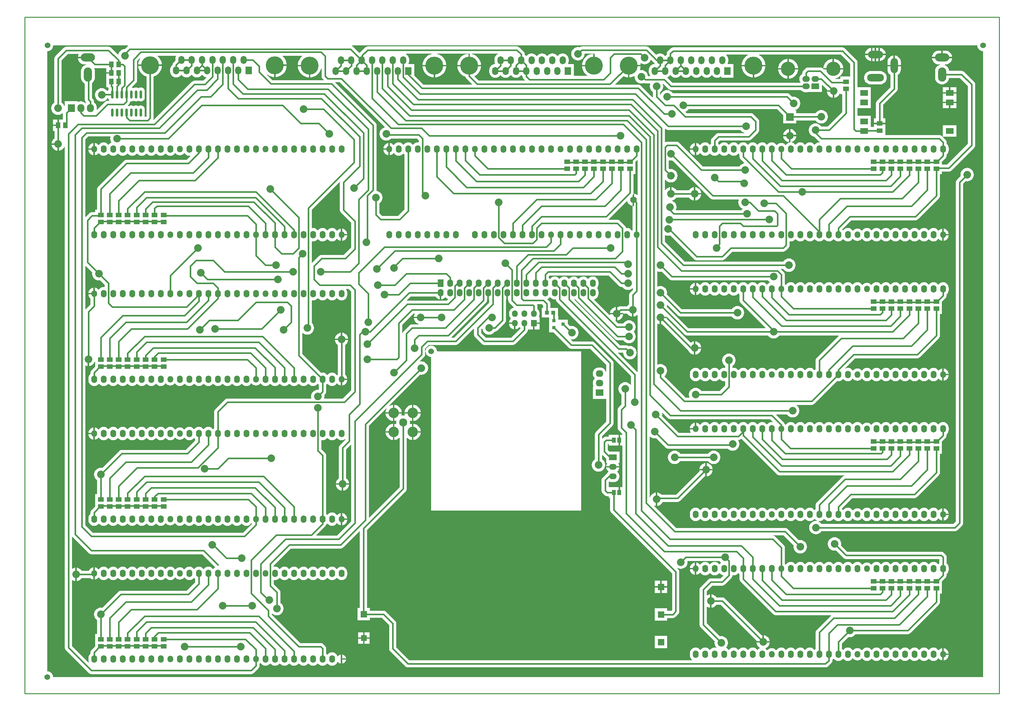
<source format=gtl>
%FSLAX44Y44*%
%MOMM*%
G71*
G01*
G75*
G04 Layer_Physical_Order=1*
G04 Layer_Color=255*
%ADD10R,1.5000X1.3000*%
%ADD11R,1.3000X1.5000*%
%ADD12R,1.1000X1.4000*%
%ADD13R,1.1000X1.0000*%
%ADD14R,0.9500X0.9000*%
%ADD15R,0.9500X0.9000*%
%ADD16O,0.6000X2.2000*%
%ADD17C,0.3810*%
%ADD18C,0.2540*%
%ADD19R,1.7780X1.7780*%
%ADD20C,4.8000*%
%ADD21O,1.6510X2.1590*%
%ADD22R,1.6510X2.1590*%
%ADD23R,2.1590X1.5240*%
%ADD24C,2.0000*%
%ADD25R,2.0000X2.0000*%
%ADD26O,1.5240X1.7780*%
%ADD27R,1.5240X2.0320*%
%ADD28O,1.5240X2.0320*%
%ADD29C,1.5240*%
%ADD30C,3.8000*%
%ADD31O,2.0320X1.5240*%
%ADD32R,2.0320X1.5240*%
%ADD33O,1.5000X2.0320*%
%ADD34O,1.5000X2.0320*%
%ADD35O,2.0000X4.0000*%
%ADD36O,4.0000X2.0000*%
%ADD37O,4.5000X2.0000*%
%ADD38O,2.1590X3.8100*%
%ADD39O,3.8100X2.1590*%
%ADD40C,2.8000*%
%ADD41C,2.1590*%
%ADD42O,2.0320X1.7780*%
%ADD43R,2.0320X1.7780*%
%ADD44O,1.5240X1.7780*%
%ADD45R,1.5240X1.7780*%
%ADD46O,1.9050X2.1590*%
%ADD47R,1.9050X2.1590*%
%ADD48R,1.5000X1.5000*%
%ADD49C,2.0320*%
%ADD50C,1.7780*%
G36*
X720701Y1248015D02*
Y1199369D01*
X721642Y1198516D01*
X723794Y1198728D01*
X726781Y1198433D01*
X729654Y1197562D01*
X732302Y1196147D01*
X734622Y1194242D01*
X735859Y1192736D01*
X737129D01*
X738365Y1194242D01*
X740686Y1196147D01*
X743334Y1197562D01*
X746206Y1198433D01*
X749194Y1198728D01*
X752181Y1198433D01*
X755054Y1197562D01*
X757702Y1196147D01*
X760022Y1194242D01*
X761259Y1192736D01*
X762529D01*
X763765Y1194242D01*
X766086Y1196147D01*
X768734Y1197562D01*
X771606Y1198433D01*
X774594Y1198728D01*
X777581Y1198433D01*
X780454Y1197562D01*
X783102Y1196147D01*
X785422Y1194242D01*
X787180Y1192101D01*
X788450D01*
X789165Y1192972D01*
X791486Y1194877D01*
X794134Y1196292D01*
X797006Y1197163D01*
X798089Y1197270D01*
Y1180871D01*
Y1164478D01*
X797006Y1164585D01*
X794134Y1165456D01*
X791486Y1166871D01*
X789165Y1168775D01*
X788450Y1169647D01*
X787180D01*
X785422Y1167505D01*
X783102Y1165601D01*
X780454Y1164186D01*
X777581Y1163315D01*
X774594Y1163020D01*
X771606Y1163315D01*
X768734Y1164186D01*
X766086Y1165601D01*
X763765Y1167505D01*
X762529Y1169012D01*
X761259D01*
X760022Y1167505D01*
X757702Y1165601D01*
X755054Y1164186D01*
X752181Y1163315D01*
X749194Y1163020D01*
X746206Y1163315D01*
X743334Y1164186D01*
X740686Y1165601D01*
X738365Y1167505D01*
X737129Y1169012D01*
X735859D01*
X734622Y1167505D01*
X732302Y1165601D01*
X729654Y1164186D01*
X726781Y1163315D01*
X723794Y1163020D01*
X721642Y1163232D01*
X720701Y1162379D01*
Y1106667D01*
X721874Y1106181D01*
X739861Y1124167D01*
X741850Y1125694D01*
X744167Y1126654D01*
X746654Y1126981D01*
X806174D01*
X825947Y1146753D01*
Y1212455D01*
X798280Y1240121D01*
X796754Y1242110D01*
X795794Y1244427D01*
X795794Y1244427D01*
X795794Y1244427D01*
X795467Y1246914D01*
Y1320574D01*
X795543Y1321156D01*
X794404Y1321718D01*
X720701Y1248015D01*
D02*
G37*
G36*
X1673201Y1378837D02*
Y1357573D01*
X1675003Y1355772D01*
X1675348Y1355877D01*
X1678834Y1356220D01*
X1682319Y1355877D01*
X1685671Y1354860D01*
X1688760Y1353209D01*
X1691467Y1350987D01*
X1693689Y1348280D01*
X1695340Y1345191D01*
X1696357Y1341839D01*
X1696700Y1338354D01*
X1696357Y1334868D01*
X1695340Y1331517D01*
X1693689Y1328428D01*
X1691467Y1325721D01*
X1688760Y1323499D01*
X1685671Y1321848D01*
X1682319Y1320831D01*
X1678834Y1320488D01*
X1675348Y1320831D01*
X1671997Y1321848D01*
X1668908Y1323499D01*
X1666201Y1325721D01*
X1664237Y1328114D01*
X1663041Y1327686D01*
Y1300762D01*
X1664237Y1300334D01*
X1666201Y1302727D01*
X1668908Y1304949D01*
X1671997Y1306600D01*
X1675348Y1307617D01*
X1676929Y1307772D01*
Y1290091D01*
X1680739D01*
Y1307772D01*
X1682319Y1307617D01*
X1685671Y1306600D01*
X1688760Y1304949D01*
X1691467Y1302727D01*
X1693689Y1300020D01*
X1693859Y1299701D01*
X1727309D01*
X1727479Y1300020D01*
X1729701Y1302727D01*
X1732408Y1304949D01*
X1735497Y1306600D01*
X1738848Y1307617D01*
X1740429Y1307772D01*
Y1290091D01*
Y1272415D01*
X1738848Y1272571D01*
X1735497Y1273588D01*
X1732408Y1275239D01*
X1729701Y1277461D01*
X1727479Y1280168D01*
X1727309Y1280487D01*
X1693859D01*
X1693689Y1280168D01*
X1691467Y1277461D01*
X1688760Y1275239D01*
X1685671Y1273588D01*
X1682319Y1272571D01*
X1682450Y1271247D01*
X1683131Y1271040D01*
X1686220Y1269389D01*
X1688927Y1267167D01*
X1691149Y1264460D01*
X1692800Y1261371D01*
X1693817Y1258019D01*
X1694160Y1254534D01*
X1693817Y1251049D01*
X1692800Y1247697D01*
X1692668Y1247450D01*
X1693321Y1246361D01*
X1867009D01*
X1867179Y1246680D01*
X1869401Y1249387D01*
X1870246Y1250080D01*
X1870117Y1250728D01*
X1867028Y1252379D01*
X1864321Y1254601D01*
X1862099Y1257308D01*
X1860448Y1260397D01*
X1859431Y1263748D01*
X1859088Y1267234D01*
X1859431Y1270719D01*
X1860448Y1274071D01*
X1860580Y1274317D01*
X1859927Y1275407D01*
X1790594D01*
X1788107Y1275734D01*
X1785790Y1276694D01*
X1783801Y1278221D01*
X1682665Y1379356D01*
X1682319Y1379251D01*
X1678834Y1378908D01*
X1675348Y1379251D01*
X1674221Y1379593D01*
X1673201Y1378837D01*
D02*
G37*
G36*
X116181Y1435974D02*
Y1228587D01*
X117354Y1228101D01*
X127601Y1238347D01*
X129590Y1239874D01*
X131907Y1240834D01*
X134394Y1241161D01*
X142254D01*
Y1247674D01*
X147767D01*
Y1302794D01*
X148094Y1305280D01*
X148375Y1305959D01*
X149054Y1307598D01*
X150581Y1309587D01*
X219160Y1378167D01*
X221150Y1379694D01*
X223467Y1380654D01*
X225954Y1380981D01*
X387074D01*
X396831Y1390737D01*
X396288Y1391886D01*
X393594Y1391620D01*
X390606Y1391915D01*
X387733Y1392786D01*
X385086Y1394201D01*
X382765Y1396105D01*
X381008Y1398247D01*
X379738D01*
X379022Y1397375D01*
X376702Y1395471D01*
X374054Y1394056D01*
X371181Y1393185D01*
X368194Y1392890D01*
X365206Y1393185D01*
X362333Y1394056D01*
X359686Y1395471D01*
X357365Y1397375D01*
X356650Y1398247D01*
X355380D01*
X353622Y1396105D01*
X351302Y1394201D01*
X348654Y1392786D01*
X345781Y1391915D01*
X342794Y1391620D01*
X339806Y1391915D01*
X336934Y1392786D01*
X334286Y1394201D01*
X331965Y1396105D01*
X330729Y1397612D01*
X329459D01*
X328222Y1396105D01*
X325902Y1394201D01*
X323254Y1392786D01*
X320381Y1391915D01*
X317394Y1391620D01*
X314406Y1391915D01*
X311534Y1392786D01*
X308886Y1394201D01*
X306565Y1396105D01*
X305329Y1397612D01*
X304059D01*
X302822Y1396105D01*
X300502Y1394201D01*
X297854Y1392786D01*
X294981Y1391915D01*
X291994Y1391620D01*
X289006Y1391915D01*
X286133Y1392786D01*
X283486Y1394201D01*
X281165Y1396105D01*
X279929Y1397612D01*
X278659D01*
X277422Y1396105D01*
X275102Y1394201D01*
X272454Y1392786D01*
X269581Y1391915D01*
X266594Y1391620D01*
X263606Y1391915D01*
X260734Y1392786D01*
X258086Y1394201D01*
X255765Y1396105D01*
X254529Y1397612D01*
X253259D01*
X252022Y1396105D01*
X249702Y1394201D01*
X247054Y1392786D01*
X244181Y1391915D01*
X241194Y1391620D01*
X238206Y1391915D01*
X235333Y1392786D01*
X232686Y1394201D01*
X230365Y1396105D01*
X229129Y1397612D01*
X227859D01*
X226622Y1396105D01*
X224302Y1394201D01*
X221654Y1392786D01*
X218781Y1391915D01*
X215794Y1391620D01*
X212806Y1391915D01*
X209933Y1392786D01*
X207286Y1394201D01*
X204965Y1396105D01*
X203729Y1397612D01*
X202459D01*
X201222Y1396105D01*
X198902Y1394201D01*
X196254Y1392786D01*
X193381Y1391915D01*
X190394Y1391620D01*
X187406Y1391915D01*
X184534Y1392786D01*
X181886Y1394201D01*
X179565Y1396105D01*
X178329Y1397612D01*
X177059D01*
X175822Y1396105D01*
X173502Y1394201D01*
X170854Y1392786D01*
X167981Y1391915D01*
X164994Y1391620D01*
X162006Y1391915D01*
X159134Y1392786D01*
X156486Y1394201D01*
X154165Y1396105D01*
X152408Y1398247D01*
X151138D01*
X150422Y1397375D01*
X148102Y1395471D01*
X145454Y1394056D01*
X142581Y1393185D01*
X141499Y1393078D01*
Y1409471D01*
Y1425870D01*
X142581Y1425763D01*
X145454Y1424892D01*
X148102Y1423477D01*
X150422Y1421572D01*
X151138Y1420701D01*
X152408D01*
X154165Y1422842D01*
X156486Y1424747D01*
X159134Y1426162D01*
X162006Y1427033D01*
X164994Y1427328D01*
X167981Y1427033D01*
X170854Y1426162D01*
X173502Y1424747D01*
X175822Y1422842D01*
X177059Y1421336D01*
X178329D01*
X179565Y1422842D01*
X181886Y1424747D01*
X184534Y1426162D01*
X185374Y1426417D01*
X185699Y1427488D01*
X184048Y1430577D01*
X183031Y1433929D01*
X182688Y1437414D01*
X183031Y1440899D01*
X183519Y1442507D01*
X182762Y1443527D01*
X123733D01*
X116181Y1435974D01*
D02*
G37*
G36*
X1353161Y1070214D02*
Y1065705D01*
X1354382Y1064702D01*
X1355619Y1063196D01*
X1356889D01*
X1358125Y1064702D01*
X1360446Y1066607D01*
X1363094Y1068022D01*
X1365966Y1068893D01*
X1368954Y1069188D01*
X1371941Y1068893D01*
X1374814Y1068022D01*
X1377462Y1066607D01*
X1379782Y1064702D01*
X1381019Y1063196D01*
X1382289D01*
X1383525Y1064702D01*
X1385846Y1066607D01*
X1388493Y1068022D01*
X1391366Y1068893D01*
X1394354Y1069188D01*
X1397341Y1068893D01*
X1400214Y1068022D01*
X1402862Y1066607D01*
X1405182Y1064702D01*
X1406419Y1063196D01*
X1407689D01*
X1408925Y1064702D01*
X1411246Y1066607D01*
X1413893Y1068022D01*
X1416766Y1068893D01*
X1419754Y1069188D01*
X1422741Y1068893D01*
X1425614Y1068022D01*
X1428262Y1066607D01*
X1430582Y1064702D01*
X1431819Y1063196D01*
X1433089D01*
X1434325Y1064702D01*
X1436646Y1066607D01*
X1439294Y1068022D01*
X1442166Y1068893D01*
X1445154Y1069188D01*
X1448141Y1068893D01*
X1451014Y1068022D01*
X1453662Y1066607D01*
X1455982Y1064702D01*
X1457219Y1063196D01*
X1458489D01*
X1459725Y1064702D01*
X1462046Y1066607D01*
X1464693Y1068022D01*
X1467566Y1068893D01*
X1470554Y1069188D01*
X1473541Y1068893D01*
X1476414Y1068022D01*
X1479062Y1066607D01*
X1481382Y1064702D01*
X1483287Y1062382D01*
X1484702Y1059734D01*
X1485573Y1056861D01*
X1485868Y1053874D01*
Y1048794D01*
X1485573Y1045806D01*
X1484702Y1042934D01*
X1483287Y1040286D01*
X1481931Y1038634D01*
X1483287Y1036982D01*
X1484702Y1034334D01*
X1485573Y1031461D01*
X1485868Y1028474D01*
Y1023394D01*
X1485573Y1020406D01*
X1484702Y1017534D01*
X1483287Y1014886D01*
X1481382Y1012566D01*
X1479062Y1010661D01*
X1476414Y1009246D01*
X1474891Y1008784D01*
X1474583Y1007552D01*
X1515304Y966831D01*
X1516452Y967374D01*
X1516375Y968149D01*
X1532149D01*
Y952375D01*
X1531374Y952452D01*
X1530831Y951304D01*
X1538033Y944101D01*
X1552048D01*
X1552219Y944420D01*
X1554441Y947127D01*
X1557148Y949349D01*
X1560237Y951000D01*
X1563588Y952017D01*
X1567074Y952360D01*
X1570559Y952017D01*
X1573911Y951000D01*
X1577000Y949349D01*
X1579707Y947127D01*
X1581929Y944420D01*
X1583580Y941331D01*
X1584597Y937979D01*
X1584940Y934494D01*
X1584597Y931009D01*
X1583580Y927657D01*
X1581929Y924568D01*
X1579707Y921861D01*
Y921727D01*
X1581929Y919020D01*
X1583580Y915931D01*
X1584597Y912579D01*
X1584940Y909094D01*
X1584597Y905609D01*
X1583580Y902257D01*
X1581929Y899168D01*
X1579707Y896461D01*
X1577000Y894239D01*
X1573911Y892588D01*
X1570559Y891571D01*
X1567074Y891228D01*
X1563588Y891571D01*
X1560237Y892588D01*
X1557148Y894239D01*
X1554441Y896461D01*
X1552219Y899168D01*
X1552048Y899487D01*
X1536594D01*
X1534107Y899814D01*
X1531790Y900774D01*
X1529801Y902301D01*
X1529801Y902301D01*
X1529801Y902301D01*
X1425661Y1006441D01*
X1424134Y1008430D01*
X1423999Y1008756D01*
X1422741Y1008374D01*
X1422106Y1008312D01*
X1421678Y1007116D01*
X1543113Y885681D01*
X1559454D01*
X1561940Y885354D01*
X1564257Y884394D01*
X1565682Y883301D01*
X1566128Y883437D01*
X1569614Y883780D01*
X1573099Y883437D01*
X1576451Y882420D01*
X1579540Y880769D01*
X1582247Y878547D01*
X1584469Y875840D01*
X1586120Y872751D01*
X1587137Y869399D01*
X1587480Y865914D01*
X1587137Y862429D01*
X1586120Y859077D01*
X1584469Y855988D01*
X1582247Y853281D01*
X1579540Y851059D01*
X1576451Y849408D01*
X1573099Y848391D01*
X1569614Y848048D01*
X1566128Y848391D01*
X1562777Y849408D01*
X1559688Y851059D01*
X1556981Y853281D01*
X1554759Y855988D01*
X1553108Y859077D01*
X1552091Y862429D01*
X1551748Y865914D01*
X1551247Y866467D01*
X1539134D01*
X1538552Y866543D01*
X1537990Y865404D01*
X1589107Y814287D01*
X1589284Y814057D01*
X1590487Y814465D01*
Y966604D01*
X1589339Y967147D01*
X1587160Y965359D01*
X1584071Y963708D01*
X1580719Y962691D01*
X1579139Y962535D01*
Y980217D01*
X1575329D01*
Y962535D01*
X1573748Y962691D01*
X1570397Y963708D01*
X1567308Y965359D01*
X1564601Y967581D01*
X1562379Y970288D01*
X1562209Y970607D01*
X1552421D01*
X1551920Y970054D01*
X1551733Y971959D01*
X1535959D01*
Y987732D01*
X1537539Y987577D01*
X1537986Y987441D01*
X1539410Y988534D01*
X1541727Y989494D01*
X1544214Y989821D01*
X1562209D01*
X1562379Y990140D01*
X1564601Y992847D01*
X1567308Y995069D01*
X1567627Y995239D01*
Y1019916D01*
X1567954Y1022403D01*
X1568914Y1024720D01*
X1570441Y1026710D01*
X1577787Y1034056D01*
Y1037724D01*
X1576639Y1038267D01*
X1574460Y1036479D01*
X1571371Y1034828D01*
X1568019Y1033811D01*
X1564534Y1033468D01*
X1561048Y1033811D01*
X1557697Y1034828D01*
X1554608Y1036479D01*
X1551901Y1038701D01*
X1549679Y1041408D01*
X1549509Y1041727D01*
X1546754D01*
X1544267Y1042054D01*
X1541950Y1043014D01*
X1539960Y1044541D01*
X1512294Y1072207D01*
X1355153D01*
X1353161Y1070214D01*
D02*
G37*
G36*
X1642721Y1082567D02*
Y1042961D01*
X1643810Y1042308D01*
X1644057Y1042440D01*
X1647408Y1043457D01*
X1650894Y1043800D01*
X1654379Y1043457D01*
X1657731Y1042440D01*
X1660820Y1040789D01*
X1663527Y1038567D01*
X1665749Y1035860D01*
X1667400Y1032771D01*
X1668417Y1029419D01*
X1668760Y1025934D01*
X1668417Y1022449D01*
X1668312Y1022103D01*
X1708213Y982201D01*
X1841608D01*
X1841779Y982520D01*
X1844001Y985227D01*
X1846708Y987449D01*
X1849797Y989100D01*
X1853148Y990117D01*
X1856634Y990460D01*
X1860119Y990117D01*
X1863471Y989100D01*
X1866560Y987449D01*
X1869267Y985227D01*
X1871489Y982520D01*
X1873140Y979431D01*
X1874157Y976079D01*
X1874500Y972594D01*
X1874157Y969109D01*
X1873140Y965757D01*
X1871489Y962668D01*
X1869267Y959961D01*
X1866560Y957739D01*
X1863471Y956088D01*
X1860119Y955071D01*
X1856634Y954728D01*
X1853148Y955071D01*
X1849797Y956088D01*
X1846708Y957739D01*
X1844001Y959961D01*
X1841779Y962668D01*
X1841608Y962987D01*
X1704234D01*
X1701747Y963314D01*
X1699430Y964274D01*
X1697440Y965801D01*
X1669951Y993291D01*
X1668755Y992863D01*
X1668417Y989428D01*
X1668312Y989083D01*
X1725993Y931401D01*
X1930841D01*
X1931327Y932574D01*
X1865081Y998821D01*
X1863554Y1000810D01*
X1862594Y1003127D01*
X1862267Y1005614D01*
X1862267Y1005614D01*
X1862267Y1005614D01*
Y1005614D01*
Y1021723D01*
X1861045Y1022726D01*
X1859809Y1024232D01*
X1858539D01*
X1857302Y1022726D01*
X1854982Y1020821D01*
X1852334Y1019406D01*
X1849461Y1018534D01*
X1846474Y1018240D01*
X1843486Y1018534D01*
X1840614Y1019406D01*
X1837966Y1020821D01*
X1835645Y1022726D01*
X1834409Y1024232D01*
X1833139D01*
X1831902Y1022726D01*
X1829582Y1020821D01*
X1826934Y1019406D01*
X1824061Y1018534D01*
X1821074Y1018240D01*
X1818086Y1018534D01*
X1815213Y1019406D01*
X1812566Y1020821D01*
X1810245Y1022726D01*
X1809009Y1024232D01*
X1807739D01*
X1806502Y1022726D01*
X1804182Y1020821D01*
X1801534Y1019406D01*
X1798661Y1018534D01*
X1795674Y1018240D01*
X1792686Y1018534D01*
X1789814Y1019406D01*
X1787166Y1020821D01*
X1784845Y1022726D01*
X1783609Y1024232D01*
X1782339D01*
X1781102Y1022726D01*
X1778782Y1020821D01*
X1776134Y1019406D01*
X1773261Y1018534D01*
X1770274Y1018240D01*
X1767286Y1018534D01*
X1764413Y1019406D01*
X1761766Y1020821D01*
X1759445Y1022726D01*
X1757688Y1024867D01*
X1756418D01*
X1755702Y1023996D01*
X1753382Y1022091D01*
X1750734Y1020676D01*
X1747861Y1019805D01*
X1746779Y1019698D01*
Y1036091D01*
Y1052490D01*
X1747861Y1052383D01*
X1750734Y1051512D01*
X1753382Y1050097D01*
X1755702Y1048192D01*
X1756418Y1047321D01*
X1757688D01*
X1759445Y1049462D01*
X1761766Y1051367D01*
X1764413Y1052782D01*
X1767286Y1053653D01*
X1770274Y1053948D01*
X1773261Y1053653D01*
X1776134Y1052782D01*
X1778782Y1051367D01*
X1781102Y1049462D01*
X1782339Y1047956D01*
X1783609D01*
X1784845Y1049462D01*
X1787166Y1051367D01*
X1789814Y1052782D01*
X1792686Y1053653D01*
X1795674Y1053948D01*
X1798661Y1053653D01*
X1801534Y1052782D01*
X1804182Y1051367D01*
X1806502Y1049462D01*
X1807739Y1047956D01*
X1809009D01*
X1810245Y1049462D01*
X1812566Y1051367D01*
X1815213Y1052782D01*
X1818086Y1053653D01*
X1821074Y1053948D01*
X1824061Y1053653D01*
X1826934Y1052782D01*
X1829582Y1051367D01*
X1831902Y1049462D01*
X1833139Y1047956D01*
X1834409D01*
X1835645Y1049462D01*
X1837966Y1051367D01*
X1840614Y1052782D01*
X1843486Y1053653D01*
X1846474Y1053948D01*
X1849461Y1053653D01*
X1852334Y1052782D01*
X1854982Y1051367D01*
X1857302Y1049462D01*
X1858539Y1047956D01*
X1859809D01*
X1861045Y1049462D01*
X1863366Y1051367D01*
X1866013Y1052782D01*
X1868886Y1053653D01*
X1871874Y1053948D01*
X1874861Y1053653D01*
X1877734Y1052782D01*
X1880382Y1051367D01*
X1882702Y1049462D01*
X1883939Y1047956D01*
X1885209D01*
X1886445Y1049462D01*
X1888766Y1051367D01*
X1891414Y1052782D01*
X1894286Y1053653D01*
X1897274Y1053948D01*
X1900261Y1053653D01*
X1903134Y1052782D01*
X1905782Y1051367D01*
X1908102Y1049462D01*
X1909339Y1047956D01*
X1910609D01*
X1911845Y1049462D01*
X1914166Y1051367D01*
X1916814Y1052782D01*
X1919686Y1053653D01*
X1922674Y1053948D01*
X1925661Y1053653D01*
X1928534Y1052782D01*
X1931182Y1051367D01*
X1933502Y1049462D01*
X1934739Y1047956D01*
X1936009D01*
X1937245Y1049462D01*
X1939566Y1051367D01*
X1942213Y1052782D01*
X1943109Y1053054D01*
X1943228Y1054259D01*
X1940521Y1056481D01*
X1938299Y1059188D01*
X1938129Y1059507D01*
X1681374D01*
X1678887Y1059834D01*
X1676570Y1060794D01*
X1674581Y1062321D01*
X1674581Y1062321D01*
X1674581Y1062321D01*
X1654725Y1082176D01*
X1654379Y1082071D01*
X1650894Y1081728D01*
X1647408Y1082071D01*
X1644057Y1083088D01*
X1643810Y1083220D01*
X1642721Y1082567D01*
D02*
G37*
G36*
X1584734Y1375328D02*
Y1361674D01*
Y1342674D01*
X1579221D01*
Y1292634D01*
X1579079Y1291554D01*
X1579868Y1290560D01*
X1578960Y1290649D01*
X1578894Y1290147D01*
X1577934Y1287830D01*
X1577001Y1286613D01*
Y1274062D01*
Y1257662D01*
X1575669Y1257793D01*
X1572557Y1258737D01*
X1569689Y1260270D01*
X1567175Y1262333D01*
X1565112Y1264847D01*
X1563579Y1267715D01*
X1562704Y1270597D01*
X1561472Y1270906D01*
X1512907Y1222341D01*
Y1222341D01*
D01*
Y1222341D01*
X1512907Y1222341D01*
D01*
D01*
X1512907D01*
X1512907Y1222341D01*
Y1222341D01*
X1512907Y1222341D01*
Y1222341D01*
X1512677Y1222164D01*
X1513085Y1220961D01*
X1535698D01*
X1538184Y1220634D01*
X1540501Y1219674D01*
X1542491Y1218147D01*
X1556235Y1204403D01*
X1557762Y1202414D01*
X1558721Y1200097D01*
X1558934Y1198480D01*
X1559006Y1198433D01*
X1561994Y1198728D01*
X1564981Y1198433D01*
X1567854Y1197562D01*
X1570502Y1196147D01*
X1572822Y1194242D01*
X1574580Y1192101D01*
X1575850D01*
X1576565Y1192972D01*
X1577131Y1193436D01*
Y1257648D01*
X1578906Y1257474D01*
X1580811Y1257661D01*
Y1274062D01*
Y1290466D01*
X1582142Y1290335D01*
X1585254Y1289391D01*
X1588123Y1287858D01*
X1589339Y1286860D01*
X1590487Y1287403D01*
Y1379421D01*
X1589313Y1379907D01*
X1584734Y1375328D01*
D02*
G37*
G36*
X1663041Y1463361D02*
Y1428754D01*
X1664097Y1428048D01*
X1666187Y1428914D01*
X1668674Y1429241D01*
X1694074D01*
X1696560Y1428914D01*
X1698877Y1427954D01*
X1700867Y1426427D01*
X1764093Y1363201D01*
X1861929D01*
X1862099Y1363520D01*
X1864321Y1366227D01*
X1867028Y1368449D01*
X1870117Y1370100D01*
X1873468Y1371117D01*
X1874590Y1371227D01*
X1875018Y1372423D01*
X1865081Y1382361D01*
X1863554Y1384350D01*
X1862594Y1386667D01*
X1862267Y1389154D01*
X1862267Y1389154D01*
X1862267Y1389154D01*
Y1389154D01*
Y1395103D01*
X1861045Y1396105D01*
X1859809Y1397612D01*
X1858539D01*
X1857302Y1396105D01*
X1854982Y1394201D01*
X1852334Y1392786D01*
X1849461Y1391915D01*
X1846474Y1391620D01*
X1843486Y1391915D01*
X1840614Y1392786D01*
X1837966Y1394201D01*
X1835645Y1396105D01*
X1834409Y1397612D01*
X1833139D01*
X1831902Y1396105D01*
X1829582Y1394201D01*
X1826934Y1392786D01*
X1824061Y1391915D01*
X1821074Y1391620D01*
X1818086Y1391915D01*
X1815213Y1392786D01*
X1812566Y1394201D01*
X1810245Y1396105D01*
X1809009Y1397612D01*
X1807739D01*
X1806502Y1396105D01*
X1804182Y1394201D01*
X1801534Y1392786D01*
X1798661Y1391915D01*
X1795674Y1391620D01*
X1792686Y1391915D01*
X1789814Y1392786D01*
X1787166Y1394201D01*
X1784845Y1396105D01*
X1783609Y1397612D01*
X1782339D01*
X1781102Y1396105D01*
X1778782Y1394201D01*
X1776134Y1392786D01*
X1773261Y1391915D01*
X1770274Y1391620D01*
X1767286Y1391915D01*
X1764413Y1392786D01*
X1761766Y1394201D01*
X1759445Y1396105D01*
X1757688Y1398247D01*
X1756418D01*
X1755702Y1397375D01*
X1753382Y1395471D01*
X1750734Y1394056D01*
X1747861Y1393185D01*
X1746779Y1393078D01*
Y1409471D01*
Y1425870D01*
X1747861Y1425763D01*
X1750734Y1424892D01*
X1753382Y1423477D01*
X1755702Y1421572D01*
X1756418Y1420701D01*
X1757688D01*
X1759445Y1422842D01*
X1761766Y1424747D01*
X1764413Y1426162D01*
X1767286Y1427033D01*
X1770274Y1427328D01*
X1773261Y1427033D01*
X1776134Y1426162D01*
X1778782Y1424747D01*
X1781102Y1422842D01*
X1782339Y1421336D01*
X1783609D01*
X1784845Y1422842D01*
X1786067Y1423845D01*
Y1432334D01*
X1786394Y1434821D01*
X1787354Y1437137D01*
X1788880Y1439127D01*
X1799041Y1449287D01*
X1801030Y1450814D01*
X1803347Y1451774D01*
X1805834Y1452101D01*
X1874351D01*
X1874537Y1453357D01*
X1872657Y1453928D01*
X1869568Y1455579D01*
X1866861Y1457801D01*
X1864639Y1460508D01*
X1864469Y1460827D01*
X1671214D01*
X1668727Y1461154D01*
X1666410Y1462114D01*
X1664420Y1463641D01*
X1664214Y1463847D01*
X1663041Y1463361D01*
D02*
G37*
G36*
X1657489Y1583130D02*
X1658257Y1580599D01*
X1658600Y1577114D01*
X1658257Y1573629D01*
X1657240Y1570277D01*
X1655589Y1567188D01*
X1653367Y1564481D01*
X1650660Y1562259D01*
X1650341Y1562089D01*
Y1554813D01*
X1651514Y1554327D01*
X1651719Y1554531D01*
X1652168Y1556011D01*
X1653819Y1559100D01*
X1656041Y1561807D01*
X1658748Y1564029D01*
X1661837Y1565680D01*
X1665188Y1566697D01*
X1668674Y1567040D01*
X1672159Y1566697D01*
X1675511Y1565680D01*
X1678600Y1564029D01*
X1681307Y1561807D01*
X1683529Y1559100D01*
X1683699Y1558781D01*
X1988714D01*
X1991200Y1558454D01*
X1993517Y1557494D01*
X1995507Y1555967D01*
X2002663Y1548812D01*
X2003008Y1548917D01*
X2006494Y1549260D01*
X2009979Y1548917D01*
X2013331Y1547900D01*
X2016420Y1546249D01*
X2019127Y1544027D01*
X2021349Y1541320D01*
X2023000Y1538231D01*
X2024017Y1534879D01*
X2024360Y1531394D01*
X2024017Y1527908D01*
X2023000Y1524557D01*
X2021349Y1521468D01*
X2019127Y1518761D01*
X2016420Y1516539D01*
X2013331Y1514888D01*
X2011427Y1514310D01*
X2011614Y1513054D01*
X2013954D01*
Y1505441D01*
X2065128D01*
X2065299Y1505760D01*
X2067521Y1508467D01*
X2070228Y1510689D01*
X2073317Y1512340D01*
X2076668Y1513357D01*
X2080154Y1513700D01*
X2083639Y1513357D01*
X2086991Y1512340D01*
X2090080Y1510689D01*
X2092787Y1508467D01*
X2095009Y1505760D01*
X2096660Y1502671D01*
X2097677Y1499319D01*
X2098020Y1495834D01*
X2097677Y1492348D01*
X2096660Y1488997D01*
X2095009Y1485908D01*
X2092787Y1483201D01*
X2090080Y1480979D01*
X2086991Y1479328D01*
X2083639Y1478311D01*
X2080154Y1477968D01*
X2076668Y1478311D01*
X2073317Y1479328D01*
X2070228Y1480979D01*
X2067521Y1483201D01*
X2065299Y1485908D01*
X2065128Y1486227D01*
X2013954D01*
Y1477814D01*
X1978714D01*
Y1499867D01*
X1961874Y1516707D01*
X1726879D01*
X1726709Y1516388D01*
X1724487Y1513681D01*
X1721780Y1511459D01*
X1718691Y1509808D01*
X1718228Y1509667D01*
X1717919Y1508435D01*
X1720913Y1505441D01*
X1892194D01*
X1894680Y1505114D01*
X1896997Y1504154D01*
X1898987Y1502627D01*
X1911687Y1489927D01*
X1913214Y1487937D01*
X1914174Y1485621D01*
X1914501Y1483134D01*
Y1460274D01*
X1914501Y1460274D01*
X1914501D01*
X1914174Y1457787D01*
X1913214Y1455470D01*
X1911687Y1453481D01*
X1893907Y1435701D01*
X1891918Y1434174D01*
D01*
D01*
Y1434174D01*
X1891918Y1434174D01*
D01*
D01*
X1891917D01*
Y1434174D01*
D01*
X1891917D01*
Y1434174D01*
X1889600Y1433214D01*
X1887114Y1432887D01*
X1809813D01*
X1805281Y1428354D01*
Y1423845D01*
X1806502Y1422842D01*
X1807739Y1421336D01*
X1809009D01*
X1810245Y1422842D01*
X1812566Y1424747D01*
X1815213Y1426162D01*
X1818086Y1427033D01*
X1821074Y1427328D01*
X1824061Y1427033D01*
X1826934Y1426162D01*
X1829582Y1424747D01*
X1831902Y1422842D01*
X1833139Y1421336D01*
X1834409D01*
X1835645Y1422842D01*
X1837966Y1424747D01*
X1840614Y1426162D01*
X1843486Y1427033D01*
X1846474Y1427328D01*
X1849461Y1427033D01*
X1852334Y1426162D01*
X1854982Y1424747D01*
X1857302Y1422842D01*
X1858539Y1421336D01*
X1859809D01*
X1861045Y1422842D01*
X1863366Y1424747D01*
X1866013Y1426162D01*
X1868886Y1427033D01*
X1871874Y1427328D01*
X1874861Y1427033D01*
X1877734Y1426162D01*
X1880382Y1424747D01*
X1882702Y1422842D01*
X1883939Y1421336D01*
X1885209D01*
X1886445Y1422842D01*
X1888766Y1424747D01*
X1891414Y1426162D01*
X1894286Y1427033D01*
X1897274Y1427328D01*
X1900261Y1427033D01*
X1903134Y1426162D01*
X1905782Y1424747D01*
X1908102Y1422842D01*
X1909339Y1421336D01*
X1910609D01*
X1911845Y1422842D01*
X1914166Y1424747D01*
X1916814Y1426162D01*
X1919686Y1427033D01*
X1922674Y1427328D01*
X1925661Y1427033D01*
X1928534Y1426162D01*
X1931182Y1424747D01*
X1933502Y1422842D01*
X1934739Y1421336D01*
X1936009D01*
X1937245Y1422842D01*
X1939566Y1424747D01*
X1942213Y1426162D01*
X1945086Y1427033D01*
X1948074Y1427328D01*
X1951061Y1427033D01*
X1953934Y1426162D01*
X1956582Y1424747D01*
X1958902Y1422842D01*
X1960660Y1420701D01*
X1961930D01*
X1962645Y1421572D01*
X1964966Y1423477D01*
X1967614Y1424892D01*
X1970486Y1425763D01*
X1973474Y1426058D01*
X1976461Y1425763D01*
X1979334Y1424892D01*
X1981982Y1423477D01*
X1984302Y1421572D01*
X1985018Y1420701D01*
X1986288D01*
X1988045Y1422842D01*
X1990366Y1424747D01*
X1993013Y1426162D01*
X1995886Y1427033D01*
X1996397Y1427084D01*
X1996334Y1427728D01*
X1998239Y1427916D01*
Y1443529D01*
X2013851D01*
X2013699Y1441980D01*
X2012691Y1438658D01*
X2011055Y1435597D01*
X2008853Y1432914D01*
X2006170Y1430712D01*
X2003109Y1429076D01*
X2000835Y1428386D01*
X2000959Y1427122D01*
X2001861Y1427033D01*
X2004734Y1426162D01*
X2007382Y1424747D01*
X2009702Y1422842D01*
X2010939Y1421336D01*
X2012209D01*
X2013445Y1422842D01*
X2015766Y1424747D01*
X2018414Y1426162D01*
X2021286Y1427033D01*
X2024274Y1427328D01*
X2027261Y1427033D01*
X2030134Y1426162D01*
X2032782Y1424747D01*
X2035102Y1422842D01*
X2036339Y1421336D01*
X2037609D01*
X2038845Y1422842D01*
X2041166Y1424747D01*
X2043813Y1426162D01*
X2046686Y1427033D01*
X2049674Y1427328D01*
X2052661Y1427033D01*
X2055534Y1426162D01*
X2058182Y1424747D01*
X2060502Y1422842D01*
X2061739Y1421336D01*
X2063009D01*
X2064245Y1422842D01*
X2066566Y1424747D01*
X2069214Y1426162D01*
X2072086Y1427033D01*
X2075074Y1427328D01*
X2076724Y1427165D01*
X2077032Y1428397D01*
X2075350Y1429094D01*
X2073360Y1430621D01*
X2061144Y1442838D01*
X2058077Y1443768D01*
X2054988Y1445419D01*
X2052281Y1447641D01*
X2050059Y1450348D01*
X2048408Y1453437D01*
X2047391Y1456788D01*
X2047048Y1460274D01*
X2047391Y1463759D01*
X2048408Y1467111D01*
X2050059Y1470200D01*
X2052281Y1472907D01*
X2054988Y1475129D01*
X2058077Y1476780D01*
X2061428Y1477797D01*
X2064914Y1478140D01*
X2068399Y1477797D01*
X2071751Y1476780D01*
X2074840Y1475129D01*
X2077547Y1472907D01*
X2079769Y1470200D01*
X2079939Y1469881D01*
X2097432D01*
X2136587Y1509036D01*
Y1556034D01*
X2131074D01*
Y1557845D01*
X2129818Y1558031D01*
X2129680Y1557577D01*
X2128029Y1554488D01*
X2125807Y1551781D01*
X2123100Y1549559D01*
X2120011Y1547908D01*
X2116659Y1546891D01*
X2115079Y1546736D01*
Y1564417D01*
X2113176D01*
Y1566319D01*
X2095495D01*
X2095651Y1567899D01*
X2095756Y1568245D01*
X2083667Y1580334D01*
X2082494Y1579848D01*
Y1561634D01*
X2046934D01*
Y1561634D01*
X2046231Y1562155D01*
X2045242Y1561855D01*
X2042254Y1561560D01*
X2037174D01*
X2034186Y1561855D01*
X2031314Y1562726D01*
X2028666Y1564141D01*
X2026346Y1566046D01*
X2025343Y1567267D01*
X1679074D01*
X1676587Y1567594D01*
X1674270Y1568554D01*
X1672280Y1570081D01*
X1672280Y1570081D01*
X1672280Y1570081D01*
X1658578Y1583783D01*
X1657489Y1583130D01*
D02*
G37*
G36*
X309098Y1657755D02*
X311292Y1655882D01*
X314524Y1652097D01*
X317124Y1647854D01*
X319029Y1643255D01*
X320191Y1638416D01*
X320432Y1635359D01*
X257296D01*
X257536Y1638416D01*
X258698Y1643255D01*
X260603Y1647854D01*
X262897Y1651597D01*
X261900Y1652383D01*
X254251Y1644735D01*
Y1593264D01*
X254251Y1593264D01*
X254251D01*
X253923Y1590777D01*
X252964Y1588460D01*
X251437Y1586470D01*
X240039Y1575072D01*
X240447Y1573869D01*
X241426Y1573741D01*
X244010Y1572670D01*
X245004Y1571908D01*
X245998Y1572670D01*
X248581Y1573741D01*
X251354Y1574106D01*
X254126Y1573741D01*
X256710Y1572670D01*
X257704Y1571908D01*
X258698Y1572670D01*
X261281Y1573741D01*
X264054Y1574106D01*
X266826Y1573741D01*
X269410Y1572670D01*
X271628Y1570968D01*
X273330Y1568750D01*
X274401Y1566166D01*
X274765Y1563394D01*
Y1547394D01*
X274401Y1544621D01*
X273330Y1542038D01*
X271628Y1539820D01*
X269410Y1538117D01*
X266826Y1537047D01*
X264054Y1536682D01*
X261281Y1537047D01*
X258698Y1538117D01*
X257704Y1538880D01*
X256710Y1538117D01*
X254126Y1537047D01*
X251354Y1536682D01*
X248581Y1537047D01*
X245998Y1538117D01*
X245004Y1538880D01*
X244010Y1538117D01*
X241426Y1537047D01*
X238654Y1536682D01*
X236531Y1536962D01*
X235523Y1536189D01*
X235234Y1533987D01*
X234274Y1531670D01*
X232747Y1529681D01*
X229592Y1526525D01*
X229839Y1525280D01*
X231310Y1524671D01*
X232304Y1523908D01*
X233298Y1524671D01*
X235881Y1525741D01*
X238654Y1526106D01*
X241426Y1525741D01*
X244010Y1524671D01*
X245004Y1523908D01*
X245998Y1524671D01*
X248581Y1525741D01*
X251354Y1526106D01*
X254126Y1525741D01*
X256710Y1524671D01*
X257704Y1523908D01*
X258698Y1524671D01*
X261281Y1525741D01*
X264054Y1526106D01*
X266826Y1525741D01*
X269410Y1524671D01*
X271628Y1522968D01*
X273330Y1520750D01*
X274401Y1518166D01*
X274765Y1515394D01*
Y1499394D01*
X274413Y1496716D01*
X275250Y1495761D01*
X278764D01*
X279256Y1496254D01*
Y1603242D01*
X279062Y1603289D01*
X274464Y1605193D01*
X270221Y1607794D01*
X266436Y1611026D01*
X263204Y1614811D01*
X260603Y1619055D01*
X258698Y1623653D01*
X257536Y1628492D01*
X257296Y1631549D01*
X320432D01*
X320191Y1628492D01*
X319029Y1623653D01*
X317124Y1619055D01*
X314524Y1614811D01*
X311292Y1611026D01*
X307507Y1607794D01*
X303263Y1605193D01*
X298665Y1603289D01*
X298471Y1603242D01*
Y1492274D01*
X298471Y1492274D01*
X298471D01*
X298144Y1489787D01*
X297560Y1488378D01*
X298616Y1487673D01*
X400410Y1589467D01*
X402400Y1590994D01*
X404717Y1591954D01*
X407204Y1592281D01*
X431164D01*
X438884Y1600001D01*
X438502Y1601069D01*
X435509Y1601976D01*
X432751Y1603450D01*
X430334Y1605434D01*
X428399Y1607793D01*
X427129D01*
X425193Y1605434D01*
X422776Y1603450D01*
X420018Y1601976D01*
X417026Y1601069D01*
X413914Y1600762D01*
X410802Y1601069D01*
X407809Y1601976D01*
X405051Y1603450D01*
X402634Y1605434D01*
X400699Y1607793D01*
X399429D01*
X397493Y1605434D01*
X395076Y1603450D01*
X392318Y1601976D01*
X389326Y1601069D01*
X386214Y1600762D01*
X383102Y1601069D01*
X380109Y1601976D01*
X377351Y1603450D01*
X374934Y1605434D01*
X372999Y1607793D01*
X371729D01*
X369793Y1605434D01*
X367376Y1603450D01*
X364618Y1601976D01*
X361626Y1601069D01*
X358514Y1600762D01*
X355402Y1601069D01*
X352409Y1601976D01*
X349651Y1603450D01*
X347234Y1605434D01*
X345250Y1607852D01*
X343776Y1610609D01*
X342868Y1613602D01*
X342562Y1616714D01*
Y1621794D01*
X342868Y1624906D01*
X343776Y1627898D01*
X345250Y1630656D01*
X347234Y1633074D01*
X349001Y1634524D01*
X349234Y1636290D01*
X350194Y1638607D01*
X351720Y1640597D01*
X356412Y1645289D01*
Y1650194D01*
X356718Y1653306D01*
X357626Y1656298D01*
X358460Y1657857D01*
X357807Y1658947D01*
X309538D01*
X309098Y1657755D01*
D02*
G37*
G36*
X1625270Y1647420D02*
X1625130Y1646957D01*
X1623479Y1643868D01*
X1621257Y1641161D01*
X1618549Y1638939D01*
X1615461Y1637288D01*
X1612109Y1636271D01*
X1608624Y1635928D01*
X1605138Y1636271D01*
X1601787Y1637288D01*
X1598698Y1638939D01*
X1598680Y1638954D01*
X1597604Y1638280D01*
X1597811Y1637416D01*
X1598051Y1634359D01*
X1566481D01*
Y1632457D01*
X1564579D01*
Y1600886D01*
X1561522Y1601127D01*
X1556682Y1602289D01*
X1552084Y1604193D01*
X1551914Y1604298D01*
X1530657Y1583040D01*
X1531143Y1581867D01*
X1592248D01*
X1594734Y1581540D01*
X1597051Y1580580D01*
X1599041Y1579053D01*
X1630064Y1548030D01*
X1631203Y1548592D01*
X1631127Y1549174D01*
Y1562089D01*
X1630808Y1562259D01*
X1628101Y1564481D01*
X1625879Y1567188D01*
X1624228Y1570277D01*
X1623211Y1573629D01*
X1622868Y1577114D01*
X1623211Y1580599D01*
X1624228Y1583951D01*
X1624359Y1584197D01*
X1623707Y1585287D01*
X1610254D01*
X1607767Y1585614D01*
X1606865Y1585988D01*
X1603579Y1584991D01*
X1600094Y1584648D01*
X1596608Y1584991D01*
X1593257Y1586008D01*
X1590168Y1587659D01*
X1587461Y1589881D01*
X1585239Y1592588D01*
X1583588Y1595677D01*
X1582571Y1599028D01*
X1582228Y1602514D01*
X1582350Y1603759D01*
X1581274Y1604433D01*
X1580883Y1604193D01*
X1576285Y1602289D01*
X1571445Y1601127D01*
X1568389Y1600886D01*
Y1630549D01*
X1598051D01*
X1597811Y1627492D01*
X1596649Y1622653D01*
X1595994Y1621071D01*
X1596750Y1620051D01*
X1600094Y1620380D01*
X1603579Y1620037D01*
X1606931Y1619020D01*
X1610020Y1617369D01*
X1612727Y1615147D01*
X1614949Y1612440D01*
X1616600Y1609351D01*
X1617617Y1605999D01*
X1617764Y1604501D01*
X1623314D01*
X1623857Y1605649D01*
X1622870Y1606852D01*
X1621396Y1609609D01*
X1620488Y1612602D01*
X1620182Y1615714D01*
Y1620794D01*
X1620488Y1623906D01*
X1621396Y1626898D01*
X1622870Y1629656D01*
X1624854Y1632074D01*
X1627271Y1634057D01*
X1630029Y1635531D01*
X1633022Y1636439D01*
X1634795Y1636614D01*
X1635394Y1637734D01*
X1635246Y1638009D01*
X1634780Y1639546D01*
X1634370Y1639861D01*
X1626502Y1647729D01*
X1625270Y1647420D01*
D02*
G37*
G36*
X783241Y1587133D02*
X890607Y1479767D01*
X892134Y1477778D01*
X893094Y1475461D01*
X893421Y1472974D01*
Y1300254D01*
X893196Y1298544D01*
X893985Y1297549D01*
X894919Y1297457D01*
X898271Y1296440D01*
X901360Y1294789D01*
X904067Y1292567D01*
X906289Y1289860D01*
X907940Y1286771D01*
X908957Y1283419D01*
X909300Y1279934D01*
X908957Y1276449D01*
X907940Y1273097D01*
X906289Y1270008D01*
X904067Y1267301D01*
X901360Y1265079D01*
X901041Y1264909D01*
Y1238193D01*
X908113Y1231121D01*
X950954D01*
X968187Y1248353D01*
Y1395103D01*
X966965Y1396105D01*
X965729Y1397612D01*
X964459D01*
X963222Y1396105D01*
X960902Y1394201D01*
X958254Y1392786D01*
X955381Y1391915D01*
X952394Y1391620D01*
X949406Y1391915D01*
X946534Y1392786D01*
X943886Y1394201D01*
X941565Y1396105D01*
X939808Y1398247D01*
X938538D01*
X937822Y1397375D01*
X935502Y1395471D01*
X932854Y1394056D01*
X929981Y1393185D01*
X928899Y1393078D01*
Y1409471D01*
Y1425870D01*
X929981Y1425763D01*
X932854Y1424892D01*
X935502Y1423477D01*
X937822Y1421572D01*
X938538Y1420701D01*
X939808D01*
X941565Y1422842D01*
X943886Y1424747D01*
X946534Y1426162D01*
X949406Y1427033D01*
X952394Y1427328D01*
X955381Y1427033D01*
X958254Y1426162D01*
X960902Y1424747D01*
X963222Y1422842D01*
X964459Y1421336D01*
X965729D01*
X966965Y1422842D01*
X969286Y1424747D01*
X971934Y1426162D01*
X974806Y1427033D01*
X977794Y1427328D01*
X980781Y1427033D01*
X983654Y1426162D01*
X986302Y1424747D01*
X988622Y1422842D01*
X989859Y1421336D01*
X991129D01*
X992365Y1422842D01*
X994686Y1424747D01*
X997334Y1426162D01*
X1000206Y1427033D01*
X1003194Y1427328D01*
X1005346Y1427116D01*
X1006287Y1427969D01*
Y1433434D01*
X1001754Y1437967D01*
X932406D01*
X932007Y1437481D01*
X929300Y1435259D01*
X926211Y1433608D01*
X922859Y1432591D01*
X919374Y1432248D01*
X915888Y1432591D01*
X912537Y1433608D01*
X909448Y1435259D01*
X906741Y1437481D01*
X904519Y1440188D01*
X902868Y1443277D01*
X901851Y1446629D01*
X901508Y1450114D01*
X901851Y1453599D01*
X902868Y1456951D01*
X904519Y1460040D01*
X906741Y1462747D01*
X909448Y1464969D01*
X912537Y1466620D01*
X915888Y1467637D01*
X915972Y1467870D01*
X812465Y1571376D01*
X795534Y1588307D01*
X783727D01*
X783241Y1587133D01*
D02*
G37*
G36*
X52681Y1646794D02*
Y1533719D01*
X53000Y1533549D01*
X55707Y1531327D01*
X57929Y1528620D01*
X59580Y1525531D01*
X59742Y1524996D01*
X61002Y1525157D01*
X61489Y1537109D01*
Y1537109D01*
X95779D01*
Y1536227D01*
X96868Y1535574D01*
X97441Y1535880D01*
X100673Y1536861D01*
X104034Y1537192D01*
X107395Y1536861D01*
X110627Y1535880D01*
X113605Y1534288D01*
X116216Y1532146D01*
X117252D01*
X118127Y1532864D01*
X118189Y1534132D01*
X117561Y1534761D01*
X116034Y1536750D01*
X115074Y1539067D01*
X114747Y1541554D01*
Y1584394D01*
X112951Y1585353D01*
X110147Y1587655D01*
X107846Y1590459D01*
X106136Y1593658D01*
X105083Y1597129D01*
X104728Y1600739D01*
Y1617249D01*
X105083Y1620859D01*
X106136Y1624330D01*
X107846Y1627529D01*
X110147Y1630333D01*
X112951Y1632635D01*
X116150Y1634345D01*
X119622Y1635397D01*
Y1635398D01*
X119619Y1635450D01*
X114977D01*
X111367Y1635806D01*
X107895Y1636858D01*
X104696Y1638568D01*
X101892Y1640870D01*
X99591Y1643674D01*
X97881Y1646873D01*
X96828Y1650344D01*
X96660Y1652049D01*
X123234D01*
Y1655859D01*
X96660D01*
X96828Y1657564D01*
X97881Y1661035D01*
X98747Y1662655D01*
X98094Y1663745D01*
X69631D01*
X52681Y1646794D01*
D02*
G37*
G36*
X139964Y1625009D02*
X140327Y1624330D01*
X141380Y1620859D01*
X141736Y1617249D01*
Y1600739D01*
X141380Y1597129D01*
X140327Y1593658D01*
X138617Y1590459D01*
X136316Y1587655D01*
X133961Y1585722D01*
Y1545533D01*
X136227Y1543267D01*
X137754Y1541277D01*
X138714Y1538961D01*
X139041Y1536474D01*
Y1534259D01*
X141616Y1532146D01*
X143758Y1529535D01*
X145350Y1526557D01*
X146331Y1523325D01*
X146662Y1519964D01*
Y1517424D01*
X146467Y1515445D01*
X147615Y1514902D01*
X168361Y1535647D01*
X170350Y1537174D01*
X172667Y1538134D01*
X175154Y1538461D01*
X180075D01*
X180483Y1539664D01*
X180280Y1539820D01*
X178577Y1542038D01*
X177507Y1544621D01*
X177354Y1545787D01*
X175548D01*
X174769Y1544328D01*
X172547Y1541621D01*
X169840Y1539399D01*
X166751Y1537748D01*
X163399Y1536731D01*
X159914Y1536388D01*
X156428Y1536731D01*
X153077Y1537748D01*
X149988Y1539399D01*
X147281Y1541621D01*
X145059Y1544328D01*
X143408Y1547417D01*
X142391Y1550768D01*
X142048Y1554254D01*
X142391Y1557739D01*
X143408Y1561091D01*
X145059Y1564180D01*
X147281Y1566887D01*
X149988Y1569109D01*
X153077Y1570760D01*
X156428Y1571777D01*
X159914Y1572120D01*
X163399Y1571777D01*
X166751Y1570760D01*
X169840Y1569109D01*
X172547Y1566887D01*
X174095Y1565001D01*
X177354D01*
X177507Y1566166D01*
X178247Y1567952D01*
Y1571538D01*
X177654Y1572310D01*
X176694Y1574627D01*
X176685Y1574694D01*
X171854D01*
Y1597554D01*
Y1610769D01*
X185976D01*
Y1614579D01*
X171854D01*
Y1625927D01*
X141652D01*
X140687Y1626054D01*
X139964Y1625009D01*
D02*
G37*
G36*
X1655560Y704815D02*
X1655717Y704299D01*
X1656060Y700814D01*
X1655717Y697328D01*
X1655612Y696983D01*
X1700593Y652001D01*
X1731405D01*
X1732058Y653091D01*
X1730726Y655584D01*
X1729854Y658456D01*
X1729623Y660809D01*
X1744876D01*
Y662711D01*
X1746779D01*
Y679110D01*
X1747861Y679003D01*
X1750734Y678132D01*
X1753382Y676717D01*
X1755702Y674812D01*
X1756418Y673941D01*
X1757688D01*
X1759445Y676082D01*
X1761766Y677987D01*
X1764413Y679402D01*
X1767286Y680273D01*
X1770274Y680568D01*
X1773261Y680273D01*
X1776134Y679402D01*
X1778782Y677987D01*
X1781102Y676082D01*
X1782339Y674576D01*
X1783609D01*
X1784845Y676082D01*
X1787166Y677987D01*
X1789814Y679402D01*
X1792686Y680273D01*
X1795674Y680568D01*
X1798661Y680273D01*
X1801534Y679402D01*
X1804182Y677987D01*
X1806502Y676082D01*
X1807739Y674576D01*
X1809009D01*
X1810245Y676082D01*
X1812566Y677987D01*
X1815213Y679402D01*
X1818086Y680273D01*
X1821074Y680568D01*
X1824061Y680273D01*
X1826934Y679402D01*
X1829582Y677987D01*
X1831902Y676082D01*
X1833139Y674576D01*
X1834409D01*
X1835645Y676082D01*
X1837966Y677987D01*
X1840614Y679402D01*
X1843486Y680273D01*
X1846474Y680568D01*
X1849461Y680273D01*
X1852334Y679402D01*
X1854982Y677987D01*
X1857302Y676082D01*
X1858539Y674576D01*
X1859809D01*
X1861045Y676082D01*
X1863366Y677987D01*
X1866013Y679402D01*
X1868886Y680273D01*
X1871874Y680568D01*
X1874861Y680273D01*
X1877734Y679402D01*
X1880382Y677987D01*
X1882702Y676082D01*
X1883939Y674576D01*
X1885209D01*
X1886445Y676082D01*
X1888766Y677987D01*
X1891414Y679402D01*
X1894286Y680273D01*
X1897274Y680568D01*
X1900261Y680273D01*
X1903134Y679402D01*
X1905782Y677987D01*
X1908102Y676082D01*
X1909339Y674576D01*
X1910609D01*
X1911845Y676082D01*
X1914166Y677987D01*
X1916814Y679402D01*
X1919686Y680273D01*
X1922674Y680568D01*
X1925661Y680273D01*
X1928534Y679402D01*
X1931182Y677987D01*
X1933502Y676082D01*
X1934739Y674576D01*
X1936009D01*
X1937245Y676082D01*
X1939566Y677987D01*
X1942213Y679402D01*
X1945086Y680273D01*
X1948074Y680568D01*
X1950768Y680302D01*
X1951311Y681450D01*
X1944094Y688667D01*
X1677430D01*
X1674943Y688994D01*
X1672626Y689954D01*
X1670636Y691481D01*
X1656650Y705467D01*
X1655560Y704815D01*
D02*
G37*
G36*
X811859Y1035499D02*
X812727Y1034442D01*
X814142Y1031794D01*
X815013Y1028922D01*
X815308Y1025934D01*
Y1020854D01*
X815013Y1017866D01*
X814142Y1014994D01*
X812727Y1012346D01*
X810822Y1010025D01*
X808502Y1008121D01*
X805854Y1006706D01*
X802981Y1005835D01*
X799994Y1005540D01*
X797006Y1005835D01*
X794134Y1006706D01*
X791486Y1008121D01*
X789165Y1010025D01*
X787929Y1011532D01*
X786659D01*
X785422Y1010025D01*
X783102Y1008121D01*
X780454Y1006706D01*
X777581Y1005835D01*
X774594Y1005540D01*
X771606Y1005835D01*
X768734Y1006706D01*
X766086Y1008121D01*
X763765Y1010025D01*
X762529Y1011532D01*
X761259D01*
X760022Y1010025D01*
X757702Y1008121D01*
X755054Y1006706D01*
X752181Y1005835D01*
X749194Y1005540D01*
X746206Y1005835D01*
X743334Y1006706D01*
X740686Y1008121D01*
X738365Y1010025D01*
X737129Y1011532D01*
X735859D01*
X734622Y1010025D01*
X732302Y1008121D01*
X729654Y1006706D01*
X726781Y1005835D01*
X723794Y1005540D01*
X721642Y1005752D01*
X720701Y1004899D01*
Y944986D01*
X721187Y944587D01*
X723409Y941880D01*
X725060Y938791D01*
X726077Y935439D01*
X726420Y931954D01*
X726077Y928468D01*
X725060Y925117D01*
X723409Y922028D01*
X721187Y919321D01*
X718480Y917099D01*
X715391Y915448D01*
X712039Y914431D01*
X708554Y914088D01*
X705068Y914431D01*
X701717Y915448D01*
X698628Y917099D01*
X696449Y918887D01*
X695301Y918344D01*
Y862273D01*
X745450Y812124D01*
X746206Y812353D01*
X749194Y812648D01*
X752181Y812353D01*
X755054Y811482D01*
X757702Y810067D01*
X760022Y808162D01*
X761259Y806656D01*
X762529D01*
X763765Y808162D01*
X766086Y810067D01*
X768734Y811482D01*
X771606Y812353D01*
X774594Y812648D01*
X777581Y812353D01*
X780454Y811482D01*
X783102Y810067D01*
X785422Y808162D01*
X787180Y806021D01*
X788450D01*
X789165Y806892D01*
X790387Y807895D01*
Y886449D01*
X790068Y886619D01*
X787361Y888841D01*
X785139Y891548D01*
X783488Y894637D01*
X782471Y897989D01*
X782315Y899569D01*
X817672D01*
X817517Y897989D01*
X816500Y894637D01*
X814849Y891548D01*
X812627Y888841D01*
X809920Y886619D01*
X809601Y886449D01*
Y807895D01*
X810822Y806892D01*
X812727Y804572D01*
X814142Y801924D01*
X815013Y799052D01*
X815245Y796699D01*
X799991D01*
Y794797D01*
X798089D01*
Y778398D01*
X797006Y778504D01*
X794134Y779376D01*
X791486Y780791D01*
X789165Y782695D01*
X788450Y783567D01*
X787180D01*
X785422Y781425D01*
X783102Y779521D01*
X780454Y778106D01*
X777581Y777234D01*
X774594Y776940D01*
X771606Y777234D01*
X768734Y778106D01*
X766086Y779521D01*
X763765Y781425D01*
X762529Y782932D01*
X761259D01*
X760022Y781425D01*
X758801Y780423D01*
Y761774D01*
X758801Y761774D01*
X758801D01*
X758474Y759287D01*
X757514Y756970D01*
X755987Y754981D01*
X753912Y752905D01*
X754017Y752559D01*
X754360Y749074D01*
X754017Y745589D01*
X753675Y744461D01*
X754431Y743441D01*
X803634D01*
X825947Y765753D01*
Y1029575D01*
X818874Y1036647D01*
X812402D01*
X811859Y1035499D01*
D02*
G37*
G36*
X122449Y830455D02*
X120868Y830611D01*
X117517Y831628D01*
X117270Y831760D01*
X116181Y831107D01*
Y405073D01*
X135953Y385301D01*
X536934D01*
X560583Y408950D01*
X560565Y409315D01*
X559850Y410187D01*
X558580D01*
X556822Y408046D01*
X554502Y406141D01*
X551854Y404726D01*
X548981Y403854D01*
X545994Y403560D01*
X543006Y403854D01*
X540134Y404726D01*
X537486Y406141D01*
X535165Y408046D01*
X533929Y409552D01*
X532659D01*
X531422Y408046D01*
X529102Y406141D01*
X526454Y404726D01*
X523581Y403854D01*
X520594Y403560D01*
X517606Y403854D01*
X514734Y404726D01*
X512086Y406141D01*
X509765Y408046D01*
X508529Y409552D01*
X507259D01*
X506022Y408046D01*
X503702Y406141D01*
X501054Y404726D01*
X498181Y403854D01*
X495194Y403560D01*
X492206Y403854D01*
X489333Y404726D01*
X486686Y406141D01*
X484365Y408046D01*
X483129Y409552D01*
X481859D01*
X480622Y408046D01*
X478302Y406141D01*
X475654Y404726D01*
X472781Y403854D01*
X469794Y403560D01*
X466806Y403854D01*
X463933Y404726D01*
X461286Y406141D01*
X458965Y408046D01*
X457729Y409552D01*
X456459D01*
X455222Y408046D01*
X452902Y406141D01*
X450254Y404726D01*
X447381Y403854D01*
X444394Y403560D01*
X441406Y403854D01*
X438534Y404726D01*
X435886Y406141D01*
X433565Y408046D01*
X432329Y409552D01*
X431059D01*
X429822Y408046D01*
X427502Y406141D01*
X424854Y404726D01*
X421981Y403854D01*
X418994Y403560D01*
X416006Y403854D01*
X413134Y404726D01*
X410486Y406141D01*
X408165Y408046D01*
X406929Y409552D01*
X405659D01*
X404422Y408046D01*
X402102Y406141D01*
X399454Y404726D01*
X396581Y403854D01*
X393594Y403560D01*
X390606Y403854D01*
X387733Y404726D01*
X385086Y406141D01*
X382765Y408046D01*
X381529Y409552D01*
X380259D01*
X379022Y408046D01*
X376702Y406141D01*
X374054Y404726D01*
X371181Y403854D01*
X368194Y403560D01*
X365206Y403854D01*
X362333Y404726D01*
X359686Y406141D01*
X357365Y408046D01*
X355608Y410187D01*
X354338D01*
X353622Y409315D01*
X351302Y407411D01*
X348654Y405996D01*
X345781Y405125D01*
X342794Y404830D01*
X339806Y405125D01*
X336934Y405996D01*
X334286Y407411D01*
X331965Y409315D01*
X331250Y410187D01*
X329980D01*
X328222Y408046D01*
X325902Y406141D01*
X323254Y404726D01*
X320381Y403854D01*
X317394Y403560D01*
X314406Y403854D01*
X311534Y404726D01*
X308886Y406141D01*
X306565Y408046D01*
X305329Y409552D01*
X304059D01*
X302822Y408046D01*
X300502Y406141D01*
X297854Y404726D01*
X294981Y403854D01*
X291994Y403560D01*
X289006Y403854D01*
X286133Y404726D01*
X283486Y406141D01*
X281165Y408046D01*
X279929Y409552D01*
X278659D01*
X277422Y408046D01*
X275102Y406141D01*
X272454Y404726D01*
X269581Y403854D01*
X266594Y403560D01*
X263606Y403854D01*
X260734Y404726D01*
X258086Y406141D01*
X255765Y408046D01*
X254529Y409552D01*
X253259D01*
X252022Y408046D01*
X249702Y406141D01*
X247054Y404726D01*
X244181Y403854D01*
X241194Y403560D01*
X238206Y403854D01*
X235333Y404726D01*
X232686Y406141D01*
X230365Y408046D01*
X229129Y409552D01*
X227859D01*
X226622Y408046D01*
X224302Y406141D01*
X221654Y404726D01*
X218781Y403854D01*
X215794Y403560D01*
X212806Y403854D01*
X209933Y404726D01*
X207286Y406141D01*
X204965Y408046D01*
X203729Y409552D01*
X202459D01*
X201222Y408046D01*
X198902Y406141D01*
X196254Y404726D01*
X193381Y403854D01*
X190394Y403560D01*
X187406Y403854D01*
X184534Y404726D01*
X181886Y406141D01*
X179565Y408046D01*
X178329Y409552D01*
X177059D01*
X175822Y408046D01*
X173502Y406141D01*
X170854Y404726D01*
X167981Y403854D01*
X164994Y403560D01*
X162006Y403854D01*
X159134Y404726D01*
X156486Y406141D01*
X154165Y408046D01*
X152929Y409552D01*
X151659D01*
X150422Y408046D01*
X148102Y406141D01*
X145454Y404726D01*
X142581Y403854D01*
X139594Y403560D01*
X136606Y403854D01*
X133734Y404726D01*
X131086Y406141D01*
X128765Y408046D01*
X126861Y410366D01*
X125446Y413014D01*
X124574Y415886D01*
X124280Y418874D01*
Y423954D01*
X124574Y426941D01*
X125446Y429814D01*
X126861Y432462D01*
X128765Y434782D01*
X129987Y435785D01*
Y439314D01*
X130258Y441375D01*
X130314Y441800D01*
X130314Y441800D01*
Y441800D01*
X130828Y443041D01*
X131274Y444117D01*
X131274Y444117D01*
X131274Y444117D01*
X131778Y444774D01*
X132800Y446107D01*
X142254Y455561D01*
Y459974D01*
Y488214D01*
X147767D01*
Y525769D01*
X147448Y525939D01*
X144741Y528161D01*
X142519Y530868D01*
X140868Y533957D01*
X139851Y537309D01*
X139508Y540794D01*
X139851Y544279D01*
X140868Y547631D01*
X142519Y550720D01*
X144741Y553427D01*
X147448Y555649D01*
X150537Y557300D01*
X153888Y558317D01*
X157374Y558660D01*
X160859Y558317D01*
X161205Y558212D01*
X206460Y603467D01*
X208450Y604994D01*
X210767Y605954D01*
X213254Y606281D01*
X384534D01*
X409387Y631133D01*
Y635643D01*
X408165Y636646D01*
X406929Y638152D01*
X405659D01*
X404422Y636646D01*
X402102Y634741D01*
X399454Y633326D01*
X396581Y632454D01*
X393594Y632160D01*
X390606Y632454D01*
X387733Y633326D01*
X385086Y634741D01*
X382765Y636646D01*
X381008Y638787D01*
X379738D01*
X379022Y637915D01*
X376702Y636011D01*
X374054Y634596D01*
X371181Y633725D01*
X368194Y633430D01*
X365206Y633725D01*
X362333Y634596D01*
X359686Y636011D01*
X357365Y637915D01*
X356650Y638787D01*
X355380D01*
X353622Y636646D01*
X351302Y634741D01*
X348654Y633326D01*
X345781Y632454D01*
X342794Y632160D01*
X339806Y632454D01*
X336934Y633326D01*
X334286Y634741D01*
X331965Y636646D01*
X330729Y638152D01*
X329459D01*
X328222Y636646D01*
X325902Y634741D01*
X323254Y633326D01*
X320381Y632454D01*
X317394Y632160D01*
X314406Y632454D01*
X311534Y633326D01*
X308886Y634741D01*
X306565Y636646D01*
X305329Y638152D01*
X304059D01*
X302822Y636646D01*
X300502Y634741D01*
X297854Y633326D01*
X294981Y632454D01*
X291994Y632160D01*
X289006Y632454D01*
X286133Y633326D01*
X283486Y634741D01*
X281165Y636646D01*
X279929Y638152D01*
X278659D01*
X277422Y636646D01*
X275102Y634741D01*
X272454Y633326D01*
X269581Y632454D01*
X266594Y632160D01*
X263606Y632454D01*
X260734Y633326D01*
X258086Y634741D01*
X255765Y636646D01*
X254529Y638152D01*
X253259D01*
X252022Y636646D01*
X249702Y634741D01*
X247054Y633326D01*
X244181Y632454D01*
X241194Y632160D01*
X238206Y632454D01*
X235333Y633326D01*
X232686Y634741D01*
X230365Y636646D01*
X229129Y638152D01*
X227859D01*
X226622Y636646D01*
X224302Y634741D01*
X221654Y633326D01*
X218781Y632454D01*
X215794Y632160D01*
X212806Y632454D01*
X209933Y633326D01*
X207286Y634741D01*
X204965Y636646D01*
X203729Y638152D01*
X202459D01*
X201222Y636646D01*
X198902Y634741D01*
X196254Y633326D01*
X193381Y632454D01*
X190394Y632160D01*
X187406Y632454D01*
X184534Y633326D01*
X181886Y634741D01*
X179565Y636646D01*
X178329Y638152D01*
X177059D01*
X175822Y636646D01*
X173502Y634741D01*
X170854Y633326D01*
X167981Y632454D01*
X164994Y632160D01*
X162006Y632454D01*
X159134Y633326D01*
X156486Y634741D01*
X154165Y636646D01*
X152408Y638787D01*
X151138D01*
X150422Y637915D01*
X148102Y636011D01*
X145454Y634596D01*
X142581Y633725D01*
X141499Y633618D01*
Y650011D01*
Y666410D01*
X142581Y666303D01*
X145454Y665432D01*
X148102Y664017D01*
X150422Y662112D01*
X151138Y661241D01*
X152408D01*
X154165Y663382D01*
X156486Y665287D01*
X159134Y666702D01*
X162006Y667573D01*
X164994Y667868D01*
X167981Y667573D01*
X170854Y666702D01*
X173502Y665287D01*
X175822Y663382D01*
X177059Y661876D01*
X178329D01*
X179565Y663382D01*
X181886Y665287D01*
X184534Y666702D01*
X187406Y667573D01*
X190394Y667868D01*
X193381Y667573D01*
X196254Y666702D01*
X198902Y665287D01*
X201222Y663382D01*
X202459Y661876D01*
X203729D01*
X204965Y663382D01*
X207286Y665287D01*
X209933Y666702D01*
X212806Y667573D01*
X215794Y667868D01*
X218781Y667573D01*
X221654Y666702D01*
X224302Y665287D01*
X226622Y663382D01*
X227859Y661876D01*
X229129D01*
X230365Y663382D01*
X232686Y665287D01*
X235333Y666702D01*
X238206Y667573D01*
X241194Y667868D01*
X244181Y667573D01*
X247054Y666702D01*
X249702Y665287D01*
X252022Y663382D01*
X253259Y661876D01*
X254529D01*
X255765Y663382D01*
X258086Y665287D01*
X260734Y666702D01*
X263606Y667573D01*
X266594Y667868D01*
X269581Y667573D01*
X272454Y666702D01*
X275102Y665287D01*
X277422Y663382D01*
X278659Y661876D01*
X279929D01*
X281165Y663382D01*
X283486Y665287D01*
X286133Y666702D01*
X289006Y667573D01*
X291994Y667868D01*
X294981Y667573D01*
X297854Y666702D01*
X300502Y665287D01*
X302822Y663382D01*
X304059Y661876D01*
X305329D01*
X306565Y663382D01*
X308886Y665287D01*
X311534Y666702D01*
X314406Y667573D01*
X317394Y667868D01*
X320381Y667573D01*
X323254Y666702D01*
X325902Y665287D01*
X328222Y663382D01*
X329459Y661876D01*
X330729D01*
X331965Y663382D01*
X334286Y665287D01*
X336934Y666702D01*
X339806Y667573D01*
X342794Y667868D01*
X345781Y667573D01*
X348654Y666702D01*
X351302Y665287D01*
X353622Y663382D01*
X355380Y661241D01*
X356650D01*
X357365Y662112D01*
X359686Y664017D01*
X362333Y665432D01*
X365206Y666303D01*
X368194Y666598D01*
X371181Y666303D01*
X374054Y665432D01*
X376702Y664017D01*
X379022Y662112D01*
X379738Y661241D01*
X381008D01*
X382765Y663382D01*
X385086Y665287D01*
X387733Y666702D01*
X390606Y667573D01*
X393594Y667868D01*
X396581Y667573D01*
X399454Y666702D01*
X402102Y665287D01*
X404422Y663382D01*
X405659Y661876D01*
X406929D01*
X408165Y663382D01*
X410486Y665287D01*
X413134Y666702D01*
X416006Y667573D01*
X418994Y667868D01*
X421981Y667573D01*
X424854Y666702D01*
X427502Y665287D01*
X429822Y663382D01*
X431059Y661876D01*
X432329D01*
X433565Y663382D01*
X435886Y665287D01*
X438534Y666702D01*
X441406Y667573D01*
X444394Y667868D01*
X447381Y667573D01*
X450254Y666702D01*
X452902Y665287D01*
X455222Y663382D01*
X456459Y661876D01*
X457729D01*
X458965Y663382D01*
X460187Y664385D01*
Y708434D01*
X460514Y710920D01*
X460795Y711599D01*
X461474Y713238D01*
X463000Y715227D01*
X488400Y740627D01*
X490390Y742154D01*
X492707Y743114D01*
X495194Y743441D01*
X718557D01*
X719313Y744461D01*
X718971Y745589D01*
X718628Y749074D01*
X718971Y752559D01*
X719988Y755911D01*
X721639Y759000D01*
X723861Y761707D01*
X726568Y763929D01*
X729657Y765580D01*
X733008Y766597D01*
X736494Y766940D01*
X738646Y766728D01*
X739587Y767581D01*
Y780423D01*
X738365Y781425D01*
X737129Y782932D01*
X735859D01*
X734622Y781425D01*
X732302Y779521D01*
X729654Y778106D01*
X726781Y777234D01*
X723794Y776940D01*
X720806Y777234D01*
X717934Y778106D01*
X715286Y779521D01*
X712965Y781425D01*
X711729Y782932D01*
X710459D01*
X709222Y781425D01*
X706902Y779521D01*
X704254Y778106D01*
X701381Y777234D01*
X698394Y776940D01*
X695406Y777234D01*
X692533Y778106D01*
X689886Y779521D01*
X687565Y781425D01*
X686329Y782932D01*
X685059D01*
X683822Y781425D01*
X681502Y779521D01*
X678854Y778106D01*
X675981Y777234D01*
X672994Y776940D01*
X670006Y777234D01*
X667133Y778106D01*
X664486Y779521D01*
X662165Y781425D01*
X660929Y782932D01*
X659659D01*
X658422Y781425D01*
X656102Y779521D01*
X653454Y778106D01*
X650581Y777234D01*
X647594Y776940D01*
X644606Y777234D01*
X641733Y778106D01*
X639086Y779521D01*
X636765Y781425D01*
X635529Y782932D01*
X634259D01*
X633022Y781425D01*
X630702Y779521D01*
X628054Y778106D01*
X625181Y777234D01*
X622194Y776940D01*
X619206Y777234D01*
X616334Y778106D01*
X613686Y779521D01*
X611365Y781425D01*
X610129Y782932D01*
X608859D01*
X607622Y781425D01*
X605302Y779521D01*
X602654Y778106D01*
X599781Y777234D01*
X596794Y776940D01*
X593806Y777234D01*
X590933Y778106D01*
X588286Y779521D01*
X585965Y781425D01*
X584208Y783567D01*
X582938D01*
X582222Y782695D01*
X579902Y780791D01*
X577254Y779376D01*
X574381Y778504D01*
X571394Y778210D01*
X568406Y778504D01*
X565533Y779376D01*
X562886Y780791D01*
X560565Y782695D01*
X559850Y783567D01*
X558580D01*
X556822Y781425D01*
X554502Y779521D01*
X551854Y778106D01*
X548981Y777234D01*
X545994Y776940D01*
X543006Y777234D01*
X540134Y778106D01*
X537486Y779521D01*
X535165Y781425D01*
X533929Y782932D01*
X532659D01*
X531422Y781425D01*
X529102Y779521D01*
X526454Y778106D01*
X523581Y777234D01*
X520594Y776940D01*
X517606Y777234D01*
X514734Y778106D01*
X512086Y779521D01*
X509765Y781425D01*
X508529Y782932D01*
X507259D01*
X506022Y781425D01*
X503702Y779521D01*
X501054Y778106D01*
X498181Y777234D01*
X495194Y776940D01*
X492206Y777234D01*
X489333Y778106D01*
X486686Y779521D01*
X484365Y781425D01*
X483129Y782932D01*
X481859D01*
X480622Y781425D01*
X478302Y779521D01*
X475654Y778106D01*
X472781Y777234D01*
X469794Y776940D01*
X466806Y777234D01*
X463933Y778106D01*
X461286Y779521D01*
X458965Y781425D01*
X457729Y782932D01*
X456459D01*
X455222Y781425D01*
X452902Y779521D01*
X450254Y778106D01*
X447381Y777234D01*
X444394Y776940D01*
X441406Y777234D01*
X438534Y778106D01*
X435886Y779521D01*
X433565Y781425D01*
X432329Y782932D01*
X431059D01*
X429822Y781425D01*
X427502Y779521D01*
X424854Y778106D01*
X421981Y777234D01*
X418994Y776940D01*
X416006Y777234D01*
X413134Y778106D01*
X410486Y779521D01*
X408165Y781425D01*
X406929Y782932D01*
X405659D01*
X404422Y781425D01*
X402102Y779521D01*
X399454Y778106D01*
X396581Y777234D01*
X393594Y776940D01*
X390606Y777234D01*
X387733Y778106D01*
X385086Y779521D01*
X382765Y781425D01*
X381529Y782932D01*
X380259D01*
X379022Y781425D01*
X376702Y779521D01*
X374054Y778106D01*
X371181Y777234D01*
X368194Y776940D01*
X365206Y777234D01*
X362333Y778106D01*
X359686Y779521D01*
X357365Y781425D01*
X355608Y783567D01*
X354338D01*
X353622Y782695D01*
X351302Y780791D01*
X348654Y779376D01*
X345781Y778504D01*
X342794Y778210D01*
X339806Y778504D01*
X336934Y779376D01*
X334286Y780791D01*
X331965Y782695D01*
X331250Y783567D01*
X329980D01*
X328222Y781425D01*
X325902Y779521D01*
X323254Y778106D01*
X320381Y777234D01*
X317394Y776940D01*
X314406Y777234D01*
X311534Y778106D01*
X308886Y779521D01*
X306565Y781425D01*
X305329Y782932D01*
X304059D01*
X302822Y781425D01*
X300502Y779521D01*
X297854Y778106D01*
X294981Y777234D01*
X291994Y776940D01*
X289006Y777234D01*
X286133Y778106D01*
X283486Y779521D01*
X281165Y781425D01*
X279929Y782932D01*
X278659D01*
X277422Y781425D01*
X275102Y779521D01*
X272454Y778106D01*
X269581Y777234D01*
X266594Y776940D01*
X263606Y777234D01*
X260734Y778106D01*
X258086Y779521D01*
X255765Y781425D01*
X254529Y782932D01*
X253259D01*
X252022Y781425D01*
X249702Y779521D01*
X247054Y778106D01*
X244181Y777234D01*
X241194Y776940D01*
X238206Y777234D01*
X235333Y778106D01*
X232686Y779521D01*
X230365Y781425D01*
X229129Y782932D01*
X227859D01*
X226622Y781425D01*
X224302Y779521D01*
X221654Y778106D01*
X218781Y777234D01*
X215794Y776940D01*
X212806Y777234D01*
X209933Y778106D01*
X207286Y779521D01*
X204965Y781425D01*
X203729Y782932D01*
X202459D01*
X201222Y781425D01*
X198902Y779521D01*
X196254Y778106D01*
X193381Y777234D01*
X190394Y776940D01*
X187406Y777234D01*
X184534Y778106D01*
X181886Y779521D01*
X179565Y781425D01*
X178329Y782932D01*
X177059D01*
X175822Y781425D01*
X173502Y779521D01*
X170854Y778106D01*
X167981Y777234D01*
X164994Y776940D01*
X162006Y777234D01*
X159134Y778106D01*
X156486Y779521D01*
X154165Y781425D01*
X152929Y782932D01*
X151659D01*
X150422Y781425D01*
X148102Y779521D01*
X145454Y778106D01*
X142581Y777234D01*
X139594Y776940D01*
X136606Y777234D01*
X133734Y778106D01*
X131086Y779521D01*
X128765Y781425D01*
X126861Y783746D01*
X125446Y786394D01*
X124574Y789266D01*
X124280Y792254D01*
Y797334D01*
X124574Y800322D01*
X125446Y803194D01*
X126861Y805842D01*
X128765Y808162D01*
X129987Y809165D01*
Y812694D01*
X130258Y814755D01*
X130314Y815180D01*
X130314Y815180D01*
Y815180D01*
X130828Y816421D01*
X131274Y817497D01*
X131274Y817497D01*
X131274Y817497D01*
X131778Y818154D01*
X132800Y819487D01*
X142254Y828941D01*
Y833354D01*
Y841564D01*
X140998Y841751D01*
X140860Y841297D01*
X139209Y838208D01*
X136987Y835501D01*
X134280Y833279D01*
X131191Y831628D01*
X127839Y830611D01*
X126259Y830455D01*
Y848137D01*
X122449D01*
Y830455D01*
D02*
G37*
G36*
X1857302Y275965D02*
X1854982Y274061D01*
X1852334Y272646D01*
X1849461Y271775D01*
X1846474Y271480D01*
X1846474Y271480D01*
X1846474Y271480D01*
X1843381Y271554D01*
X1843054Y269067D01*
X1842094Y266750D01*
X1840567Y264761D01*
X1822787Y246981D01*
X1820797Y245454D01*
D01*
D01*
Y245454D01*
X1820797Y245454D01*
D01*
D01*
X1820797D01*
Y245454D01*
D01*
X1820797D01*
Y245454D01*
X1818480Y244494D01*
X1815994Y244167D01*
X1789493D01*
X1774801Y229475D01*
Y218643D01*
X1775890Y217991D01*
X1778677Y219480D01*
X1782028Y220497D01*
X1783609Y220652D01*
Y202971D01*
Y185296D01*
X1782028Y185451D01*
X1778677Y186468D01*
X1775890Y187957D01*
X1774801Y187304D01*
Y143453D01*
X1809623Y108632D01*
X1809968Y108737D01*
X1813454Y109080D01*
X1816939Y108737D01*
X1820291Y107720D01*
X1823380Y106069D01*
X1826087Y103847D01*
X1828309Y101140D01*
X1829960Y98051D01*
X1830977Y94699D01*
X1831320Y91214D01*
X1830977Y87729D01*
X1829960Y84377D01*
X1828309Y81288D01*
X1826220Y78742D01*
X1826588Y77527D01*
X1826934Y77422D01*
X1829582Y76007D01*
X1831902Y74102D01*
X1833139Y72596D01*
X1834409D01*
X1835645Y74102D01*
X1837966Y76007D01*
X1840614Y77422D01*
X1843486Y78293D01*
X1846474Y78588D01*
X1849461Y78293D01*
X1852334Y77422D01*
X1854982Y76007D01*
X1857302Y74102D01*
X1858539Y72596D01*
X1859809D01*
X1861045Y74102D01*
X1863366Y76007D01*
X1866013Y77422D01*
X1868886Y78293D01*
X1871874Y78588D01*
X1874861Y78293D01*
X1877734Y77422D01*
X1880382Y76007D01*
X1882702Y74102D01*
X1883939Y72596D01*
X1885209D01*
X1886445Y74102D01*
X1888766Y76007D01*
X1891414Y77422D01*
X1894286Y78293D01*
X1897274Y78588D01*
X1900261Y78293D01*
X1903134Y77422D01*
X1905782Y76007D01*
X1908102Y74102D01*
X1909339Y72596D01*
X1910609D01*
X1911845Y74102D01*
X1914166Y76007D01*
X1916814Y77422D01*
X1916875Y78050D01*
X1915288Y78899D01*
X1912581Y81121D01*
X1910359Y83828D01*
X1908708Y86917D01*
X1907691Y90268D01*
X1907535Y91849D01*
X1942892D01*
X1942737Y90268D01*
X1941720Y86917D01*
X1940069Y83828D01*
X1937847Y81121D01*
X1935140Y78899D01*
X1932051Y77248D01*
X1931601Y77112D01*
X1931353Y75866D01*
X1933502Y74102D01*
X1935260Y71961D01*
X1936530D01*
X1937245Y72832D01*
X1939566Y74737D01*
X1942213Y76152D01*
X1945086Y77023D01*
X1948074Y77318D01*
X1951061Y77023D01*
X1953934Y76152D01*
X1956582Y74737D01*
X1958902Y72832D01*
X1959618Y71961D01*
X1960888D01*
X1962645Y74102D01*
X1964966Y76007D01*
X1967614Y77422D01*
X1970486Y78293D01*
X1973474Y78588D01*
X1976461Y78293D01*
X1979334Y77422D01*
X1981982Y76007D01*
X1984302Y74102D01*
X1985539Y72596D01*
X1986809D01*
X1988045Y74102D01*
X1990366Y76007D01*
X1993013Y77422D01*
X1995886Y78293D01*
X1998874Y78588D01*
X2001861Y78293D01*
X2004734Y77422D01*
X2007382Y76007D01*
X2009702Y74102D01*
X2010939Y72596D01*
X2012209D01*
X2013445Y74102D01*
X2015766Y76007D01*
X2018414Y77422D01*
X2021286Y78293D01*
X2024274Y78588D01*
X2027261Y78293D01*
X2030134Y77422D01*
X2032782Y76007D01*
X2035102Y74102D01*
X2036339Y72596D01*
X2037609D01*
X2038845Y74102D01*
X2041166Y76007D01*
X2043813Y77422D01*
X2046686Y78293D01*
X2049674Y78588D01*
X2052661Y78293D01*
X2055534Y77422D01*
X2058182Y76007D01*
X2060502Y74102D01*
X2061739Y72596D01*
X2063009D01*
X2064245Y74102D01*
X2065467Y75105D01*
Y119154D01*
X2065794Y121641D01*
X2066754Y123958D01*
X2068280Y125947D01*
X2106380Y164047D01*
X2106611Y164224D01*
X2106203Y165427D01*
X1958234D01*
X1955747Y165754D01*
X1953430Y166714D01*
X1951440Y168241D01*
X1951440Y168241D01*
X1951440Y168241D01*
X1865081Y254601D01*
X1863554Y256590D01*
X1862594Y258907D01*
X1862267Y261394D01*
X1862267Y261394D01*
X1862267Y261394D01*
Y261394D01*
Y274963D01*
X1861045Y275965D01*
X1859809Y277472D01*
X1858539D01*
X1857302Y275965D01*
D02*
G37*
G36*
X80621Y373803D02*
Y289764D01*
X81710Y289111D01*
X84497Y290600D01*
X87848Y291617D01*
X89429Y291772D01*
Y274091D01*
Y256416D01*
X87848Y256571D01*
X84497Y257588D01*
X81710Y259077D01*
X80621Y258424D01*
Y82493D01*
X124642Y38472D01*
X125662Y39229D01*
X125446Y39634D01*
X124574Y42506D01*
X124280Y45494D01*
Y50574D01*
X124574Y53562D01*
X125446Y56434D01*
X126861Y59082D01*
X128765Y61402D01*
X129987Y62405D01*
Y65934D01*
X130258Y67995D01*
X130314Y68420D01*
X130314Y68420D01*
Y68420D01*
X130828Y69661D01*
X131274Y70737D01*
X131274Y70737D01*
X131274Y70737D01*
X131778Y71394D01*
X132800Y72727D01*
X142254Y82181D01*
Y86594D01*
Y114834D01*
X147767D01*
Y152389D01*
X147448Y152559D01*
X144741Y154781D01*
X142519Y157488D01*
X140868Y160577D01*
X139851Y163929D01*
X139508Y167414D01*
X139851Y170899D01*
X140868Y174251D01*
X142519Y177340D01*
X144741Y180047D01*
X147448Y182269D01*
X150537Y183920D01*
X153888Y184937D01*
X157374Y185280D01*
X160859Y184937D01*
X161205Y184832D01*
X203920Y227547D01*
X205910Y229074D01*
X208227Y230034D01*
X210714Y230361D01*
X387074D01*
X409387Y252673D01*
Y262263D01*
X408165Y263265D01*
X406929Y264772D01*
X405659D01*
X404422Y263265D01*
X402102Y261361D01*
X399454Y259946D01*
X396581Y259074D01*
X393594Y258780D01*
X390606Y259074D01*
X387733Y259946D01*
X385086Y261361D01*
X382765Y263265D01*
X381008Y265407D01*
X379738D01*
X379022Y264536D01*
X376702Y262631D01*
X374054Y261216D01*
X371181Y260345D01*
X368194Y260050D01*
X365206Y260345D01*
X362333Y261216D01*
X359686Y262631D01*
X357365Y264536D01*
X356650Y265407D01*
X355380D01*
X353622Y263265D01*
X351302Y261361D01*
X348654Y259946D01*
X345781Y259074D01*
X342794Y258780D01*
X339806Y259074D01*
X336934Y259946D01*
X334286Y261361D01*
X331965Y263265D01*
X330729Y264772D01*
X329459D01*
X328222Y263265D01*
X325902Y261361D01*
X323254Y259946D01*
X320381Y259074D01*
X317394Y258780D01*
X314406Y259074D01*
X311534Y259946D01*
X308886Y261361D01*
X306565Y263265D01*
X305329Y264772D01*
X304059D01*
X302822Y263265D01*
X300502Y261361D01*
X297854Y259946D01*
X294981Y259074D01*
X291994Y258780D01*
X289006Y259074D01*
X286133Y259946D01*
X283486Y261361D01*
X281165Y263265D01*
X279929Y264772D01*
X278659D01*
X277422Y263265D01*
X275102Y261361D01*
X272454Y259946D01*
X269581Y259074D01*
X266594Y258780D01*
X263606Y259074D01*
X260734Y259946D01*
X258086Y261361D01*
X255765Y263265D01*
X254529Y264772D01*
X253259D01*
X252022Y263265D01*
X249702Y261361D01*
X247054Y259946D01*
X244181Y259074D01*
X241194Y258780D01*
X238206Y259074D01*
X235333Y259946D01*
X232686Y261361D01*
X230365Y263265D01*
X229129Y264772D01*
X227859D01*
X226622Y263265D01*
X224302Y261361D01*
X221654Y259946D01*
X218781Y259074D01*
X215794Y258780D01*
X212806Y259074D01*
X209933Y259946D01*
X207286Y261361D01*
X204965Y263265D01*
X203729Y264772D01*
X202459D01*
X201222Y263265D01*
X198902Y261361D01*
X196254Y259946D01*
X193381Y259074D01*
X190394Y258780D01*
X187406Y259074D01*
X184534Y259946D01*
X181886Y261361D01*
X179565Y263265D01*
X178329Y264772D01*
X177059D01*
X175822Y263265D01*
X173502Y261361D01*
X170854Y259946D01*
X167981Y259074D01*
X164994Y258780D01*
X162006Y259074D01*
X159134Y259946D01*
X156486Y261361D01*
X154165Y263265D01*
X152408Y265407D01*
X151138D01*
X150422Y264536D01*
X148102Y262631D01*
X145454Y261216D01*
X142581Y260345D01*
X141499Y260238D01*
Y276631D01*
Y293030D01*
X142581Y292923D01*
X145454Y292052D01*
X148102Y290637D01*
X150422Y288732D01*
X151138Y287861D01*
X152408D01*
X154165Y290002D01*
X156486Y291907D01*
X159134Y293322D01*
X162006Y294193D01*
X164994Y294488D01*
X167981Y294193D01*
X170854Y293322D01*
X173502Y291907D01*
X175822Y290002D01*
X177059Y288496D01*
X178329D01*
X179565Y290002D01*
X181886Y291907D01*
X184534Y293322D01*
X187406Y294193D01*
X190394Y294488D01*
X193381Y294193D01*
X196254Y293322D01*
X198902Y291907D01*
X201222Y290002D01*
X202459Y288496D01*
X203729D01*
X204965Y290002D01*
X207286Y291907D01*
X209933Y293322D01*
X212806Y294193D01*
X215794Y294488D01*
X218781Y294193D01*
X221654Y293322D01*
X224302Y291907D01*
X226622Y290002D01*
X227859Y288496D01*
X229129D01*
X230365Y290002D01*
X232686Y291907D01*
X235333Y293322D01*
X238206Y294193D01*
X241194Y294488D01*
X244181Y294193D01*
X247054Y293322D01*
X249702Y291907D01*
X252022Y290002D01*
X253259Y288496D01*
X254529D01*
X255765Y290002D01*
X258086Y291907D01*
X260734Y293322D01*
X263606Y294193D01*
X266594Y294488D01*
X269581Y294193D01*
X272454Y293322D01*
X275102Y291907D01*
X277422Y290002D01*
X278659Y288496D01*
X279929D01*
X281165Y290002D01*
X283486Y291907D01*
X286133Y293322D01*
X289006Y294193D01*
X291994Y294488D01*
X294981Y294193D01*
X297854Y293322D01*
X300502Y291907D01*
X302822Y290002D01*
X304059Y288496D01*
X305329D01*
X306565Y290002D01*
X308886Y291907D01*
X311534Y293322D01*
X314406Y294193D01*
X317394Y294488D01*
X320381Y294193D01*
X323254Y293322D01*
X325902Y291907D01*
X328222Y290002D01*
X329459Y288496D01*
X330729D01*
X331965Y290002D01*
X334286Y291907D01*
X336934Y293322D01*
X339806Y294193D01*
X342794Y294488D01*
X345781Y294193D01*
X348654Y293322D01*
X351302Y291907D01*
X353622Y290002D01*
X355380Y287861D01*
X356650D01*
X357365Y288732D01*
X359686Y290637D01*
X362333Y292052D01*
X365206Y292923D01*
X368194Y293218D01*
X371181Y292923D01*
X374054Y292052D01*
X376702Y290637D01*
X379022Y288732D01*
X379738Y287861D01*
X381008D01*
X382765Y290002D01*
X385086Y291907D01*
X387733Y293322D01*
X390606Y294193D01*
X393594Y294488D01*
X396581Y294193D01*
X399454Y293322D01*
X402102Y291907D01*
X404422Y290002D01*
X405659Y288496D01*
X406929D01*
X408165Y290002D01*
X410486Y291907D01*
X413134Y293322D01*
X416006Y294193D01*
X418994Y294488D01*
X421981Y294193D01*
X424854Y293322D01*
X427502Y291907D01*
X429822Y290002D01*
X431059Y288496D01*
X432329D01*
X433565Y290002D01*
X435886Y291907D01*
X438534Y293322D01*
X441406Y294193D01*
X444394Y294488D01*
X447381Y294193D01*
X450254Y293322D01*
X452902Y291907D01*
X455222Y290002D01*
X456459Y288496D01*
X457729D01*
X458965Y290002D01*
X461286Y291907D01*
X461981Y292278D01*
X462167Y293534D01*
X427714Y327987D01*
X131974D01*
X129487Y328314D01*
X127170Y329274D01*
X125181Y330801D01*
X82001Y373981D01*
X81824Y374211D01*
X80621Y373803D01*
D02*
G37*
G36*
X760022Y636646D02*
X757702Y634741D01*
X755054Y633326D01*
X752181Y632454D01*
X749194Y632160D01*
X747042Y632372D01*
X746101Y631519D01*
Y608273D01*
X755987Y598387D01*
X757514Y596398D01*
X758474Y594081D01*
X758801Y591594D01*
Y435785D01*
X760022Y434782D01*
X761259Y433276D01*
X762529D01*
X763765Y434782D01*
X766086Y436687D01*
X768734Y438102D01*
X771606Y438973D01*
X774594Y439268D01*
X777581Y438973D01*
X780454Y438102D01*
X783102Y436687D01*
X785422Y434782D01*
X787180Y432641D01*
X788450D01*
X789165Y433512D01*
X791486Y435417D01*
X794134Y436832D01*
X797006Y437703D01*
X798089Y437810D01*
Y421411D01*
Y405018D01*
X797006Y405125D01*
X794134Y405996D01*
X791486Y407411D01*
X789165Y409315D01*
X788450Y410187D01*
X787180D01*
X785422Y408046D01*
X783102Y406141D01*
X780454Y404726D01*
X777581Y403854D01*
X774594Y403560D01*
X771606Y403854D01*
X768734Y404726D01*
X766086Y406141D01*
X763765Y408046D01*
X762529Y409552D01*
X761259D01*
X760022Y408046D01*
X758554Y406841D01*
X758503Y406450D01*
X758474Y406227D01*
X757514Y403910D01*
X755987Y401921D01*
X732921Y378854D01*
X733407Y377681D01*
X788394D01*
X825947Y415233D01*
Y620081D01*
X824773Y620567D01*
X812141Y607934D01*
Y530419D01*
X812460Y530249D01*
X815167Y528027D01*
X817389Y525320D01*
X819040Y522231D01*
X820057Y518879D01*
X820212Y517299D01*
X784855D01*
X785011Y518879D01*
X786028Y522231D01*
X787679Y525320D01*
X789901Y528027D01*
X792608Y530249D01*
X792927Y530419D01*
Y611914D01*
X793254Y614400D01*
X794214Y616717D01*
X795741Y618707D01*
X810707Y633673D01*
Y635065D01*
X809559Y635608D01*
X808502Y634741D01*
X805854Y633326D01*
X802981Y632454D01*
X799994Y632160D01*
X797006Y632454D01*
X794134Y633326D01*
X791486Y634741D01*
X789165Y636646D01*
X787929Y638152D01*
X786659D01*
X785422Y636646D01*
X783102Y634741D01*
X780454Y633326D01*
X777581Y632454D01*
X774594Y632160D01*
X771606Y632454D01*
X768734Y633326D01*
X766086Y634741D01*
X763765Y636646D01*
X762529Y638152D01*
X761259D01*
X760022Y636646D01*
D02*
G37*
G36*
X962001Y940675D02*
Y918025D01*
X963268Y917942D01*
X963434Y919201D01*
X964394Y921517D01*
X965920Y923507D01*
X981161Y938747D01*
X983150Y940274D01*
X985467Y941234D01*
X987954Y941561D01*
X1005671D01*
X1005857Y942817D01*
X1003977Y943388D01*
X1000888Y945039D01*
X998181Y947261D01*
X995959Y949968D01*
X994308Y953057D01*
X993291Y956408D01*
X993135Y957989D01*
X1010816D01*
Y961799D01*
X993135D01*
X993291Y963379D01*
X994308Y966731D01*
X995959Y969820D01*
X995587Y970607D01*
X991933D01*
X962001Y940675D01*
D02*
G37*
G36*
X1189249Y1008268D02*
X1189002Y1008292D01*
X1188061Y1007439D01*
Y1005614D01*
X1187734Y1003127D01*
X1186774Y1000810D01*
X1185247Y998821D01*
X1093601Y907175D01*
X1094087Y906001D01*
X1100814D01*
X1194247Y999433D01*
Y1007439D01*
X1193306Y1008292D01*
X1193059Y1008268D01*
Y1025937D01*
X1189249D01*
Y1008268D01*
D02*
G37*
G36*
X1062249D02*
X1061166Y1008374D01*
X1058294Y1009246D01*
X1055646Y1010661D01*
X1053325Y1012566D01*
X1051421Y1014886D01*
X1050651Y1016327D01*
X984313D01*
X974110Y1006124D01*
X974672Y1004985D01*
X975254Y1005061D01*
X1080494D01*
X1083891Y1008458D01*
X1083693Y1009246D01*
X1081046Y1010661D01*
X1078725Y1012566D01*
X1077489Y1014072D01*
X1076219D01*
X1074982Y1012566D01*
X1072662Y1010661D01*
X1070014Y1009246D01*
X1067141Y1008374D01*
X1066059Y1008268D01*
Y1025937D01*
X1062249D01*
Y1008268D01*
D02*
G37*
G36*
X116181Y1097601D02*
Y982105D01*
X117384Y981697D01*
X117561Y981927D01*
X129987Y994353D01*
Y1010293D01*
X128765Y1011295D01*
X126861Y1013616D01*
X125446Y1016264D01*
X124574Y1019136D01*
X124343Y1021489D01*
X139596D01*
Y1023391D01*
X141499D01*
Y1039790D01*
X142581Y1039683D01*
X145454Y1038812D01*
X148102Y1037397D01*
X150422Y1035492D01*
X151138Y1034621D01*
X152408D01*
X154165Y1036762D01*
X156486Y1038667D01*
X159134Y1040082D01*
X162006Y1040953D01*
X164994Y1041248D01*
X167146Y1041036D01*
X168087Y1041889D01*
Y1047355D01*
X156125Y1059316D01*
X155779Y1059211D01*
X152294Y1058868D01*
X148808Y1059211D01*
X145457Y1060228D01*
X142368Y1061879D01*
X139661Y1064101D01*
X137439Y1066808D01*
X135788Y1069897D01*
X134771Y1073249D01*
X134428Y1076734D01*
X134771Y1080219D01*
X134876Y1080565D01*
X117354Y1098087D01*
X116181Y1097601D01*
D02*
G37*
G36*
X1650891Y959896D02*
X1648989D01*
Y942215D01*
X1647408Y942371D01*
X1644057Y943388D01*
X1643810Y943520D01*
X1642721Y942867D01*
Y834681D01*
X1643810Y834028D01*
X1644057Y834160D01*
X1647408Y835177D01*
X1650894Y835520D01*
X1654379Y835177D01*
X1657731Y834160D01*
X1660820Y832509D01*
X1663527Y830287D01*
X1665749Y827580D01*
X1667400Y824491D01*
X1668417Y821139D01*
X1668760Y817654D01*
X1668417Y814168D01*
X1667400Y810817D01*
X1665749Y807728D01*
X1663527Y805021D01*
X1661955Y803730D01*
X1661892Y802462D01*
X1718373Y745981D01*
X1727847D01*
X1728499Y747070D01*
X1728368Y747317D01*
X1727351Y750668D01*
X1727008Y754154D01*
X1727351Y757639D01*
X1728368Y760991D01*
X1730019Y764080D01*
X1732241Y766787D01*
X1734948Y769009D01*
X1738037Y770660D01*
X1741388Y771677D01*
X1744874Y772020D01*
X1748359Y771677D01*
X1751711Y770660D01*
X1754800Y769009D01*
X1757507Y766787D01*
X1759729Y764080D01*
X1759899Y763761D01*
X1809474D01*
X1824167Y778453D01*
Y788999D01*
X1823226Y789852D01*
X1821074Y789640D01*
X1818086Y789934D01*
X1815213Y790806D01*
X1812566Y792221D01*
X1810245Y794126D01*
X1809009Y795632D01*
X1807739D01*
X1806502Y794126D01*
X1804182Y792221D01*
X1801534Y790806D01*
X1798661Y789934D01*
X1795674Y789640D01*
X1792686Y789934D01*
X1789814Y790806D01*
X1787166Y792221D01*
X1784845Y794126D01*
X1783609Y795632D01*
X1782339D01*
X1781102Y794126D01*
X1778782Y792221D01*
X1776134Y790806D01*
X1773261Y789934D01*
X1770274Y789640D01*
X1767286Y789934D01*
X1764413Y790806D01*
X1761766Y792221D01*
X1759445Y794126D01*
X1758209Y795632D01*
X1756939D01*
X1755702Y794126D01*
X1753382Y792221D01*
X1750734Y790806D01*
X1747861Y789934D01*
X1744874Y789640D01*
X1741886Y789934D01*
X1739014Y790806D01*
X1736366Y792221D01*
X1734045Y794126D01*
X1732141Y796446D01*
X1730726Y799094D01*
X1729854Y801966D01*
X1729560Y804954D01*
Y810034D01*
X1729854Y813021D01*
X1730726Y815894D01*
X1732141Y818542D01*
X1734045Y820862D01*
X1736366Y822767D01*
X1739014Y824182D01*
X1741886Y825053D01*
X1744874Y825348D01*
X1747861Y825053D01*
X1750734Y824182D01*
X1753382Y822767D01*
X1755702Y820862D01*
X1756939Y819356D01*
X1758209D01*
X1759445Y820862D01*
X1761766Y822767D01*
X1764413Y824182D01*
X1767286Y825053D01*
X1770274Y825348D01*
X1773261Y825053D01*
X1776134Y824182D01*
X1778782Y822767D01*
X1781102Y820862D01*
X1782339Y819356D01*
X1783609D01*
X1784845Y820862D01*
X1787166Y822767D01*
X1789814Y824182D01*
X1792686Y825053D01*
X1795674Y825348D01*
X1798661Y825053D01*
X1801534Y824182D01*
X1804182Y822767D01*
X1806502Y820862D01*
X1807739Y819356D01*
X1809009D01*
X1810245Y820862D01*
X1812566Y822767D01*
X1815213Y824182D01*
X1818086Y825053D01*
X1821074Y825348D01*
X1823226Y825136D01*
X1824167Y825989D01*
Y830569D01*
X1823848Y830739D01*
X1821141Y832961D01*
X1818919Y835668D01*
X1817268Y838757D01*
X1816251Y842109D01*
X1815908Y845594D01*
X1816251Y849079D01*
X1817268Y852431D01*
X1818919Y855520D01*
X1821141Y858227D01*
X1823848Y860449D01*
X1826937Y862100D01*
X1830288Y863117D01*
X1833774Y863460D01*
X1837259Y863117D01*
X1840611Y862100D01*
X1843700Y860449D01*
X1846407Y858227D01*
X1848629Y855520D01*
X1850280Y852431D01*
X1851297Y849079D01*
X1851640Y845594D01*
X1851297Y842109D01*
X1850280Y838757D01*
X1848629Y835668D01*
X1846407Y832961D01*
X1843700Y830739D01*
X1843381Y830569D01*
Y825989D01*
X1844322Y825136D01*
X1846474Y825348D01*
X1849461Y825053D01*
X1852334Y824182D01*
X1854982Y822767D01*
X1857302Y820862D01*
X1858539Y819356D01*
X1859809D01*
X1861045Y820862D01*
X1863366Y822767D01*
X1866013Y824182D01*
X1868886Y825053D01*
X1871874Y825348D01*
X1874861Y825053D01*
X1877734Y824182D01*
X1880382Y822767D01*
X1882702Y820862D01*
X1883939Y819356D01*
X1885209D01*
X1886445Y820862D01*
X1888766Y822767D01*
X1891414Y824182D01*
X1894286Y825053D01*
X1897274Y825348D01*
X1900261Y825053D01*
X1903134Y824182D01*
X1905782Y822767D01*
X1908102Y820862D01*
X1909339Y819356D01*
X1910609D01*
X1911845Y820862D01*
X1914166Y822767D01*
X1916814Y824182D01*
X1919686Y825053D01*
X1922674Y825348D01*
X1925661Y825053D01*
X1928534Y824182D01*
X1931182Y822767D01*
X1933502Y820862D01*
X1935260Y818721D01*
X1936530D01*
X1937245Y819592D01*
X1939566Y821497D01*
X1942213Y822912D01*
X1945086Y823783D01*
X1948074Y824078D01*
X1951061Y823783D01*
X1953934Y822912D01*
X1956582Y821497D01*
X1958902Y819592D01*
X1959618Y818721D01*
X1960888D01*
X1962645Y820862D01*
X1964966Y822767D01*
X1967614Y824182D01*
X1970486Y825053D01*
X1973474Y825348D01*
X1976461Y825053D01*
X1979334Y824182D01*
X1981982Y822767D01*
X1984302Y820862D01*
X1985539Y819356D01*
X1986809D01*
X1988045Y820862D01*
X1990366Y822767D01*
X1993013Y824182D01*
X1995886Y825053D01*
X1998874Y825348D01*
X2001861Y825053D01*
X2004734Y824182D01*
X2007382Y822767D01*
X2009702Y820862D01*
X2010939Y819356D01*
X2012209D01*
X2013445Y820862D01*
X2015766Y822767D01*
X2018414Y824182D01*
X2021286Y825053D01*
X2024274Y825348D01*
X2027261Y825053D01*
X2030134Y824182D01*
X2032782Y822767D01*
X2035102Y820862D01*
X2036339Y819356D01*
X2037609D01*
X2038845Y820862D01*
X2041166Y822767D01*
X2043813Y824182D01*
X2046686Y825053D01*
X2049674Y825348D01*
X2052661Y825053D01*
X2055534Y824182D01*
X2058182Y822767D01*
X2060502Y820862D01*
X2061739Y819356D01*
X2063009D01*
X2064245Y820862D01*
X2065467Y821865D01*
Y845594D01*
X2065794Y848081D01*
X2066754Y850397D01*
X2068280Y852387D01*
X2126700Y910807D01*
X2126931Y910984D01*
X2126523Y912187D01*
X1968179D01*
X1968009Y911868D01*
X1965787Y909161D01*
X1963080Y906939D01*
X1959991Y905288D01*
X1956639Y904271D01*
X1953154Y903928D01*
X1949668Y904271D01*
X1946317Y905288D01*
X1943228Y906939D01*
X1940521Y909161D01*
X1938299Y911868D01*
X1938129Y912187D01*
X1722014D01*
X1719527Y912514D01*
X1717210Y913474D01*
X1715220Y915001D01*
X1715220Y915001D01*
X1715220Y915001D01*
X1669951Y960271D01*
X1668755Y959843D01*
X1668760Y959894D01*
X1668589Y961631D01*
X1668421Y961799D01*
X1650891D01*
Y959896D01*
D02*
G37*
G36*
X1354382Y1012566D02*
X1352062Y1010661D01*
X1349712Y1009405D01*
X1349526Y1008149D01*
X1354547Y1003127D01*
X1356074Y1001137D01*
X1357034Y998820D01*
X1357361Y996334D01*
Y985214D01*
X1377874D01*
Y963734D01*
X1378984D01*
Y954234D01*
X1379244D01*
Y954234D01*
X1403984D01*
Y943331D01*
X1410689Y936625D01*
X1411188Y936777D01*
X1414674Y937120D01*
X1418159Y936777D01*
X1421511Y935760D01*
X1424600Y934109D01*
X1427307Y931887D01*
X1429529Y929180D01*
X1431180Y926091D01*
X1432197Y922739D01*
X1432540Y919254D01*
X1432197Y915769D01*
X1431180Y912417D01*
X1429529Y909328D01*
X1427307Y906621D01*
X1424600Y904399D01*
X1421511Y902748D01*
X1418159Y901731D01*
X1414674Y901388D01*
X1412948Y901558D01*
X1412405Y900410D01*
X1416973Y895841D01*
X1468014D01*
X1470500Y895514D01*
X1472817Y894554D01*
X1474807Y893027D01*
X1523067Y844767D01*
X1524594Y842777D01*
X1525554Y840461D01*
X1525881Y837974D01*
Y677954D01*
X1525554Y675467D01*
X1524594Y673150D01*
X1523067Y671161D01*
X1495401Y643494D01*
Y636767D01*
X1496574Y636281D01*
X1499321Y639027D01*
X1501310Y640554D01*
X1503627Y641514D01*
X1506114Y641841D01*
X1513434D01*
Y646854D01*
X1539674D01*
Y632231D01*
Y617614D01*
X1513434D01*
Y622627D01*
X1510641D01*
Y605733D01*
X1514620Y601754D01*
X1541674D01*
Y571274D01*
X1539296D01*
X1538753Y570126D01*
X1539167Y569622D01*
X1540582Y566974D01*
X1541453Y564101D01*
X1541560Y563019D01*
X1506228D01*
X1506334Y564101D01*
X1507206Y566974D01*
X1508621Y569622D01*
X1509035Y570126D01*
X1508492Y571274D01*
X1506114D01*
Y583087D01*
X1496574Y592627D01*
X1495401Y592141D01*
Y581219D01*
X1495720Y581049D01*
X1498427Y578827D01*
X1500649Y576120D01*
X1502300Y573031D01*
X1503317Y569679D01*
X1503660Y566194D01*
X1503317Y562709D01*
X1502300Y559357D01*
X1500649Y556268D01*
X1498427Y553561D01*
X1495720Y551339D01*
X1492631Y549688D01*
X1489279Y548671D01*
X1485794Y548328D01*
X1482308Y548671D01*
X1478957Y549688D01*
X1475868Y551339D01*
X1473161Y553561D01*
X1470939Y556268D01*
X1469288Y559357D01*
X1468271Y562709D01*
X1467928Y566194D01*
X1468271Y569679D01*
X1469288Y573031D01*
X1470939Y576120D01*
X1473161Y578827D01*
X1475868Y581049D01*
X1476187Y581219D01*
Y647474D01*
X1476514Y649960D01*
X1477474Y652278D01*
X1479001Y654267D01*
X1506667Y681933D01*
Y742724D01*
X1506667D01*
X1506114D01*
X1505769Y742724D01*
X1505769Y742724D01*
Y742724D01*
X1470554D01*
Y775744D01*
X1471860D01*
X1472513Y776833D01*
X1471737Y778285D01*
X1470793Y781397D01*
X1470474Y784634D01*
X1470793Y787870D01*
X1471737Y790983D01*
X1473270Y793851D01*
X1475333Y796365D01*
X1475740Y796699D01*
Y797969D01*
X1475333Y798303D01*
X1473270Y800817D01*
X1471737Y803685D01*
X1470793Y806797D01*
X1470474Y810034D01*
X1470793Y813270D01*
X1471737Y816383D01*
X1473270Y819251D01*
X1475333Y821765D01*
X1477847Y823828D01*
X1480715Y825361D01*
X1483827Y826305D01*
X1487064Y826624D01*
X1489604D01*
X1492840Y826305D01*
X1495952Y825361D01*
X1498821Y823828D01*
X1501335Y821765D01*
X1503398Y819251D01*
X1504931Y816383D01*
X1505410Y814802D01*
X1506667Y814988D01*
Y833995D01*
X1464034Y876627D01*
X1412994D01*
X1410507Y876954D01*
X1408190Y877914D01*
X1406201Y879441D01*
X1406201Y879441D01*
X1406201Y879441D01*
X1365147Y920494D01*
X1354244D01*
Y939494D01*
X1354244D01*
Y959974D01*
X1334634D01*
Y985214D01*
X1338147D01*
Y992354D01*
X1334494Y996007D01*
X1322193D01*
X1321488Y994951D01*
X1322354Y992860D01*
X1322681Y990374D01*
Y983155D01*
X1323902Y982152D01*
X1325807Y979832D01*
X1327222Y977184D01*
X1328093Y974312D01*
X1328388Y971324D01*
Y968784D01*
X1328093Y965796D01*
X1327222Y962924D01*
X1326864Y962253D01*
X1327516Y961164D01*
X1328314D01*
Y946559D01*
X1313071D01*
Y944657D01*
X1311169D01*
Y928144D01*
X1297834D01*
D01*
X1297834D01*
X1297281Y927591D01*
Y926874D01*
X1297281Y926874D01*
X1297281D01*
X1296954Y924387D01*
X1295994Y922070D01*
X1294467Y920081D01*
X1263987Y889601D01*
X1263987Y889601D01*
X1263987D01*
X1263987Y889601D01*
X1263987D01*
X1263987Y889601D01*
Y889601D01*
Y889601D01*
D01*
D01*
X1263987D01*
Y889601D01*
X1261997Y888074D01*
X1259680Y887114D01*
X1257194Y886787D01*
X1180994D01*
X1178507Y887114D01*
X1176190Y888074D01*
X1174201Y889601D01*
X1174201Y889601D01*
X1174201Y889601D01*
X1156421Y907381D01*
X1154894Y909370D01*
X1153934Y911687D01*
X1153934Y911687D01*
X1153934Y911687D01*
X1153607Y914174D01*
Y929961D01*
X1152433Y930447D01*
X1111587Y889601D01*
X1109597Y888074D01*
X1107280Y887114D01*
X1104794Y886787D01*
X1032573D01*
X1022961Y877175D01*
Y870336D01*
X1024230Y870274D01*
X1024474Y872761D01*
X1025346Y875634D01*
X1026761Y878282D01*
X1028665Y880602D01*
X1030986Y882507D01*
X1033634Y883922D01*
X1036506Y884793D01*
X1039494Y885088D01*
X1042482Y884793D01*
X1045354Y883922D01*
X1048002Y882507D01*
X1050322Y880602D01*
X1052227Y878282D01*
X1053642Y875634D01*
X1054513Y872761D01*
X1054808Y869774D01*
X1439494D01*
Y444274D01*
X1039494D01*
Y854460D01*
X1036506Y854754D01*
X1033634Y855626D01*
X1030986Y857041D01*
X1028665Y858945D01*
X1026761Y861266D01*
X1025346Y863913D01*
X1024474Y866786D01*
X1024230Y869274D01*
X1022961Y869211D01*
Y860834D01*
X1022961Y860834D01*
X1022961D01*
X1022634Y858347D01*
X1021674Y856030D01*
X1020147Y854041D01*
X1009829Y843723D01*
X1010372Y842575D01*
X1013248Y842858D01*
X1016733Y842515D01*
X1020085Y841498D01*
X1023174Y839847D01*
X1025881Y837625D01*
X1028103Y834918D01*
X1029754Y831829D01*
X1030770Y828477D01*
X1031114Y824992D01*
X1030770Y821507D01*
X1029754Y818155D01*
X1028103Y815066D01*
X1025881Y812359D01*
X1023174Y810137D01*
X1020085Y808486D01*
X1016733Y807469D01*
X1013248Y807126D01*
X1009762Y807469D01*
X1009611Y807515D01*
X926864Y724768D01*
X927620Y723748D01*
X930766Y725429D01*
X934841Y726665D01*
X937175Y726895D01*
Y707263D01*
X917543D01*
X917773Y709596D01*
X919009Y713672D01*
X920690Y716817D01*
X919670Y717574D01*
X873101Y671005D01*
Y426533D01*
X874274Y426047D01*
X954873Y506645D01*
Y638065D01*
X953724Y638608D01*
X951149Y636495D01*
X947393Y634487D01*
X943318Y633251D01*
X940985Y633021D01*
Y654556D01*
Y676095D01*
X943318Y675865D01*
X945509Y675201D01*
X946407Y676099D01*
X946331Y676348D01*
X945976Y679958D01*
X946331Y683568D01*
X946407Y683817D01*
X945509Y684715D01*
X943318Y684051D01*
X940985Y683821D01*
Y703453D01*
X960617D01*
X960387Y701120D01*
X959722Y698929D01*
X960620Y698031D01*
X960870Y698107D01*
X964480Y698462D01*
X968090Y698107D01*
X968339Y698031D01*
X969237Y698929D01*
X968572Y701120D01*
X968343Y703453D01*
X987975D01*
Y683821D01*
X985641Y684051D01*
X983451Y684715D01*
X982553Y683817D01*
X982628Y683568D01*
X982984Y679958D01*
X982628Y676348D01*
X982553Y676099D01*
X983451Y675201D01*
X985641Y675865D01*
X987975Y676095D01*
Y654556D01*
Y633021D01*
X985641Y633251D01*
X981566Y634487D01*
X977810Y636495D01*
X975235Y638608D01*
X974087Y638065D01*
Y502666D01*
X973760Y500179D01*
X972800Y497862D01*
X971273Y495873D01*
X868169Y392769D01*
Y184150D01*
X876088D01*
Y177247D01*
X912156D01*
X914642Y176920D01*
X916959Y175960D01*
X918949Y174433D01*
X943495Y149887D01*
X945022Y147898D01*
X945982Y145581D01*
X946309Y143094D01*
Y79792D01*
X980905Y45196D01*
X1734804D01*
X1735232Y46392D01*
X1734045Y47365D01*
X1732141Y49686D01*
X1730726Y52334D01*
X1729854Y55206D01*
X1729560Y58194D01*
Y63274D01*
X1729854Y66262D01*
X1730726Y69134D01*
X1732141Y71782D01*
X1734045Y74102D01*
X1736366Y76007D01*
X1739014Y77422D01*
X1741886Y78293D01*
X1744874Y78588D01*
X1747861Y78293D01*
X1750734Y77422D01*
X1753382Y76007D01*
X1755702Y74102D01*
X1756939Y72596D01*
X1758209D01*
X1759445Y74102D01*
X1761766Y76007D01*
X1764413Y77422D01*
X1767286Y78293D01*
X1770274Y78588D01*
X1773261Y78293D01*
X1776134Y77422D01*
X1778782Y76007D01*
X1781102Y74102D01*
X1782339Y72596D01*
X1783609D01*
X1784845Y74102D01*
X1787166Y76007D01*
X1789814Y77422D01*
X1792686Y78293D01*
X1795674Y78588D01*
X1798661Y78293D01*
X1799757Y77961D01*
X1800463Y79017D01*
X1798599Y81288D01*
X1796948Y84377D01*
X1795931Y87729D01*
X1795588Y91214D01*
X1795931Y94699D01*
X1796036Y95045D01*
X1758401Y132681D01*
X1756874Y134670D01*
X1755914Y136987D01*
X1755587Y139474D01*
Y233454D01*
X1755914Y235940D01*
X1756874Y238258D01*
X1758401Y240247D01*
X1778721Y260567D01*
X1780710Y262094D01*
X1783027Y263054D01*
X1785514Y263381D01*
X1812014D01*
X1819149Y270516D01*
X1818721Y271712D01*
X1818086Y271775D01*
X1815213Y272646D01*
X1812566Y274061D01*
X1810245Y275965D01*
X1809009Y277472D01*
X1807739D01*
X1806502Y275965D01*
X1804182Y274061D01*
X1801534Y272646D01*
X1798661Y271775D01*
X1795674Y271480D01*
X1792686Y271775D01*
X1789814Y272646D01*
X1787166Y274061D01*
X1784845Y275965D01*
X1783609Y277472D01*
X1782339D01*
X1781102Y275965D01*
X1778782Y274061D01*
X1776134Y272646D01*
X1773261Y271775D01*
X1770274Y271480D01*
X1767286Y271775D01*
X1764413Y272646D01*
X1761766Y274061D01*
X1759445Y275965D01*
X1757688Y278107D01*
X1756418D01*
X1755702Y277236D01*
X1753382Y275331D01*
X1750734Y273916D01*
X1747861Y273044D01*
X1746779Y272938D01*
Y289331D01*
Y305730D01*
X1747861Y305623D01*
X1750734Y304752D01*
X1753382Y303337D01*
X1755702Y301432D01*
X1756418Y300561D01*
X1757688D01*
X1759445Y302702D01*
X1761766Y304607D01*
X1764413Y306022D01*
X1767286Y306893D01*
X1770274Y307188D01*
X1773261Y306893D01*
X1776134Y306022D01*
X1778782Y304607D01*
X1781102Y302702D01*
X1782339Y301196D01*
X1783609D01*
X1784845Y302702D01*
X1787166Y304607D01*
X1789814Y306022D01*
X1792686Y306893D01*
X1795674Y307188D01*
X1798661Y306893D01*
X1801534Y306022D01*
X1804182Y304607D01*
X1806502Y302702D01*
X1807739Y301196D01*
X1809009D01*
X1810245Y302702D01*
X1812566Y304607D01*
X1812682Y305784D01*
X1810981Y307181D01*
X1808759Y309888D01*
X1808589Y310207D01*
X1724106D01*
X1723253Y309266D01*
X1723518Y306578D01*
X1723174Y303092D01*
X1722158Y299741D01*
X1720507Y296652D01*
X1718285Y293945D01*
X1715578Y291723D01*
X1712489Y290072D01*
X1709137Y289055D01*
X1705652Y288712D01*
X1702166Y289055D01*
X1698815Y290072D01*
X1696783Y291158D01*
X1696027Y290138D01*
X1698729Y287435D01*
X1700256Y285446D01*
X1701216Y283129D01*
X1701543Y280642D01*
Y175006D01*
X1701543Y175006D01*
X1701543D01*
X1701216Y172519D01*
X1700256Y170202D01*
X1698729Y168213D01*
X1690855Y160339D01*
X1688865Y158812D01*
X1686548Y157852D01*
X1684062Y157525D01*
X1669076D01*
Y150622D01*
X1636056D01*
Y183642D01*
X1669076D01*
Y176739D01*
X1680082D01*
X1682328Y178985D01*
Y276663D01*
X1519760Y439231D01*
X1518234Y441220D01*
X1517274Y443537D01*
X1516947Y446024D01*
X1516947Y446024D01*
X1516947Y446024D01*
Y446024D01*
Y477914D01*
X1513434D01*
Y482927D01*
X1508654D01*
X1506167Y483254D01*
X1503850Y484214D01*
X1501861Y485741D01*
X1496781Y490821D01*
X1495254Y492810D01*
X1494294Y495127D01*
X1493967Y497614D01*
Y525554D01*
X1494294Y528041D01*
X1495254Y530358D01*
X1496781Y532347D01*
X1506940Y542507D01*
X1508236Y543501D01*
X1508621Y544222D01*
X1510525Y546542D01*
X1512032Y547779D01*
Y549049D01*
X1510525Y550285D01*
X1508621Y552606D01*
X1507206Y555254D01*
X1506334Y558126D01*
X1506228Y559209D01*
X1541560D01*
X1541453Y558126D01*
X1540582Y555254D01*
X1539167Y552606D01*
X1537262Y550285D01*
X1535756Y549049D01*
Y547779D01*
X1537262Y546542D01*
X1539167Y544222D01*
X1540582Y541574D01*
X1541453Y538702D01*
X1541748Y535714D01*
X1541453Y532726D01*
X1540582Y529854D01*
X1539167Y527206D01*
X1537262Y524885D01*
X1534942Y522981D01*
X1532294Y521566D01*
X1529421Y520695D01*
X1526434Y520400D01*
X1521354D01*
X1518366Y520695D01*
X1515493Y521566D01*
X1514270Y522220D01*
X1513181Y521567D01*
Y507154D01*
X1513434D01*
Y507154D01*
X1539674D01*
Y492531D01*
X1543459D01*
Y507154D01*
X1549847D01*
Y617614D01*
X1543459D01*
Y632231D01*
Y646854D01*
X1549847D01*
Y648575D01*
X1539960Y658461D01*
X1538434Y660450D01*
X1537474Y662767D01*
X1537147Y665254D01*
Y713514D01*
X1537474Y716001D01*
X1538434Y718317D01*
X1539960Y720307D01*
X1547307Y727653D01*
Y754369D01*
X1546988Y754539D01*
X1544281Y756761D01*
X1542059Y759468D01*
X1540408Y762557D01*
X1539391Y765909D01*
X1539048Y769394D01*
X1539391Y772879D01*
X1540408Y776231D01*
X1542059Y779320D01*
X1544281Y782027D01*
X1546988Y784249D01*
X1550077Y785900D01*
X1553428Y786917D01*
X1556914Y787260D01*
X1560399Y786917D01*
X1563751Y785900D01*
X1566840Y784249D01*
X1569547Y782027D01*
X1571511Y779634D01*
X1572707Y780062D01*
Y803514D01*
X1374861Y1001361D01*
X1373334Y1003350D01*
X1372374Y1005667D01*
X1372047Y1008154D01*
X1369702Y1008154D01*
X1368954Y1008080D01*
X1365966Y1008374D01*
X1363094Y1009246D01*
X1360446Y1010661D01*
X1358125Y1012566D01*
X1356889Y1014072D01*
X1355619D01*
X1354382Y1012566D01*
D02*
G37*
G36*
X1240049Y1008268D02*
X1239802Y1008292D01*
X1238861Y1007439D01*
Y952274D01*
X1238861Y952274D01*
X1238861D01*
X1238534Y949787D01*
X1237574Y947470D01*
X1236047Y945481D01*
X1215727Y925161D01*
X1213737Y923634D01*
X1211420Y922674D01*
X1208934Y922347D01*
X1208719D01*
X1208549Y922028D01*
X1206327Y919321D01*
X1203620Y917099D01*
X1200531Y915448D01*
X1197179Y914431D01*
X1193694Y914088D01*
X1190208Y914431D01*
X1186857Y915448D01*
X1183768Y917099D01*
X1181061Y919321D01*
X1178839Y922028D01*
X1177188Y925117D01*
X1176171Y928468D01*
X1176061Y929590D01*
X1174865Y930018D01*
X1172821Y927974D01*
Y918153D01*
X1184973Y906001D01*
X1253214D01*
X1278067Y930853D01*
Y931553D01*
X1276845Y932555D01*
X1275609Y934062D01*
X1274339D01*
X1273102Y932555D01*
X1270782Y930651D01*
X1268134Y929236D01*
X1265261Y928364D01*
X1264179Y928258D01*
Y944657D01*
X1262276D01*
Y946559D01*
X1247023D01*
X1247254Y948912D01*
X1248126Y951784D01*
X1249541Y954432D01*
X1251445Y956752D01*
Y957955D01*
X1249541Y960276D01*
X1248126Y962924D01*
X1247254Y965796D01*
X1246960Y968784D01*
Y971324D01*
X1247254Y974312D01*
X1248126Y977184D01*
X1249541Y979832D01*
X1251445Y982152D01*
X1253766Y984057D01*
X1256413Y985472D01*
X1259286Y986343D01*
X1259563Y987118D01*
X1247860Y998821D01*
X1246334Y1000810D01*
X1245374Y1003127D01*
X1245047Y1005614D01*
Y1007439D01*
X1244106Y1008292D01*
X1243859Y1008268D01*
Y1025937D01*
X1240049D01*
Y1008268D01*
D02*
G37*
G36*
X642298Y1657755D02*
X644492Y1655882D01*
X647724Y1652097D01*
X650324Y1647854D01*
X652229Y1643255D01*
X653391Y1638416D01*
X653632Y1635359D01*
X622061D01*
Y1633457D01*
X620159D01*
Y1601886D01*
X617102Y1602127D01*
X612262Y1603289D01*
X607664Y1605193D01*
X603420Y1607794D01*
X601945Y1609054D01*
X601083Y1608122D01*
X615773Y1593431D01*
X752040D01*
X752526Y1594605D01*
X749445Y1597686D01*
X747919Y1599675D01*
X746959Y1601992D01*
X746632Y1604479D01*
Y1624453D01*
X745370Y1624602D01*
X744902Y1622653D01*
X742998Y1618054D01*
X740397Y1613811D01*
X737165Y1610026D01*
X733380Y1606794D01*
X729137Y1604193D01*
X724538Y1602289D01*
X719699Y1601127D01*
X716642Y1600886D01*
Y1632457D01*
X714740D01*
Y1634359D01*
X683169D01*
X683410Y1637416D01*
X684572Y1642255D01*
X686476Y1646854D01*
X689077Y1651097D01*
X692309Y1654882D01*
X696094Y1658114D01*
X695859Y1658947D01*
X642738D01*
X642298Y1657755D01*
D02*
G37*
G36*
X1827101Y1660771D02*
X1827463Y1660474D01*
X1829447Y1658056D01*
X1830921Y1655298D01*
X1831829Y1652306D01*
X1832135Y1649194D01*
Y1644114D01*
X1831829Y1641002D01*
X1830921Y1638009D01*
X1830787Y1637758D01*
X1831440Y1636669D01*
X1845909D01*
Y1599839D01*
X1814159D01*
Y1603397D01*
X1813011Y1603940D01*
X1811196Y1602451D01*
X1808438Y1600976D01*
X1805446Y1600069D01*
X1802334Y1599762D01*
X1799222Y1600069D01*
X1796229Y1600976D01*
X1793471Y1602451D01*
X1791054Y1604434D01*
X1789119Y1606792D01*
X1787849D01*
X1785913Y1604434D01*
X1783496Y1602451D01*
X1780738Y1600976D01*
X1777746Y1600069D01*
X1774634Y1599762D01*
X1771522Y1600069D01*
X1768529Y1600976D01*
X1765771Y1602451D01*
X1763354Y1604434D01*
X1761419Y1606792D01*
X1760149D01*
X1758213Y1604434D01*
X1755796Y1602451D01*
X1753038Y1600976D01*
X1750046Y1600069D01*
X1746934Y1599762D01*
X1743822Y1600069D01*
X1740829Y1600976D01*
X1738071Y1602451D01*
X1735654Y1604434D01*
X1733719Y1606793D01*
X1732449D01*
X1730513Y1604434D01*
X1728096Y1602451D01*
X1725338Y1600976D01*
X1722346Y1600069D01*
X1719234Y1599762D01*
X1716122Y1600069D01*
X1713129Y1600976D01*
X1710371Y1602451D01*
X1707954Y1604434D01*
X1706019Y1606792D01*
X1704749D01*
X1702813Y1604434D01*
X1700396Y1602451D01*
X1697638Y1600976D01*
X1694646Y1600069D01*
X1691534Y1599762D01*
X1688421Y1600069D01*
X1685429Y1600976D01*
X1682671Y1602451D01*
X1680254Y1604434D01*
X1678319Y1606792D01*
X1677049D01*
X1675113Y1604434D01*
X1672696Y1602451D01*
X1669979Y1600998D01*
X1669792Y1599742D01*
X1683053Y1586481D01*
X2024503D01*
X2025046Y1587629D01*
X2024441Y1588366D01*
X2023026Y1591014D01*
X2022155Y1593887D01*
X2021860Y1596874D01*
X2022155Y1599862D01*
X2023026Y1602734D01*
X2024441Y1605382D01*
X2026346Y1607703D01*
X2028666Y1609607D01*
X2030107Y1610377D01*
Y1612874D01*
X2030434Y1615361D01*
X2031394Y1617678D01*
X2032921Y1619667D01*
X2037800Y1624547D01*
X2039790Y1626074D01*
X2042107Y1627034D01*
X2044594Y1627361D01*
X2077614D01*
X2080100Y1627034D01*
X2082417Y1626074D01*
X2084407Y1624547D01*
X2084586Y1624369D01*
X2085777Y1624808D01*
X2085711Y1623974D01*
X2085773Y1623182D01*
X2086886Y1622069D01*
X2138966D01*
X2138787Y1619797D01*
X2137809Y1615722D01*
X2136206Y1611851D01*
X2134017Y1608279D01*
X2131295Y1605092D01*
X2128109Y1602371D01*
X2124536Y1600182D01*
X2120665Y1598578D01*
X2118349Y1598022D01*
X2118499Y1596761D01*
X2131074D01*
Y1603274D01*
X2157816D01*
Y1637115D01*
X2132964Y1661967D01*
X1914315D01*
X1914068Y1660721D01*
X1914083Y1660715D01*
X1918327Y1658114D01*
X1922112Y1654882D01*
X1925344Y1651097D01*
X1927944Y1646854D01*
X1929849Y1642255D01*
X1931011Y1637416D01*
X1931252Y1634359D01*
X1868116D01*
X1868356Y1637416D01*
X1869518Y1642255D01*
X1871423Y1646854D01*
X1874023Y1651097D01*
X1877256Y1654882D01*
X1881040Y1658114D01*
X1885284Y1660715D01*
X1885300Y1660721D01*
X1885052Y1661967D01*
X1827529D01*
X1827101Y1660771D01*
D02*
G37*
G36*
X30153Y1683346D02*
X29282Y1680474D01*
X27867Y1677826D01*
X25962Y1675506D01*
X23642Y1673601D01*
X20994Y1672186D01*
X18121Y1671315D01*
X15134Y1671020D01*
X14494Y1670440D01*
Y15088D01*
X17481Y14793D01*
X20354Y13922D01*
X23002Y12507D01*
X25322Y10602D01*
X27227Y8282D01*
X28642Y5634D01*
X29513Y2761D01*
X29808Y-226D01*
X2511954D01*
Y1671020D01*
X2508966Y1671315D01*
X2506093Y1672186D01*
X2503446Y1673601D01*
X2501125Y1675506D01*
X2499221Y1677826D01*
X2497806Y1680474D01*
X2496934Y1683346D01*
X2496640Y1686334D01*
X828412D01*
X828165Y1685088D01*
X828441Y1684974D01*
X830430Y1683447D01*
X847258Y1666620D01*
X848525Y1666703D01*
X848657Y1666874D01*
X862690Y1680907D01*
X864680Y1682434D01*
X866997Y1683394D01*
X869484Y1683721D01*
X1267897D01*
X1270384Y1683394D01*
X1272701Y1682434D01*
X1274690Y1680907D01*
X1286304Y1669294D01*
X1287830Y1667304D01*
X1288790Y1664987D01*
X1289118Y1662501D01*
Y1661846D01*
X1290790Y1660474D01*
X1292725Y1658115D01*
X1293995D01*
X1295931Y1660474D01*
X1298348Y1662457D01*
X1301106Y1663931D01*
X1304098Y1664839D01*
X1307210Y1665146D01*
X1310322Y1664839D01*
X1313315Y1663931D01*
X1316073Y1662457D01*
X1318490Y1660474D01*
X1320425Y1658115D01*
X1321695D01*
X1323631Y1660474D01*
X1326048Y1662457D01*
X1328806Y1663931D01*
X1331798Y1664839D01*
X1334910Y1665146D01*
X1338022Y1664839D01*
X1341015Y1663931D01*
X1343773Y1662457D01*
X1346190Y1660474D01*
X1348125Y1658115D01*
X1349395D01*
X1351331Y1660474D01*
X1353748Y1662457D01*
X1356506Y1663931D01*
X1359498Y1664839D01*
X1362610Y1665146D01*
X1365722Y1664839D01*
X1368715Y1663931D01*
X1371473Y1662457D01*
X1373890Y1660474D01*
X1375825Y1658115D01*
X1377095D01*
X1379031Y1660474D01*
X1381448Y1662457D01*
X1384206Y1663931D01*
X1387198Y1664839D01*
X1390310Y1665146D01*
X1393422Y1664839D01*
X1396415Y1663931D01*
X1399173Y1662457D01*
X1401590Y1660474D01*
X1403574Y1658056D01*
X1405048Y1655298D01*
X1405956Y1652306D01*
X1406262Y1649194D01*
Y1644114D01*
X1405956Y1641002D01*
X1405048Y1638009D01*
X1404914Y1637758D01*
X1405567Y1636669D01*
X1420035D01*
Y1604981D01*
X1455786D01*
X1456130Y1606203D01*
X1455167Y1606794D01*
X1451382Y1610026D01*
X1448150Y1613811D01*
X1445550Y1618054D01*
X1443645Y1622653D01*
X1442483Y1627492D01*
X1442242Y1630549D01*
X1473813D01*
Y1632451D01*
X1475715D01*
Y1664022D01*
X1473810Y1664172D01*
X1473810Y1664172D01*
X1473475Y1664507D01*
X1449191D01*
X1448690Y1663954D01*
X1448346Y1660468D01*
X1447330Y1657117D01*
X1445679Y1654028D01*
X1443457Y1651321D01*
X1440750Y1649099D01*
X1437661Y1647448D01*
X1434309Y1646431D01*
X1430824Y1646088D01*
X1427338Y1646431D01*
X1423987Y1647448D01*
X1420898Y1649099D01*
X1418190Y1651321D01*
X1415969Y1654028D01*
X1414318Y1657117D01*
X1413301Y1660468D01*
X1412958Y1663954D01*
X1413301Y1667440D01*
X1414318Y1670791D01*
X1415969Y1673880D01*
X1418190Y1676587D01*
X1420898Y1678809D01*
X1423987Y1680460D01*
X1427338Y1681477D01*
X1430824Y1681820D01*
X1434309Y1681477D01*
X1434756Y1681341D01*
X1435187Y1681672D01*
X1436180Y1682434D01*
X1438497Y1683394D01*
X1440984Y1683721D01*
X1613704D01*
X1616190Y1683394D01*
X1618507Y1682434D01*
X1620497Y1680907D01*
X1639927Y1661477D01*
X1641121Y1662457D01*
X1643879Y1663931D01*
X1646872Y1664839D01*
X1649984Y1665146D01*
X1653096Y1664839D01*
X1656088Y1663931D01*
X1658846Y1662457D01*
X1661263Y1660474D01*
X1663199Y1658115D01*
X1664469D01*
X1666404Y1660474D01*
X1668076Y1661846D01*
Y1664434D01*
X1668404Y1666921D01*
X1669364Y1669238D01*
X1670890Y1671227D01*
X1678030Y1678367D01*
X1680020Y1679894D01*
X1682337Y1680854D01*
X1684824Y1681181D01*
X2136944D01*
X2139430Y1680854D01*
X2141747Y1679894D01*
X2143737Y1678367D01*
X2174217Y1647887D01*
X2175744Y1645898D01*
X2176703Y1643580D01*
X2177031Y1641094D01*
Y1574574D01*
X2212869D01*
Y1544094D01*
Y1518694D01*
X2177031D01*
Y1498374D01*
X2212869D01*
Y1468481D01*
X2220884D01*
Y1475969D01*
X2251124D01*
Y1463754D01*
Y1447021D01*
X2395114D01*
X2397600Y1446694D01*
X2399917Y1445734D01*
X2401907Y1444207D01*
X2403466Y1442649D01*
X2404200Y1442953D01*
Y1442953D01*
X2404639Y1443135D01*
Y1472974D01*
X2441469D01*
Y1442494D01*
X2405280D01*
X2405098Y1442055D01*
X2405098D01*
X2404794Y1441321D01*
X2412067Y1434047D01*
X2413594Y1432057D01*
X2414554Y1429740D01*
X2414881Y1427254D01*
Y1423845D01*
X2416102Y1422842D01*
X2418007Y1420522D01*
X2419422Y1417874D01*
X2420293Y1415002D01*
X2420588Y1412014D01*
Y1406934D01*
X2420293Y1403946D01*
X2419422Y1401074D01*
X2418007Y1398426D01*
X2416102Y1396105D01*
X2414881Y1395103D01*
Y1391574D01*
Y1391574D01*
Y1391574D01*
X2414760Y1390652D01*
X2414554Y1389088D01*
X2414554Y1389087D01*
D01*
X2414485Y1388923D01*
X2413594Y1386770D01*
X2413594Y1386770D01*
X2413594Y1386770D01*
X2412871Y1385828D01*
X2412067Y1384781D01*
X2412067Y1384781D01*
X2412067Y1384781D01*
X2402614Y1375328D01*
Y1368401D01*
X2416654D01*
X2471867Y1423613D01*
Y1578215D01*
X2450694Y1599387D01*
X2421105D01*
X2420882Y1597129D01*
X2419829Y1593658D01*
X2418119Y1590459D01*
X2415818Y1587655D01*
X2413014Y1585353D01*
X2409815Y1583643D01*
X2406344Y1582590D01*
X2402734Y1582235D01*
X2399124Y1582590D01*
X2395653Y1583643D01*
X2392453Y1585353D01*
X2389649Y1587655D01*
X2387348Y1590459D01*
X2385638Y1593658D01*
X2384585Y1597129D01*
X2384230Y1600739D01*
Y1617249D01*
X2384585Y1620859D01*
X2385638Y1624330D01*
X2387348Y1627529D01*
X2389649Y1630333D01*
X2392453Y1632635D01*
X2395653Y1634345D01*
X2399124Y1635397D01*
Y1635398D01*
X2399121Y1635450D01*
X2394479D01*
X2390869Y1635806D01*
X2387398Y1636858D01*
X2384198Y1638568D01*
X2381394Y1640870D01*
X2379093Y1643674D01*
X2377383Y1646873D01*
X2376330Y1650344D01*
X2376162Y1652049D01*
X2429305D01*
X2429137Y1650344D01*
X2428084Y1646873D01*
X2426374Y1643674D01*
X2424073Y1640870D01*
X2421269Y1638568D01*
X2418070Y1636858D01*
X2414599Y1635806D01*
X2410989Y1635450D01*
X2410361D01*
X2410052Y1634218D01*
X2413014Y1632635D01*
X2415818Y1630333D01*
X2418119Y1627529D01*
X2419829Y1624330D01*
X2420882Y1620859D01*
X2421105Y1618601D01*
X2454674D01*
X2457160Y1618274D01*
X2459477Y1617314D01*
X2461467Y1615787D01*
X2488267Y1588987D01*
X2489794Y1586998D01*
X2490754Y1584680D01*
X2491081Y1582194D01*
Y1419634D01*
X2491081Y1419634D01*
X2491081D01*
X2490754Y1417147D01*
X2489794Y1414830D01*
X2488267Y1412841D01*
X2427427Y1352000D01*
X2425437Y1350474D01*
D01*
D01*
Y1350474D01*
X2425437Y1350474D01*
D01*
D01*
X2425437D01*
Y1350474D01*
D01*
X2425437D01*
Y1350474D01*
X2423120Y1349514D01*
X2420634Y1349187D01*
X2402614D01*
Y1342674D01*
X2397101D01*
Y1285014D01*
X2397101Y1285014D01*
X2397101D01*
X2396774Y1282527D01*
X2395814Y1280210D01*
X2394287Y1278221D01*
X2338407Y1222341D01*
X2336417Y1220814D01*
X2334100Y1219854D01*
X2331614Y1219527D01*
X2160333D01*
X2136463Y1195656D01*
X2136525Y1194388D01*
X2136702Y1194242D01*
X2137939Y1192736D01*
X2139209D01*
X2140445Y1194242D01*
X2142766Y1196147D01*
X2145414Y1197562D01*
X2148286Y1198433D01*
X2151274Y1198728D01*
X2154261Y1198433D01*
X2157134Y1197562D01*
X2159782Y1196147D01*
X2162102Y1194242D01*
X2163860Y1192101D01*
X2165130D01*
X2165845Y1192972D01*
X2168166Y1194877D01*
X2170813Y1196292D01*
X2173686Y1197163D01*
X2176674Y1197458D01*
X2179661Y1197163D01*
X2182534Y1196292D01*
X2185182Y1194877D01*
X2187502Y1192972D01*
X2188218Y1192101D01*
X2189488D01*
X2191245Y1194242D01*
X2193566Y1196147D01*
X2196214Y1197562D01*
X2199086Y1198433D01*
X2202074Y1198728D01*
X2205061Y1198433D01*
X2207934Y1197562D01*
X2210582Y1196147D01*
X2212902Y1194242D01*
X2214139Y1192736D01*
X2215409D01*
X2216645Y1194242D01*
X2218966Y1196147D01*
X2221613Y1197562D01*
X2224486Y1198433D01*
X2227474Y1198728D01*
X2230461Y1198433D01*
X2233334Y1197562D01*
X2235982Y1196147D01*
X2238302Y1194242D01*
X2239539Y1192736D01*
X2240809D01*
X2242045Y1194242D01*
X2244366Y1196147D01*
X2247014Y1197562D01*
X2249886Y1198433D01*
X2252874Y1198728D01*
X2255861Y1198433D01*
X2258734Y1197562D01*
X2261382Y1196147D01*
X2263702Y1194242D01*
X2264939Y1192736D01*
X2266209D01*
X2267445Y1194242D01*
X2269766Y1196147D01*
X2272413Y1197562D01*
X2275286Y1198433D01*
X2278274Y1198728D01*
X2281261Y1198433D01*
X2284134Y1197562D01*
X2286782Y1196147D01*
X2289102Y1194242D01*
X2290339Y1192736D01*
X2291609D01*
X2292845Y1194242D01*
X2295166Y1196147D01*
X2297814Y1197562D01*
X2300686Y1198433D01*
X2303674Y1198728D01*
X2306661Y1198433D01*
X2309534Y1197562D01*
X2312182Y1196147D01*
X2314502Y1194242D01*
X2315739Y1192736D01*
X2317009D01*
X2318245Y1194242D01*
X2320566Y1196147D01*
X2323214Y1197562D01*
X2326086Y1198433D01*
X2329074Y1198728D01*
X2332061Y1198433D01*
X2334934Y1197562D01*
X2337582Y1196147D01*
X2339902Y1194242D01*
X2341139Y1192736D01*
X2342409D01*
X2343645Y1194242D01*
X2345966Y1196147D01*
X2348613Y1197562D01*
X2351486Y1198433D01*
X2354474Y1198728D01*
X2357461Y1198433D01*
X2360334Y1197562D01*
X2362982Y1196147D01*
X2365302Y1194242D01*
X2366539Y1192736D01*
X2367809D01*
X2369045Y1194242D01*
X2371366Y1196147D01*
X2374014Y1197562D01*
X2376886Y1198433D01*
X2379874Y1198728D01*
X2382861Y1198433D01*
X2385734Y1197562D01*
X2388382Y1196147D01*
X2390702Y1194242D01*
X2392460Y1192101D01*
X2393730D01*
X2394445Y1192972D01*
X2396766Y1194877D01*
X2399413Y1196292D01*
X2402286Y1197163D01*
X2403369Y1197270D01*
Y1180871D01*
Y1164478D01*
X2402286Y1164585D01*
X2399413Y1165456D01*
X2396766Y1166871D01*
X2394445Y1168775D01*
X2393730Y1169647D01*
X2392460D01*
X2390702Y1167505D01*
X2388382Y1165601D01*
X2385734Y1164186D01*
X2382861Y1163315D01*
X2379874Y1163020D01*
X2376886Y1163315D01*
X2374014Y1164186D01*
X2371366Y1165601D01*
X2369045Y1167505D01*
X2367809Y1169012D01*
X2366539D01*
X2365302Y1167505D01*
X2362982Y1165601D01*
X2360334Y1164186D01*
X2357461Y1163315D01*
X2354474Y1163020D01*
X2351486Y1163315D01*
X2348613Y1164186D01*
X2345966Y1165601D01*
X2343645Y1167505D01*
X2342409Y1169012D01*
X2341139D01*
X2339902Y1167505D01*
X2337582Y1165601D01*
X2334934Y1164186D01*
X2332061Y1163315D01*
X2329074Y1163020D01*
X2326086Y1163315D01*
X2323214Y1164186D01*
X2320566Y1165601D01*
X2318245Y1167505D01*
X2317009Y1169012D01*
X2315739D01*
X2314502Y1167505D01*
X2312182Y1165601D01*
X2309534Y1164186D01*
X2306661Y1163315D01*
X2303674Y1163020D01*
X2300686Y1163315D01*
X2297814Y1164186D01*
X2295166Y1165601D01*
X2292845Y1167505D01*
X2291609Y1169012D01*
X2290339D01*
X2289102Y1167505D01*
X2286782Y1165601D01*
X2284134Y1164186D01*
X2281261Y1163315D01*
X2278274Y1163020D01*
X2275286Y1163315D01*
X2272413Y1164186D01*
X2269766Y1165601D01*
X2267445Y1167505D01*
X2266209Y1169012D01*
X2264939D01*
X2263702Y1167505D01*
X2261382Y1165601D01*
X2258734Y1164186D01*
X2255861Y1163315D01*
X2252874Y1163020D01*
X2249886Y1163315D01*
X2247014Y1164186D01*
X2244366Y1165601D01*
X2242045Y1167505D01*
X2240809Y1169012D01*
X2239539D01*
X2238302Y1167505D01*
X2235982Y1165601D01*
X2233334Y1164186D01*
X2230461Y1163315D01*
X2227474Y1163020D01*
X2224486Y1163315D01*
X2221613Y1164186D01*
X2218966Y1165601D01*
X2216645Y1167505D01*
X2215409Y1169012D01*
X2214139D01*
X2212902Y1167505D01*
X2210582Y1165601D01*
X2207934Y1164186D01*
X2205061Y1163315D01*
X2202074Y1163020D01*
X2199086Y1163315D01*
X2196214Y1164186D01*
X2193566Y1165601D01*
X2191245Y1167505D01*
X2189488Y1169647D01*
X2188218D01*
X2187502Y1168775D01*
X2185182Y1166871D01*
X2182534Y1165456D01*
X2179661Y1164585D01*
X2176674Y1164290D01*
X2173686Y1164585D01*
X2170813Y1165456D01*
X2168166Y1166871D01*
X2165845Y1168775D01*
X2165130Y1169647D01*
X2163860D01*
X2162102Y1167505D01*
X2159782Y1165601D01*
X2157134Y1164186D01*
X2154261Y1163315D01*
X2151274Y1163020D01*
X2148286Y1163315D01*
X2145414Y1164186D01*
X2142766Y1165601D01*
X2140445Y1167505D01*
X2139209Y1169012D01*
X2137939D01*
X2136702Y1167505D01*
X2134382Y1165601D01*
X2131734Y1164186D01*
X2128861Y1163315D01*
X2125874Y1163020D01*
X2122886Y1163315D01*
X2120013Y1164186D01*
X2117366Y1165601D01*
X2115045Y1167505D01*
X2113809Y1169012D01*
X2112539D01*
X2111302Y1167505D01*
X2108982Y1165601D01*
X2106334Y1164186D01*
X2103461Y1163315D01*
X2100474Y1163020D01*
X2097486Y1163315D01*
X2094613Y1164186D01*
X2091966Y1165601D01*
X2089645Y1167505D01*
X2088409Y1169012D01*
X2087139D01*
X2085902Y1167505D01*
X2083582Y1165601D01*
X2080934Y1164186D01*
X2078061Y1163315D01*
X2075074Y1163020D01*
X2072086Y1163315D01*
X2069214Y1164186D01*
X2066566Y1165601D01*
X2064245Y1167505D01*
X2063009Y1169012D01*
X2061739D01*
X2060502Y1167505D01*
X2058182Y1165601D01*
X2055534Y1164186D01*
X2052661Y1163315D01*
X2049674Y1163020D01*
X2046686Y1163315D01*
X2043813Y1164186D01*
X2041166Y1165601D01*
X2038845Y1167505D01*
X2037609Y1169012D01*
X2036339D01*
X2035102Y1167505D01*
X2032782Y1165601D01*
X2030134Y1164186D01*
X2027261Y1163315D01*
X2024274Y1163020D01*
X2021286Y1163315D01*
X2018414Y1164186D01*
X2015766Y1165601D01*
X2013445Y1167505D01*
X2012209Y1169012D01*
X2010939D01*
X2009702Y1167505D01*
X2007382Y1165601D01*
X2004734Y1164186D01*
X2001861Y1163315D01*
X1998874Y1163020D01*
X1996722Y1163232D01*
X1995781Y1162379D01*
Y1152934D01*
X1995781Y1152934D01*
X1995781D01*
X1995454Y1150447D01*
X1994494Y1148130D01*
X1992967Y1146141D01*
X1985347Y1138521D01*
X1983357Y1136994D01*
X1981040Y1136034D01*
X1978554Y1135707D01*
X1842833D01*
X1822787Y1115661D01*
X1820797Y1114134D01*
X1818480Y1113174D01*
X1815994Y1112847D01*
X1747414D01*
X1744927Y1113174D01*
X1742610Y1114134D01*
X1740621Y1115661D01*
X1740621Y1115661D01*
X1740621Y1115661D01*
X1676994Y1179287D01*
X1674699Y1178591D01*
X1671214Y1178248D01*
X1667728Y1178591D01*
X1664377Y1179608D01*
X1664130Y1179740D01*
X1663041Y1179087D01*
Y1161993D01*
X1715833Y1109201D01*
X1978768D01*
X1978939Y1109520D01*
X1981161Y1112227D01*
X1983868Y1114449D01*
X1986957Y1116100D01*
X1990308Y1117117D01*
X1993794Y1117460D01*
X1997279Y1117117D01*
X2000631Y1116100D01*
X2003720Y1114449D01*
X2006427Y1112227D01*
X2008649Y1109520D01*
X2010300Y1106431D01*
X2011317Y1103079D01*
X2011660Y1099594D01*
X2011317Y1096108D01*
X2010300Y1092757D01*
X2008649Y1089668D01*
X2006427Y1086961D01*
X2003720Y1084739D01*
X2000631Y1083088D01*
X1997279Y1082071D01*
X1993794Y1081728D01*
X1990308Y1082071D01*
X1986957Y1083088D01*
X1983868Y1084739D01*
X1981161Y1086961D01*
X1978939Y1089668D01*
X1978768Y1089987D01*
X1972927D01*
X1972441Y1088813D01*
X1980267Y1080987D01*
X1981794Y1078997D01*
X1982754Y1076681D01*
X1983081Y1074194D01*
Y1049195D01*
X1984302Y1048192D01*
X1985018Y1047321D01*
X1986288D01*
X1988045Y1049462D01*
X1990366Y1051367D01*
X1993013Y1052782D01*
X1995886Y1053653D01*
X1998874Y1053948D01*
X2001861Y1053653D01*
X2004734Y1052782D01*
X2007382Y1051367D01*
X2009702Y1049462D01*
X2010939Y1047956D01*
X2012209D01*
X2013445Y1049462D01*
X2015766Y1051367D01*
X2018414Y1052782D01*
X2021286Y1053653D01*
X2024274Y1053948D01*
X2027261Y1053653D01*
X2030134Y1052782D01*
X2032782Y1051367D01*
X2035102Y1049462D01*
X2036339Y1047956D01*
X2037609D01*
X2038845Y1049462D01*
X2041166Y1051367D01*
X2043813Y1052782D01*
X2046686Y1053653D01*
X2049674Y1053948D01*
X2052661Y1053653D01*
X2055534Y1052782D01*
X2058182Y1051367D01*
X2060502Y1049462D01*
X2061739Y1047956D01*
X2063009D01*
X2064245Y1049462D01*
X2066566Y1051367D01*
X2069214Y1052782D01*
X2072086Y1053653D01*
X2075074Y1053948D01*
X2078061Y1053653D01*
X2080934Y1052782D01*
X2083582Y1051367D01*
X2085902Y1049462D01*
X2087139Y1047956D01*
X2088409D01*
X2089645Y1049462D01*
X2091966Y1051367D01*
X2094613Y1052782D01*
X2097486Y1053653D01*
X2100474Y1053948D01*
X2103461Y1053653D01*
X2106334Y1052782D01*
X2108982Y1051367D01*
X2111302Y1049462D01*
X2112539Y1047956D01*
X2113809D01*
X2115045Y1049462D01*
X2117366Y1051367D01*
X2120013Y1052782D01*
X2122886Y1053653D01*
X2125874Y1053948D01*
X2128861Y1053653D01*
X2131734Y1052782D01*
X2134382Y1051367D01*
X2136702Y1049462D01*
X2137939Y1047956D01*
X2139209D01*
X2140445Y1049462D01*
X2142766Y1051367D01*
X2145414Y1052782D01*
X2148286Y1053653D01*
X2151274Y1053948D01*
X2154261Y1053653D01*
X2157134Y1052782D01*
X2159782Y1051367D01*
X2162102Y1049462D01*
X2163339Y1047956D01*
X2164609D01*
X2165845Y1049462D01*
X2168166Y1051367D01*
X2170813Y1052782D01*
X2173686Y1053653D01*
X2176674Y1053948D01*
X2179661Y1053653D01*
X2182534Y1052782D01*
X2185182Y1051367D01*
X2187502Y1049462D01*
X2189260Y1047321D01*
X2190530D01*
X2191245Y1048192D01*
X2193566Y1050097D01*
X2196214Y1051512D01*
X2199086Y1052383D01*
X2202074Y1052678D01*
X2205061Y1052383D01*
X2207934Y1051512D01*
X2210582Y1050097D01*
X2212902Y1048192D01*
X2213618Y1047321D01*
X2214888D01*
X2216645Y1049462D01*
X2218966Y1051367D01*
X2221613Y1052782D01*
X2224486Y1053653D01*
X2227474Y1053948D01*
X2230461Y1053653D01*
X2233334Y1052782D01*
X2235982Y1051367D01*
X2238302Y1049462D01*
X2239539Y1047956D01*
X2240809D01*
X2242045Y1049462D01*
X2244366Y1051367D01*
X2247014Y1052782D01*
X2249886Y1053653D01*
X2252874Y1053948D01*
X2255861Y1053653D01*
X2258734Y1052782D01*
X2261382Y1051367D01*
X2263702Y1049462D01*
X2264939Y1047956D01*
X2266209D01*
X2267445Y1049462D01*
X2269766Y1051367D01*
X2272413Y1052782D01*
X2275286Y1053653D01*
X2278274Y1053948D01*
X2281261Y1053653D01*
X2284134Y1052782D01*
X2286782Y1051367D01*
X2289102Y1049462D01*
X2290339Y1047956D01*
X2291609D01*
X2292845Y1049462D01*
X2295166Y1051367D01*
X2297814Y1052782D01*
X2300686Y1053653D01*
X2303674Y1053948D01*
X2306661Y1053653D01*
X2309534Y1052782D01*
X2312182Y1051367D01*
X2314502Y1049462D01*
X2315739Y1047956D01*
X2317009D01*
X2318245Y1049462D01*
X2320566Y1051367D01*
X2323214Y1052782D01*
X2326086Y1053653D01*
X2329074Y1053948D01*
X2332061Y1053653D01*
X2334934Y1052782D01*
X2337582Y1051367D01*
X2339902Y1049462D01*
X2341139Y1047956D01*
X2342409D01*
X2343645Y1049462D01*
X2345966Y1051367D01*
X2348613Y1052782D01*
X2351486Y1053653D01*
X2354474Y1053948D01*
X2357461Y1053653D01*
X2360334Y1052782D01*
X2362982Y1051367D01*
X2365302Y1049462D01*
X2366539Y1047956D01*
X2367809D01*
X2369045Y1049462D01*
X2371366Y1051367D01*
X2374014Y1052782D01*
X2376886Y1053653D01*
X2379874Y1053948D01*
X2382861Y1053653D01*
X2385734Y1052782D01*
X2388382Y1051367D01*
X2390702Y1049462D01*
X2391939Y1047956D01*
X2393209D01*
X2394445Y1049462D01*
X2396766Y1051367D01*
X2399413Y1052782D01*
X2402286Y1053653D01*
X2405274Y1053948D01*
X2408261Y1053653D01*
X2411134Y1052782D01*
X2413782Y1051367D01*
X2416102Y1049462D01*
X2418007Y1047142D01*
X2419422Y1044494D01*
X2420293Y1041621D01*
X2420588Y1038634D01*
Y1033554D01*
X2420293Y1030566D01*
X2419422Y1027694D01*
X2418007Y1025046D01*
X2416102Y1022726D01*
X2414881Y1021723D01*
Y1018194D01*
Y1018194D01*
Y1018194D01*
X2414760Y1017272D01*
X2414554Y1015707D01*
X2414554Y1015707D01*
D01*
X2414485Y1015543D01*
X2413594Y1013391D01*
X2413594Y1013390D01*
X2413594Y1013390D01*
X2412871Y1012448D01*
X2412067Y1011401D01*
X2412067Y1011401D01*
X2412067Y1011401D01*
X2402614Y1001948D01*
Y988294D01*
Y969294D01*
X2397101D01*
Y911634D01*
X2397101Y911634D01*
X2397101D01*
X2396774Y909147D01*
X2395814Y906830D01*
X2394287Y904841D01*
X2343487Y854041D01*
X2341497Y852514D01*
X2339180Y851554D01*
X2336694Y851227D01*
X2170493D01*
X2144252Y824986D01*
X2145009Y823966D01*
X2145414Y824182D01*
X2148286Y825053D01*
X2151274Y825348D01*
X2154261Y825053D01*
X2157134Y824182D01*
X2159782Y822767D01*
X2162102Y820862D01*
X2163860Y818721D01*
X2165130D01*
X2165845Y819592D01*
X2168166Y821497D01*
X2170813Y822912D01*
X2173686Y823783D01*
X2176674Y824078D01*
X2179661Y823783D01*
X2182534Y822912D01*
X2185182Y821497D01*
X2187502Y819592D01*
X2188218Y818721D01*
X2189488D01*
X2191245Y820862D01*
X2193566Y822767D01*
X2196214Y824182D01*
X2199086Y825053D01*
X2202074Y825348D01*
X2205061Y825053D01*
X2207934Y824182D01*
X2210582Y822767D01*
X2212902Y820862D01*
X2214139Y819356D01*
X2215409D01*
X2216645Y820862D01*
X2218966Y822767D01*
X2221613Y824182D01*
X2224486Y825053D01*
X2227474Y825348D01*
X2230461Y825053D01*
X2233334Y824182D01*
X2235982Y822767D01*
X2238302Y820862D01*
X2239539Y819356D01*
X2240809D01*
X2242045Y820862D01*
X2244366Y822767D01*
X2247014Y824182D01*
X2249886Y825053D01*
X2252874Y825348D01*
X2255861Y825053D01*
X2258734Y824182D01*
X2261382Y822767D01*
X2263702Y820862D01*
X2264939Y819356D01*
X2266209D01*
X2267445Y820862D01*
X2269766Y822767D01*
X2272413Y824182D01*
X2275286Y825053D01*
X2278274Y825348D01*
X2281261Y825053D01*
X2284134Y824182D01*
X2286782Y822767D01*
X2289102Y820862D01*
X2290339Y819356D01*
X2291609D01*
X2292845Y820862D01*
X2295166Y822767D01*
X2297814Y824182D01*
X2300686Y825053D01*
X2303674Y825348D01*
X2306661Y825053D01*
X2309534Y824182D01*
X2312182Y822767D01*
X2314502Y820862D01*
X2315739Y819356D01*
X2317009D01*
X2318245Y820862D01*
X2320566Y822767D01*
X2323214Y824182D01*
X2326086Y825053D01*
X2329074Y825348D01*
X2332061Y825053D01*
X2334934Y824182D01*
X2337582Y822767D01*
X2339902Y820862D01*
X2341139Y819356D01*
X2342409D01*
X2343645Y820862D01*
X2345966Y822767D01*
X2348613Y824182D01*
X2351486Y825053D01*
X2354474Y825348D01*
X2357461Y825053D01*
X2360334Y824182D01*
X2362982Y822767D01*
X2365302Y820862D01*
X2366539Y819356D01*
X2367809D01*
X2369045Y820862D01*
X2371366Y822767D01*
X2374014Y824182D01*
X2376886Y825053D01*
X2379874Y825348D01*
X2382861Y825053D01*
X2385734Y824182D01*
X2388382Y822767D01*
X2390702Y820862D01*
X2392460Y818721D01*
X2393730D01*
X2394445Y819592D01*
X2396766Y821497D01*
X2399413Y822912D01*
X2402286Y823783D01*
X2403369Y823890D01*
Y807491D01*
Y791098D01*
X2402286Y791205D01*
X2399413Y792076D01*
X2396766Y793491D01*
X2394445Y795396D01*
X2393730Y796267D01*
X2392460D01*
X2390702Y794126D01*
X2388382Y792221D01*
X2385734Y790806D01*
X2382861Y789934D01*
X2379874Y789640D01*
X2376886Y789934D01*
X2374014Y790806D01*
X2371366Y792221D01*
X2369045Y794126D01*
X2367809Y795632D01*
X2366539D01*
X2365302Y794126D01*
X2362982Y792221D01*
X2360334Y790806D01*
X2357461Y789934D01*
X2354474Y789640D01*
X2351486Y789934D01*
X2348613Y790806D01*
X2345966Y792221D01*
X2343645Y794126D01*
X2342409Y795632D01*
X2341139D01*
X2339902Y794126D01*
X2337582Y792221D01*
X2334934Y790806D01*
X2332061Y789934D01*
X2329074Y789640D01*
X2326086Y789934D01*
X2323214Y790806D01*
X2320566Y792221D01*
X2318245Y794126D01*
X2317009Y795632D01*
X2315739D01*
X2314502Y794126D01*
X2312182Y792221D01*
X2309534Y790806D01*
X2306661Y789934D01*
X2303674Y789640D01*
X2300686Y789934D01*
X2297814Y790806D01*
X2295166Y792221D01*
X2292845Y794126D01*
X2291609Y795632D01*
X2290339D01*
X2289102Y794126D01*
X2286782Y792221D01*
X2284134Y790806D01*
X2281261Y789934D01*
X2278274Y789640D01*
X2275286Y789934D01*
X2272413Y790806D01*
X2269766Y792221D01*
X2267445Y794126D01*
X2266209Y795632D01*
X2264939D01*
X2263702Y794126D01*
X2261382Y792221D01*
X2258734Y790806D01*
X2255861Y789934D01*
X2252874Y789640D01*
X2249886Y789934D01*
X2247014Y790806D01*
X2244366Y792221D01*
X2242045Y794126D01*
X2240809Y795632D01*
X2239539D01*
X2238302Y794126D01*
X2235982Y792221D01*
X2233334Y790806D01*
X2230461Y789934D01*
X2227474Y789640D01*
X2224486Y789934D01*
X2221613Y790806D01*
X2218966Y792221D01*
X2216645Y794126D01*
X2215409Y795632D01*
X2214139D01*
X2212902Y794126D01*
X2210582Y792221D01*
X2207934Y790806D01*
X2205061Y789934D01*
X2202074Y789640D01*
X2199086Y789934D01*
X2196214Y790806D01*
X2193566Y792221D01*
X2191245Y794126D01*
X2189488Y796267D01*
X2188218D01*
X2187502Y795396D01*
X2185182Y793491D01*
X2182534Y792076D01*
X2179661Y791205D01*
X2176674Y790910D01*
X2173686Y791205D01*
X2170813Y792076D01*
X2168166Y793491D01*
X2165845Y795396D01*
X2165130Y796267D01*
X2163860D01*
X2162102Y794126D01*
X2159782Y792221D01*
X2157134Y790806D01*
X2154261Y789934D01*
X2151274Y789640D01*
X2148286Y789934D01*
X2145414Y790806D01*
X2142766Y792221D01*
X2140445Y794126D01*
X2139209Y795632D01*
X2137939D01*
X2136702Y794126D01*
X2134382Y792221D01*
X2131734Y790806D01*
X2128861Y789934D01*
X2125874Y789640D01*
X2122886Y789934D01*
X2122130Y790164D01*
X2061547Y729581D01*
X2059557Y728054D01*
X2057240Y727094D01*
X2054754Y726767D01*
X2014622D01*
X2014194Y725571D01*
X2016587Y723607D01*
X2018809Y720900D01*
X2020460Y717811D01*
X2021477Y714459D01*
X2021820Y710974D01*
X2021477Y707488D01*
X2020460Y704137D01*
X2018809Y701048D01*
X2016587Y698341D01*
X2013880Y696119D01*
X2010791Y694468D01*
X2007439Y693451D01*
X2003954Y693108D01*
X2000468Y693451D01*
X1997117Y694468D01*
X1994028Y696119D01*
X1991321Y698341D01*
X1989099Y701048D01*
X1988929Y701367D01*
X1960227D01*
X1959741Y700193D01*
X1980267Y679667D01*
X1981794Y677678D01*
X1982300Y676456D01*
X1984302Y674812D01*
X1985018Y673941D01*
X1986288D01*
X1988045Y676082D01*
X1990366Y677987D01*
X1993013Y679402D01*
X1995886Y680273D01*
X1998874Y680568D01*
X2001861Y680273D01*
X2004734Y679402D01*
X2007382Y677987D01*
X2009702Y676082D01*
X2010939Y674576D01*
X2012209D01*
X2013445Y676082D01*
X2015766Y677987D01*
X2018414Y679402D01*
X2021286Y680273D01*
X2024274Y680568D01*
X2027261Y680273D01*
X2030134Y679402D01*
X2032782Y677987D01*
X2035102Y676082D01*
X2036339Y674576D01*
X2037609D01*
X2038845Y676082D01*
X2041166Y677987D01*
X2043813Y679402D01*
X2046686Y680273D01*
X2049674Y680568D01*
X2052661Y680273D01*
X2055534Y679402D01*
X2058182Y677987D01*
X2060502Y676082D01*
X2061739Y674576D01*
X2063009D01*
X2064245Y676082D01*
X2066566Y677987D01*
X2069214Y679402D01*
X2072086Y680273D01*
X2075074Y680568D01*
X2078061Y680273D01*
X2080934Y679402D01*
X2083582Y677987D01*
X2085902Y676082D01*
X2087139Y674576D01*
X2088409D01*
X2089645Y676082D01*
X2091966Y677987D01*
X2094613Y679402D01*
X2097486Y680273D01*
X2100474Y680568D01*
X2103461Y680273D01*
X2106334Y679402D01*
X2108982Y677987D01*
X2111302Y676082D01*
X2112539Y674576D01*
X2113809D01*
X2115045Y676082D01*
X2117366Y677987D01*
X2120013Y679402D01*
X2122886Y680273D01*
X2125874Y680568D01*
X2128861Y680273D01*
X2131734Y679402D01*
X2134382Y677987D01*
X2136702Y676082D01*
X2137939Y674576D01*
X2139209D01*
X2140445Y676082D01*
X2142766Y677987D01*
X2145414Y679402D01*
X2148286Y680273D01*
X2151274Y680568D01*
X2154261Y680273D01*
X2157134Y679402D01*
X2159782Y677987D01*
X2162102Y676082D01*
X2163339Y674576D01*
X2164609D01*
X2165845Y676082D01*
X2168166Y677987D01*
X2170813Y679402D01*
X2173686Y680273D01*
X2176674Y680568D01*
X2179661Y680273D01*
X2182534Y679402D01*
X2185182Y677987D01*
X2187502Y676082D01*
X2189260Y673941D01*
X2190530D01*
X2191245Y674812D01*
X2193566Y676717D01*
X2196214Y678132D01*
X2199086Y679003D01*
X2202074Y679298D01*
X2205061Y679003D01*
X2207934Y678132D01*
X2210582Y676717D01*
X2212902Y674812D01*
X2213618Y673941D01*
X2214888D01*
X2216645Y676082D01*
X2218966Y677987D01*
X2221613Y679402D01*
X2224486Y680273D01*
X2227474Y680568D01*
X2230461Y680273D01*
X2233334Y679402D01*
X2235982Y677987D01*
X2238302Y676082D01*
X2239539Y674576D01*
X2240809D01*
X2242045Y676082D01*
X2244366Y677987D01*
X2247014Y679402D01*
X2249886Y680273D01*
X2252874Y680568D01*
X2255861Y680273D01*
X2258734Y679402D01*
X2261382Y677987D01*
X2263702Y676082D01*
X2264939Y674576D01*
X2266209D01*
X2267445Y676082D01*
X2269766Y677987D01*
X2272413Y679402D01*
X2275286Y680273D01*
X2278274Y680568D01*
X2281261Y680273D01*
X2284134Y679402D01*
X2286782Y677987D01*
X2289102Y676082D01*
X2290339Y674576D01*
X2291609D01*
X2292845Y676082D01*
X2295166Y677987D01*
X2297814Y679402D01*
X2300686Y680273D01*
X2303674Y680568D01*
X2306661Y680273D01*
X2309534Y679402D01*
X2312182Y677987D01*
X2314502Y676082D01*
X2315739Y674576D01*
X2317009D01*
X2318245Y676082D01*
X2320566Y677987D01*
X2323214Y679402D01*
X2326086Y680273D01*
X2329074Y680568D01*
X2332061Y680273D01*
X2334934Y679402D01*
X2337582Y677987D01*
X2339902Y676082D01*
X2341139Y674576D01*
X2342409D01*
X2343645Y676082D01*
X2345966Y677987D01*
X2348613Y679402D01*
X2351486Y680273D01*
X2354474Y680568D01*
X2357461Y680273D01*
X2360334Y679402D01*
X2362982Y677987D01*
X2365302Y676082D01*
X2366539Y674576D01*
X2367809D01*
X2369045Y676082D01*
X2371366Y677987D01*
X2374014Y679402D01*
X2376886Y680273D01*
X2379874Y680568D01*
X2382861Y680273D01*
X2385734Y679402D01*
X2388382Y677987D01*
X2390702Y676082D01*
X2391939Y674576D01*
X2393209D01*
X2394445Y676082D01*
X2396766Y677987D01*
X2399413Y679402D01*
X2402286Y680273D01*
X2405274Y680568D01*
X2408261Y680273D01*
X2411134Y679402D01*
X2413782Y677987D01*
X2416102Y676082D01*
X2418007Y673762D01*
X2419422Y671114D01*
X2420293Y668242D01*
X2420588Y665254D01*
Y660174D01*
X2420293Y657186D01*
X2419422Y654314D01*
X2418007Y651666D01*
X2416102Y649345D01*
X2414881Y648343D01*
Y644814D01*
Y644814D01*
Y644814D01*
X2414760Y643893D01*
X2414554Y642327D01*
X2414554Y642327D01*
D01*
X2414485Y642163D01*
X2413594Y640011D01*
X2413594Y640010D01*
X2413594Y640010D01*
X2412871Y639068D01*
X2412067Y638021D01*
X2412067Y638021D01*
X2412067Y638021D01*
X2402614Y628568D01*
Y614914D01*
Y595914D01*
X2397101D01*
Y545874D01*
X2397101Y545874D01*
X2397101D01*
X2396774Y543387D01*
X2395814Y541070D01*
X2394287Y539081D01*
X2335867Y480661D01*
X2333877Y479134D01*
X2331560Y478174D01*
X2329074Y477847D01*
X2162873D01*
X2135481Y450454D01*
Y448485D01*
X2136702Y447482D01*
X2137939Y445976D01*
X2139209D01*
X2140445Y447482D01*
X2142766Y449387D01*
X2145414Y450802D01*
X2148286Y451673D01*
X2151274Y451968D01*
X2154261Y451673D01*
X2157134Y450802D01*
X2159782Y449387D01*
X2162102Y447482D01*
X2163860Y445341D01*
X2165130D01*
X2165845Y446212D01*
X2168166Y448117D01*
X2170813Y449532D01*
X2173686Y450403D01*
X2176674Y450698D01*
X2179661Y450403D01*
X2182534Y449532D01*
X2185182Y448117D01*
X2187502Y446212D01*
X2188218Y445341D01*
X2189488D01*
X2191245Y447482D01*
X2193566Y449387D01*
X2196214Y450802D01*
X2199086Y451673D01*
X2202074Y451968D01*
X2205061Y451673D01*
X2207934Y450802D01*
X2210582Y449387D01*
X2212902Y447482D01*
X2214139Y445976D01*
X2215409D01*
X2216645Y447482D01*
X2218966Y449387D01*
X2221613Y450802D01*
X2224486Y451673D01*
X2227474Y451968D01*
X2230461Y451673D01*
X2233334Y450802D01*
X2235982Y449387D01*
X2238302Y447482D01*
X2239539Y445976D01*
X2240809D01*
X2242045Y447482D01*
X2244366Y449387D01*
X2247014Y450802D01*
X2249886Y451673D01*
X2252874Y451968D01*
X2255861Y451673D01*
X2258734Y450802D01*
X2261382Y449387D01*
X2263702Y447482D01*
X2264939Y445976D01*
X2266209D01*
X2267445Y447482D01*
X2269766Y449387D01*
X2272413Y450802D01*
X2275286Y451673D01*
X2278274Y451968D01*
X2281261Y451673D01*
X2284134Y450802D01*
X2286782Y449387D01*
X2289102Y447482D01*
X2290339Y445976D01*
X2291609D01*
X2292845Y447482D01*
X2295166Y449387D01*
X2297814Y450802D01*
X2300686Y451673D01*
X2303674Y451968D01*
X2306661Y451673D01*
X2309534Y450802D01*
X2312182Y449387D01*
X2314502Y447482D01*
X2315739Y445976D01*
X2317009D01*
X2318245Y447482D01*
X2320566Y449387D01*
X2323214Y450802D01*
X2326086Y451673D01*
X2329074Y451968D01*
X2332061Y451673D01*
X2334934Y450802D01*
X2337582Y449387D01*
X2339902Y447482D01*
X2341139Y445976D01*
X2342409D01*
X2343645Y447482D01*
X2345966Y449387D01*
X2348613Y450802D01*
X2351486Y451673D01*
X2354474Y451968D01*
X2357461Y451673D01*
X2360334Y450802D01*
X2362982Y449387D01*
X2365302Y447482D01*
X2366539Y445976D01*
X2367809D01*
X2369045Y447482D01*
X2371366Y449387D01*
X2374014Y450802D01*
X2376886Y451673D01*
X2379874Y451968D01*
X2382861Y451673D01*
X2385734Y450802D01*
X2388382Y449387D01*
X2390702Y447482D01*
X2392460Y445341D01*
X2393730D01*
X2394445Y446212D01*
X2396766Y448117D01*
X2399413Y449532D01*
X2402286Y450403D01*
X2403369Y450510D01*
Y434111D01*
Y417718D01*
X2402286Y417825D01*
X2399413Y418696D01*
X2396766Y420111D01*
X2394445Y422015D01*
X2393730Y422887D01*
X2392460D01*
X2390702Y420746D01*
X2388382Y418841D01*
X2385734Y417426D01*
X2382861Y416554D01*
X2379874Y416260D01*
X2376886Y416554D01*
X2374014Y417426D01*
X2371366Y418841D01*
X2369045Y420746D01*
X2367809Y422252D01*
X2366539D01*
X2365302Y420746D01*
X2362982Y418841D01*
X2360334Y417426D01*
X2357461Y416554D01*
X2354474Y416260D01*
X2351486Y416554D01*
X2348613Y417426D01*
X2345966Y418841D01*
X2343645Y420746D01*
X2342409Y422252D01*
X2341139D01*
X2339902Y420746D01*
X2337582Y418841D01*
X2334934Y417426D01*
X2332061Y416554D01*
X2329074Y416260D01*
X2326086Y416554D01*
X2323214Y417426D01*
X2320566Y418841D01*
X2318245Y420746D01*
X2317009Y422252D01*
X2315739D01*
X2314502Y420746D01*
X2312182Y418841D01*
X2309534Y417426D01*
X2306661Y416554D01*
X2303674Y416260D01*
X2300686Y416554D01*
X2297814Y417426D01*
X2295166Y418841D01*
X2292845Y420746D01*
X2291609Y422252D01*
X2290339D01*
X2289102Y420746D01*
X2286782Y418841D01*
X2284134Y417426D01*
X2281261Y416554D01*
X2278274Y416260D01*
X2275286Y416554D01*
X2272413Y417426D01*
X2269766Y418841D01*
X2267445Y420746D01*
X2266209Y422252D01*
X2264939D01*
X2263702Y420746D01*
X2261382Y418841D01*
X2258734Y417426D01*
X2255861Y416554D01*
X2252874Y416260D01*
X2249886Y416554D01*
X2247014Y417426D01*
X2244366Y418841D01*
X2242045Y420746D01*
X2240809Y422252D01*
X2239539D01*
X2238302Y420746D01*
X2235982Y418841D01*
X2233334Y417426D01*
X2230461Y416554D01*
X2227474Y416260D01*
X2224486Y416554D01*
X2221613Y417426D01*
X2218966Y418841D01*
X2216645Y420746D01*
X2215409Y422252D01*
X2214139D01*
X2212902Y420746D01*
X2210582Y418841D01*
X2207934Y417426D01*
X2205061Y416554D01*
X2202074Y416260D01*
X2199086Y416554D01*
X2196214Y417426D01*
X2193566Y418841D01*
X2191245Y420746D01*
X2189488Y422887D01*
X2188218D01*
X2187502Y422015D01*
X2185182Y420111D01*
X2182534Y418696D01*
X2179661Y417825D01*
X2176674Y417530D01*
X2173686Y417825D01*
X2170813Y418696D01*
X2168166Y420111D01*
X2165845Y422015D01*
X2165130Y422887D01*
X2163860D01*
X2162102Y420746D01*
X2159782Y418841D01*
X2157134Y417426D01*
X2154261Y416554D01*
X2151274Y416260D01*
X2148286Y416554D01*
X2145414Y417426D01*
X2142766Y418841D01*
X2140445Y420746D01*
X2139209Y422252D01*
X2137939D01*
X2136702Y420746D01*
X2134382Y418841D01*
X2131734Y417426D01*
X2128861Y416554D01*
X2125874Y416260D01*
X2122886Y416554D01*
X2120013Y417426D01*
X2117366Y418841D01*
X2115045Y420746D01*
X2113809Y422252D01*
X2112539D01*
X2111302Y420746D01*
X2108982Y418841D01*
X2106334Y417426D01*
X2103461Y416554D01*
X2100474Y416260D01*
X2097486Y416554D01*
X2094613Y417426D01*
X2091966Y418841D01*
X2089645Y420746D01*
X2088409Y422252D01*
X2087139D01*
X2085902Y420746D01*
X2083582Y418841D01*
X2080934Y417426D01*
X2078061Y416554D01*
X2075074Y416260D01*
X2073703Y416395D01*
X2073335Y415180D01*
X2075750Y413889D01*
X2078457Y411667D01*
X2080679Y408960D01*
X2080849Y408641D01*
X2432684D01*
X2439756Y415713D01*
Y1321054D01*
X2440084Y1323540D01*
X2441044Y1325858D01*
X2442570Y1327847D01*
X2452266Y1337543D01*
X2452161Y1337888D01*
X2451818Y1341374D01*
X2452161Y1344859D01*
X2453178Y1348211D01*
X2454829Y1351300D01*
X2457050Y1354007D01*
X2459758Y1356229D01*
X2462847Y1357880D01*
X2466198Y1358897D01*
X2469684Y1359240D01*
X2473169Y1358897D01*
X2476521Y1357880D01*
X2479610Y1356229D01*
X2482317Y1354007D01*
X2484539Y1351300D01*
X2486190Y1348211D01*
X2487206Y1344859D01*
X2487550Y1341374D01*
X2487206Y1337888D01*
X2486190Y1334537D01*
X2484539Y1331448D01*
X2482317Y1328741D01*
X2479610Y1326519D01*
X2476521Y1324868D01*
X2473169Y1323851D01*
X2469684Y1323508D01*
X2466198Y1323851D01*
X2465852Y1323956D01*
X2458971Y1317075D01*
Y411734D01*
X2458971Y411734D01*
X2458971D01*
X2458643Y409248D01*
X2457684Y406930D01*
X2456157Y404941D01*
X2443457Y392241D01*
X2441467Y390714D01*
X2439150Y389754D01*
X2436664Y389427D01*
X2080849D01*
X2080679Y389108D01*
X2078457Y386401D01*
X2075750Y384179D01*
X2072661Y382528D01*
X2069309Y381511D01*
X2065824Y381168D01*
X2062338Y381511D01*
X2058987Y382528D01*
X2055898Y384179D01*
X2053190Y386401D01*
X2050969Y389108D01*
X2049318Y392197D01*
X2048301Y395549D01*
X2047958Y399034D01*
X2048301Y402519D01*
X2049318Y405871D01*
X2050969Y408960D01*
X2053190Y411667D01*
X2055898Y413889D01*
X2058987Y415540D01*
X2062338Y416557D01*
X2065824Y416900D01*
X2067946Y416691D01*
X2068315Y417906D01*
X2066566Y418841D01*
X2064245Y420746D01*
X2063009Y422252D01*
X2061739D01*
X2060502Y420746D01*
X2058182Y418841D01*
X2055534Y417426D01*
X2052661Y416554D01*
X2049674Y416260D01*
X2046686Y416554D01*
X2043813Y417426D01*
X2041166Y418841D01*
X2038845Y420746D01*
X2037609Y422252D01*
X2036339D01*
X2035102Y420746D01*
X2032782Y418841D01*
X2030134Y417426D01*
X2027261Y416554D01*
X2024274Y416260D01*
X2021286Y416554D01*
X2018414Y417426D01*
X2015766Y418841D01*
X2013445Y420746D01*
X2012209Y422252D01*
X2010939D01*
X2009702Y420746D01*
X2007382Y418841D01*
X2004734Y417426D01*
X2001861Y416554D01*
X1998874Y416260D01*
X1995886Y416554D01*
X1993013Y417426D01*
X1990366Y418841D01*
X1988045Y420746D01*
X1986809Y422252D01*
X1985539D01*
X1984302Y420746D01*
X1981982Y418841D01*
X1979334Y417426D01*
X1976461Y416554D01*
X1973474Y416260D01*
X1970486Y416554D01*
X1967614Y417426D01*
X1964966Y418841D01*
X1962645Y420746D01*
X1960888Y422887D01*
X1959618D01*
X1958902Y422015D01*
X1956582Y420111D01*
X1953934Y418696D01*
X1951061Y417825D01*
X1948074Y417530D01*
X1945086Y417825D01*
X1942213Y418696D01*
X1939566Y420111D01*
X1937245Y422015D01*
X1936530Y422887D01*
X1935260D01*
X1933502Y420746D01*
X1931182Y418841D01*
X1928534Y417426D01*
X1925661Y416554D01*
X1922674Y416260D01*
X1919686Y416554D01*
X1916814Y417426D01*
X1914166Y418841D01*
X1911845Y420746D01*
X1910609Y422252D01*
X1909339D01*
X1908102Y420746D01*
X1905782Y418841D01*
X1903134Y417426D01*
X1900261Y416554D01*
X1897274Y416260D01*
X1894286Y416554D01*
X1891414Y417426D01*
X1888766Y418841D01*
X1886445Y420746D01*
X1885209Y422252D01*
X1883939D01*
X1882702Y420746D01*
X1880382Y418841D01*
X1877734Y417426D01*
X1874861Y416554D01*
X1871874Y416260D01*
X1868886Y416554D01*
X1866013Y417426D01*
X1863366Y418841D01*
X1861045Y420746D01*
X1859809Y422252D01*
X1858539D01*
X1857302Y420746D01*
X1854982Y418841D01*
X1852334Y417426D01*
X1849461Y416554D01*
X1846474Y416260D01*
X1843486Y416554D01*
X1840614Y417426D01*
X1837966Y418841D01*
X1835645Y420746D01*
X1834409Y422252D01*
X1833139D01*
X1831902Y420746D01*
X1829582Y418841D01*
X1826934Y417426D01*
X1824061Y416554D01*
X1821074Y416260D01*
X1818086Y416554D01*
X1815213Y417426D01*
X1812566Y418841D01*
X1810245Y420746D01*
X1809009Y422252D01*
X1807739D01*
X1806502Y420746D01*
X1804182Y418841D01*
X1801534Y417426D01*
X1798661Y416554D01*
X1795674Y416260D01*
X1792686Y416554D01*
X1789814Y417426D01*
X1787166Y418841D01*
X1784845Y420746D01*
X1783609Y422252D01*
X1782339D01*
X1781102Y420746D01*
X1778782Y418841D01*
X1776134Y417426D01*
X1773261Y416554D01*
X1770274Y416260D01*
X1767286Y416554D01*
X1764413Y417426D01*
X1761766Y418841D01*
X1759445Y420746D01*
X1758209Y422252D01*
X1756939D01*
X1755702Y420746D01*
X1753382Y418841D01*
X1750734Y417426D01*
X1747861Y416554D01*
X1744874Y416260D01*
X1741886Y416554D01*
X1739014Y417426D01*
X1736366Y418841D01*
X1734045Y420746D01*
X1732141Y423066D01*
X1730726Y425714D01*
X1729854Y428586D01*
X1729560Y431574D01*
Y436654D01*
X1729854Y439641D01*
X1730726Y442514D01*
X1732141Y445162D01*
X1734045Y447482D01*
X1736366Y449387D01*
X1739014Y450802D01*
X1741886Y451673D01*
X1744874Y451968D01*
X1747861Y451673D01*
X1750734Y450802D01*
X1753382Y449387D01*
X1755702Y447482D01*
X1756939Y445976D01*
X1758209D01*
X1759445Y447482D01*
X1761766Y449387D01*
X1764413Y450802D01*
X1767286Y451673D01*
X1770274Y451968D01*
X1773261Y451673D01*
X1776134Y450802D01*
X1778782Y449387D01*
X1781102Y447482D01*
X1782339Y445976D01*
X1783609D01*
X1784845Y447482D01*
X1787166Y449387D01*
X1789814Y450802D01*
X1792686Y451673D01*
X1795674Y451968D01*
X1798661Y451673D01*
X1801534Y450802D01*
X1804182Y449387D01*
X1806502Y447482D01*
X1807739Y445976D01*
X1809009D01*
X1810245Y447482D01*
X1812566Y449387D01*
X1815213Y450802D01*
X1818086Y451673D01*
X1821074Y451968D01*
X1824061Y451673D01*
X1826934Y450802D01*
X1829582Y449387D01*
X1831902Y447482D01*
X1833139Y445976D01*
X1834409D01*
X1835645Y447482D01*
X1837966Y449387D01*
X1840614Y450802D01*
X1843486Y451673D01*
X1846474Y451968D01*
X1849461Y451673D01*
X1852334Y450802D01*
X1854982Y449387D01*
X1857302Y447482D01*
X1858539Y445976D01*
X1859809D01*
X1861045Y447482D01*
X1863366Y449387D01*
X1866013Y450802D01*
X1868886Y451673D01*
X1871874Y451968D01*
X1874861Y451673D01*
X1877734Y450802D01*
X1880382Y449387D01*
X1882702Y447482D01*
X1883939Y445976D01*
X1885209D01*
X1886445Y447482D01*
X1888766Y449387D01*
X1891414Y450802D01*
X1894286Y451673D01*
X1897274Y451968D01*
X1900261Y451673D01*
X1903134Y450802D01*
X1905782Y449387D01*
X1908102Y447482D01*
X1909339Y445976D01*
X1910609D01*
X1911845Y447482D01*
X1914166Y449387D01*
X1916814Y450802D01*
X1919686Y451673D01*
X1922674Y451968D01*
X1925661Y451673D01*
X1928534Y450802D01*
X1931182Y449387D01*
X1933502Y447482D01*
X1935260Y445341D01*
X1936530D01*
X1937245Y446212D01*
X1939566Y448117D01*
X1942213Y449532D01*
X1945086Y450403D01*
X1948074Y450698D01*
X1951061Y450403D01*
X1953934Y449532D01*
X1956582Y448117D01*
X1958902Y446212D01*
X1959618Y445341D01*
X1960888D01*
X1962645Y447482D01*
X1964966Y449387D01*
X1967614Y450802D01*
X1970486Y451673D01*
X1973474Y451968D01*
X1976461Y451673D01*
X1979334Y450802D01*
X1981982Y449387D01*
X1984302Y447482D01*
X1985539Y445976D01*
X1986809D01*
X1988045Y447482D01*
X1990366Y449387D01*
X1993013Y450802D01*
X1995886Y451673D01*
X1998874Y451968D01*
X2001861Y451673D01*
X2004734Y450802D01*
X2007382Y449387D01*
X2009702Y447482D01*
X2010939Y445976D01*
X2012209D01*
X2013445Y447482D01*
X2015766Y449387D01*
X2018414Y450802D01*
X2021286Y451673D01*
X2024274Y451968D01*
X2027261Y451673D01*
X2030134Y450802D01*
X2032782Y449387D01*
X2035102Y447482D01*
X2036339Y445976D01*
X2037609D01*
X2038845Y447482D01*
X2041166Y449387D01*
X2043813Y450802D01*
X2046686Y451673D01*
X2049674Y451968D01*
X2052661Y451673D01*
X2055534Y450802D01*
X2058182Y449387D01*
X2060502Y447482D01*
X2061739Y445976D01*
X2063009D01*
X2064245Y447482D01*
X2065467Y448485D01*
Y459514D01*
X2065794Y462001D01*
X2066075Y462679D01*
X2066754Y464318D01*
X2068280Y466307D01*
X2136861Y534887D01*
X2138850Y536414D01*
X2141167Y537374D01*
X2143654Y537701D01*
Y537909D01*
X2142756Y538807D01*
X1968394D01*
X1965907Y539134D01*
X1963590Y540094D01*
X1961600Y541621D01*
X1866794Y636427D01*
X1865967Y635601D01*
X1863977Y634074D01*
X1861660Y633114D01*
X1859527Y632833D01*
X1858947Y631704D01*
X1860440Y628911D01*
X1861457Y625559D01*
X1861800Y622074D01*
X1861457Y618588D01*
X1860440Y615237D01*
X1858789Y612148D01*
X1856567Y609441D01*
X1853860Y607219D01*
X1850771Y605568D01*
X1847419Y604551D01*
X1843934Y604208D01*
X1840448Y604551D01*
X1837097Y605568D01*
X1834008Y607219D01*
X1831301Y609441D01*
X1830902Y609927D01*
X1671214D01*
X1668727Y610254D01*
X1666410Y611214D01*
X1664420Y612741D01*
X1664420Y612741D01*
X1664420Y612741D01*
X1639485Y637676D01*
X1639139Y637571D01*
X1635654Y637228D01*
X1632168Y637571D01*
X1628817Y638588D01*
X1625728Y640239D01*
X1623549Y642027D01*
X1622401Y641484D01*
Y479897D01*
X1623657Y479710D01*
X1624228Y481591D01*
X1625879Y484680D01*
X1628101Y487387D01*
X1630808Y489609D01*
X1633897Y491260D01*
X1637248Y492277D01*
X1638829Y492432D01*
Y474751D01*
Y457076D01*
X1637248Y457231D01*
X1634718Y457999D01*
X1634065Y456909D01*
X1692973Y398001D01*
X1983634D01*
X1986120Y397674D01*
X1988437Y396714D01*
X1990427Y395187D01*
X2020443Y365172D01*
X2020788Y365277D01*
X2024274Y365620D01*
X2027759Y365277D01*
X2031111Y364260D01*
X2034200Y362609D01*
X2036907Y360387D01*
X2039129Y357680D01*
X2040780Y354591D01*
X2041797Y351239D01*
X2042140Y347754D01*
X2041797Y344268D01*
X2040780Y340917D01*
X2039129Y337828D01*
X2036907Y335121D01*
X2034200Y332899D01*
X2031111Y331248D01*
X2027759Y330231D01*
X2024274Y329888D01*
X2020788Y330231D01*
X2017437Y331248D01*
X2014348Y332899D01*
X2011641Y335121D01*
X2009419Y337828D01*
X2007768Y340917D01*
X2006751Y344268D01*
X2006408Y347754D01*
X2006751Y351239D01*
X2006856Y351585D01*
X1979654Y378787D01*
X1951925D01*
X1951842Y377519D01*
X1953100Y377354D01*
X1955417Y376394D01*
X1957407Y374867D01*
X1980267Y352007D01*
X1981794Y350018D01*
X1982754Y347701D01*
X1983081Y345214D01*
Y302435D01*
X1984302Y301432D01*
X1985018Y300561D01*
X1986288D01*
X1988045Y302702D01*
X1990366Y304607D01*
X1993013Y306022D01*
X1995886Y306893D01*
X1998874Y307188D01*
X2001861Y306893D01*
X2004734Y306022D01*
X2007382Y304607D01*
X2009702Y302702D01*
X2010939Y301196D01*
X2012209D01*
X2013445Y302702D01*
X2015766Y304607D01*
X2018414Y306022D01*
X2021286Y306893D01*
X2024274Y307188D01*
X2027261Y306893D01*
X2030134Y306022D01*
X2032782Y304607D01*
X2035102Y302702D01*
X2036339Y301196D01*
X2037609D01*
X2038845Y302702D01*
X2041166Y304607D01*
X2043813Y306022D01*
X2046686Y306893D01*
X2049674Y307188D01*
X2052661Y306893D01*
X2055534Y306022D01*
X2058182Y304607D01*
X2060502Y302702D01*
X2061739Y301196D01*
X2063009D01*
X2064245Y302702D01*
X2066566Y304607D01*
X2069214Y306022D01*
X2072086Y306893D01*
X2075074Y307188D01*
X2078061Y306893D01*
X2080934Y306022D01*
X2083582Y304607D01*
X2085902Y302702D01*
X2087139Y301196D01*
X2088409D01*
X2089645Y302702D01*
X2091966Y304607D01*
X2094613Y306022D01*
X2097486Y306893D01*
X2100474Y307188D01*
X2103461Y306893D01*
X2106334Y306022D01*
X2108982Y304607D01*
X2111302Y302702D01*
X2112539Y301196D01*
X2113809D01*
X2115045Y302702D01*
X2117366Y304607D01*
X2120013Y306022D01*
X2122886Y306893D01*
X2125874Y307188D01*
X2128861Y306893D01*
X2131734Y306022D01*
X2134382Y304607D01*
X2136702Y302702D01*
X2137939Y301196D01*
X2139209D01*
X2140445Y302702D01*
X2142766Y304607D01*
X2145414Y306022D01*
X2148286Y306893D01*
X2151274Y307188D01*
X2154261Y306893D01*
X2157134Y306022D01*
X2159782Y304607D01*
X2162102Y302702D01*
X2163339Y301196D01*
X2164609D01*
X2165845Y302702D01*
X2168166Y304607D01*
X2170813Y306022D01*
X2173686Y306893D01*
X2176674Y307188D01*
X2179661Y306893D01*
X2182534Y306022D01*
X2185182Y304607D01*
X2187502Y302702D01*
X2189260Y300561D01*
X2190530D01*
X2191245Y301432D01*
X2193566Y303337D01*
X2196214Y304752D01*
X2199086Y305623D01*
X2202074Y305918D01*
X2205061Y305623D01*
X2207934Y304752D01*
X2210582Y303337D01*
X2212902Y301432D01*
X2213618Y300561D01*
X2214888D01*
X2216645Y302702D01*
X2218966Y304607D01*
X2221613Y306022D01*
X2224486Y306893D01*
X2227474Y307188D01*
X2230461Y306893D01*
X2233334Y306022D01*
X2235982Y304607D01*
X2238302Y302702D01*
X2239539Y301196D01*
X2240809D01*
X2242045Y302702D01*
X2244366Y304607D01*
X2247014Y306022D01*
X2249886Y306893D01*
X2252874Y307188D01*
X2255861Y306893D01*
X2258734Y306022D01*
X2261382Y304607D01*
X2263702Y302702D01*
X2264939Y301196D01*
X2266209D01*
X2267445Y302702D01*
X2269766Y304607D01*
X2272413Y306022D01*
X2275286Y306893D01*
X2278274Y307188D01*
X2281261Y306893D01*
X2284134Y306022D01*
X2286782Y304607D01*
X2289102Y302702D01*
X2290339Y301196D01*
X2291609D01*
X2292845Y302702D01*
X2295166Y304607D01*
X2297814Y306022D01*
X2300686Y306893D01*
X2303674Y307188D01*
X2306661Y306893D01*
X2309534Y306022D01*
X2312182Y304607D01*
X2314502Y302702D01*
X2315739Y301196D01*
X2317009D01*
X2318245Y302702D01*
X2320566Y304607D01*
X2323214Y306022D01*
X2326086Y306893D01*
X2329074Y307188D01*
X2332061Y306893D01*
X2334934Y306022D01*
X2337582Y304607D01*
X2339902Y302702D01*
X2341139Y301196D01*
X2342409D01*
X2343645Y302702D01*
X2345966Y304607D01*
X2348613Y306022D01*
X2351486Y306893D01*
X2354474Y307188D01*
X2357461Y306893D01*
X2360334Y306022D01*
X2362982Y304607D01*
X2365302Y302702D01*
X2366539Y301196D01*
X2367809D01*
X2369045Y302702D01*
X2371366Y304607D01*
X2374014Y306022D01*
X2376886Y306893D01*
X2379874Y307188D01*
X2382861Y306893D01*
X2385734Y306022D01*
X2388382Y304607D01*
X2390702Y302702D01*
X2391939Y301196D01*
X2393209D01*
X2394445Y302702D01*
X2395667Y303705D01*
Y315287D01*
X2146194D01*
X2143707Y315614D01*
X2141390Y316574D01*
X2139400Y318101D01*
X2139400Y318101D01*
X2139400Y318101D01*
X2119545Y337956D01*
X2119199Y337851D01*
X2115714Y337508D01*
X2112228Y337851D01*
X2108877Y338868D01*
X2105788Y340519D01*
X2103081Y342741D01*
X2100859Y345448D01*
X2099208Y348537D01*
X2098191Y351889D01*
X2097848Y355374D01*
X2098191Y358859D01*
X2099208Y362211D01*
X2100859Y365300D01*
X2103081Y368007D01*
X2105788Y370229D01*
X2108877Y371880D01*
X2112228Y372897D01*
X2115714Y373240D01*
X2119199Y372897D01*
X2122551Y371880D01*
X2125640Y370229D01*
X2128347Y368007D01*
X2130569Y365300D01*
X2132220Y362211D01*
X2133237Y358859D01*
X2133580Y355374D01*
X2133237Y351889D01*
X2133132Y351543D01*
X2150173Y334501D01*
X2400194D01*
X2402680Y334174D01*
X2404997Y333214D01*
X2406987Y331687D01*
X2412067Y326607D01*
X2413594Y324618D01*
X2414554Y322300D01*
X2414881Y319814D01*
Y303705D01*
X2416102Y302702D01*
X2418007Y300382D01*
X2419422Y297734D01*
X2420293Y294862D01*
X2420588Y291874D01*
Y286794D01*
X2420293Y283806D01*
X2419422Y280934D01*
X2418007Y278286D01*
X2416102Y275965D01*
X2414881Y274963D01*
Y271434D01*
Y271434D01*
Y271434D01*
X2414760Y270513D01*
X2414554Y268948D01*
X2414554Y268947D01*
D01*
X2414485Y268783D01*
X2413594Y266630D01*
X2413594Y266630D01*
X2413594Y266630D01*
X2412871Y265688D01*
X2412067Y264641D01*
X2412067Y264641D01*
X2412067Y264641D01*
X2402614Y255188D01*
Y241534D01*
Y222534D01*
X2397101D01*
Y200434D01*
Y200434D01*
D01*
X2396774Y197947D01*
X2395814Y195630D01*
X2394642Y194104D01*
X2394287Y193641D01*
X2394287D01*
Y193641D01*
X2318087Y117441D01*
X2316097Y115914D01*
X2315137Y115516D01*
X2313780Y114954D01*
X2311293Y114627D01*
X2171379D01*
X2171209Y114308D01*
X2168987Y111601D01*
X2166280Y109379D01*
X2163191Y107728D01*
X2159839Y106711D01*
X2156354Y106368D01*
X2152868Y106711D01*
X2152523Y106816D01*
X2135481Y89775D01*
Y75105D01*
X2136702Y74102D01*
X2137939Y72596D01*
X2139209D01*
X2140445Y74102D01*
X2142766Y76007D01*
X2145414Y77422D01*
X2148286Y78293D01*
X2151274Y78588D01*
X2154261Y78293D01*
X2157134Y77422D01*
X2159782Y76007D01*
X2162102Y74102D01*
X2163860Y71961D01*
X2165130D01*
X2165845Y72832D01*
X2168166Y74737D01*
X2170813Y76152D01*
X2173686Y77023D01*
X2176674Y77318D01*
X2179661Y77023D01*
X2182534Y76152D01*
X2185182Y74737D01*
X2187502Y72832D01*
X2188218Y71961D01*
X2189488D01*
X2191245Y74102D01*
X2193566Y76007D01*
X2196214Y77422D01*
X2199086Y78293D01*
X2202074Y78588D01*
X2205061Y78293D01*
X2207934Y77422D01*
X2210582Y76007D01*
X2212902Y74102D01*
X2214139Y72596D01*
X2215409D01*
X2216645Y74102D01*
X2218966Y76007D01*
X2221613Y77422D01*
X2224486Y78293D01*
X2227474Y78588D01*
X2230461Y78293D01*
X2233334Y77422D01*
X2235982Y76007D01*
X2238302Y74102D01*
X2239539Y72596D01*
X2240809D01*
X2242045Y74102D01*
X2244366Y76007D01*
X2247014Y77422D01*
X2249886Y78293D01*
X2252874Y78588D01*
X2255861Y78293D01*
X2258734Y77422D01*
X2261382Y76007D01*
X2263702Y74102D01*
X2264939Y72596D01*
X2266209D01*
X2267445Y74102D01*
X2269766Y76007D01*
X2272413Y77422D01*
X2275286Y78293D01*
X2278274Y78588D01*
X2281261Y78293D01*
X2284134Y77422D01*
X2286782Y76007D01*
X2289102Y74102D01*
X2290339Y72596D01*
X2291609D01*
X2292845Y74102D01*
X2295166Y76007D01*
X2297814Y77422D01*
X2300686Y78293D01*
X2303674Y78588D01*
X2306661Y78293D01*
X2309534Y77422D01*
X2312182Y76007D01*
X2314502Y74102D01*
X2315739Y72596D01*
X2317009D01*
X2318245Y74102D01*
X2320566Y76007D01*
X2323214Y77422D01*
X2326086Y78293D01*
X2329074Y78588D01*
X2332061Y78293D01*
X2334934Y77422D01*
X2337582Y76007D01*
X2339902Y74102D01*
X2341139Y72596D01*
X2342409D01*
X2343645Y74102D01*
X2345966Y76007D01*
X2348613Y77422D01*
X2351486Y78293D01*
X2354474Y78588D01*
X2357461Y78293D01*
X2360334Y77422D01*
X2362982Y76007D01*
X2365302Y74102D01*
X2366539Y72596D01*
X2367809D01*
X2369045Y74102D01*
X2371366Y76007D01*
X2374014Y77422D01*
X2376886Y78293D01*
X2379874Y78588D01*
X2382861Y78293D01*
X2385734Y77422D01*
X2388382Y76007D01*
X2390702Y74102D01*
X2392460Y71961D01*
X2393730D01*
X2394445Y72832D01*
X2396766Y74737D01*
X2399413Y76152D01*
X2402286Y77023D01*
X2403369Y77130D01*
Y60731D01*
Y44338D01*
X2402286Y44444D01*
X2399413Y45316D01*
X2396766Y46731D01*
X2394445Y48636D01*
X2393730Y49507D01*
X2392460D01*
X2390702Y47365D01*
X2388382Y45461D01*
X2385734Y44046D01*
X2382861Y43175D01*
X2379874Y42880D01*
X2376886Y43175D01*
X2374014Y44046D01*
X2371366Y45461D01*
X2369045Y47365D01*
X2367809Y48872D01*
X2366539D01*
X2365302Y47365D01*
X2362982Y45461D01*
X2360334Y44046D01*
X2357461Y43175D01*
X2354474Y42880D01*
X2351486Y43175D01*
X2348613Y44046D01*
X2345966Y45461D01*
X2343645Y47365D01*
X2342409Y48872D01*
X2341139D01*
X2339902Y47365D01*
X2337582Y45461D01*
X2334934Y44046D01*
X2332061Y43175D01*
X2329074Y42880D01*
X2326086Y43175D01*
X2323214Y44046D01*
X2320566Y45461D01*
X2318245Y47365D01*
X2317009Y48872D01*
X2315739D01*
X2314502Y47365D01*
X2312182Y45461D01*
X2309534Y44046D01*
X2306661Y43175D01*
X2303674Y42880D01*
X2300686Y43175D01*
X2297814Y44046D01*
X2295166Y45461D01*
X2292845Y47365D01*
X2291609Y48872D01*
X2290339D01*
X2289102Y47365D01*
X2286782Y45461D01*
X2284134Y44046D01*
X2281261Y43175D01*
X2278274Y42880D01*
X2275286Y43175D01*
X2272413Y44046D01*
X2269766Y45461D01*
X2267445Y47365D01*
X2266209Y48872D01*
X2264939D01*
X2263702Y47365D01*
X2261382Y45461D01*
X2258734Y44046D01*
X2255861Y43175D01*
X2252874Y42880D01*
X2249886Y43175D01*
X2247014Y44046D01*
X2244366Y45461D01*
X2242045Y47365D01*
X2240809Y48872D01*
X2239539D01*
X2238302Y47365D01*
X2235982Y45461D01*
X2233334Y44046D01*
X2230461Y43175D01*
X2227474Y42880D01*
X2224486Y43175D01*
X2221613Y44046D01*
X2218966Y45461D01*
X2216645Y47365D01*
X2215409Y48872D01*
X2214139D01*
X2212902Y47365D01*
X2210582Y45461D01*
X2207934Y44046D01*
X2205061Y43175D01*
X2202074Y42880D01*
X2199086Y43175D01*
X2196214Y44046D01*
X2193566Y45461D01*
X2191245Y47365D01*
X2189488Y49507D01*
X2188218D01*
X2187502Y48636D01*
X2185182Y46731D01*
X2182534Y45316D01*
X2179661Y44444D01*
X2176674Y44150D01*
X2173686Y44444D01*
X2170813Y45316D01*
X2168166Y46731D01*
X2165845Y48636D01*
X2165130Y49507D01*
X2163860D01*
X2162102Y47365D01*
X2159782Y45461D01*
X2157134Y44046D01*
X2154261Y43175D01*
X2151274Y42880D01*
X2148286Y43175D01*
X2145414Y44046D01*
X2142766Y45461D01*
X2140445Y47365D01*
X2139209Y48872D01*
X2137939D01*
X2136702Y47365D01*
X2134382Y45461D01*
X2131734Y44046D01*
X2128861Y43175D01*
X2125874Y42880D01*
X2122886Y43175D01*
X2120013Y44046D01*
X2117366Y45461D01*
X2115045Y47365D01*
X2113809Y48872D01*
X2112539D01*
X2111302Y47365D01*
X2110081Y46363D01*
Y44224D01*
X2110081Y44224D01*
X2110081D01*
X2109754Y41737D01*
X2108794Y39420D01*
X2107267Y37431D01*
X2098632Y28796D01*
X2096642Y27269D01*
X2094325Y26309D01*
X2091839Y25982D01*
X976926D01*
X974439Y26309D01*
X972122Y27269D01*
X970132Y28796D01*
X970132Y28796D01*
X970132Y28796D01*
X929908Y69019D01*
X928382Y71009D01*
X927422Y73326D01*
X927422Y73326D01*
X927422Y73326D01*
X927094Y75813D01*
Y139115D01*
X908176Y158033D01*
X876088D01*
Y151130D01*
X843068D01*
Y184150D01*
X848954D01*
Y389089D01*
X847781Y389575D01*
X804247Y346041D01*
Y346041D01*
D01*
Y346041D01*
X804247Y346041D01*
D01*
D01*
X804247D01*
X804247Y346041D01*
Y346041D01*
Y346041D01*
D01*
D01*
X804247D01*
Y346041D01*
X802257Y344514D01*
X799940Y343554D01*
X797454Y343227D01*
X664273D01*
X619101Y298055D01*
Y295129D01*
X620042Y294276D01*
X622194Y294488D01*
X625181Y294193D01*
X628054Y293322D01*
X630702Y291907D01*
X633022Y290002D01*
X634259Y288496D01*
X635529D01*
X636765Y290002D01*
X639086Y291907D01*
X641733Y293322D01*
X644606Y294193D01*
X647594Y294488D01*
X650581Y294193D01*
X653454Y293322D01*
X656102Y291907D01*
X658422Y290002D01*
X659659Y288496D01*
X660929D01*
X662165Y290002D01*
X664486Y291907D01*
X667133Y293322D01*
X670006Y294193D01*
X672994Y294488D01*
X675981Y294193D01*
X678854Y293322D01*
X681502Y291907D01*
X683822Y290002D01*
X685059Y288496D01*
X686329D01*
X687565Y290002D01*
X689886Y291907D01*
X692533Y293322D01*
X695406Y294193D01*
X698394Y294488D01*
X701381Y294193D01*
X704254Y293322D01*
X706902Y291907D01*
X709222Y290002D01*
X710459Y288496D01*
X711729D01*
X712965Y290002D01*
X715286Y291907D01*
X717934Y293322D01*
X720806Y294193D01*
X723794Y294488D01*
X726781Y294193D01*
X729654Y293322D01*
X732302Y291907D01*
X734622Y290002D01*
X735859Y288496D01*
X737129D01*
X738365Y290002D01*
X740686Y291907D01*
X743334Y293322D01*
X746206Y294193D01*
X749194Y294488D01*
X752181Y294193D01*
X755054Y293322D01*
X757702Y291907D01*
X760022Y290002D01*
X761259Y288496D01*
X762529D01*
X763765Y290002D01*
X766086Y291907D01*
X768734Y293322D01*
X771606Y294193D01*
X774594Y294488D01*
X777581Y294193D01*
X780454Y293322D01*
X783102Y291907D01*
X785422Y290002D01*
X786659Y288496D01*
X787929D01*
X789165Y290002D01*
X791486Y291907D01*
X794134Y293322D01*
X797006Y294193D01*
X799994Y294488D01*
X802981Y294193D01*
X805854Y293322D01*
X808502Y291907D01*
X810822Y290002D01*
X812727Y287682D01*
X814142Y285034D01*
X815013Y282162D01*
X815308Y279174D01*
Y274094D01*
X815013Y271106D01*
X814142Y268234D01*
X812727Y265586D01*
X810822Y263265D01*
X808502Y261361D01*
X805854Y259946D01*
X802981Y259074D01*
X799994Y258780D01*
X797006Y259074D01*
X794134Y259946D01*
X791486Y261361D01*
X789165Y263265D01*
X787929Y264772D01*
X786659D01*
X785422Y263265D01*
X783102Y261361D01*
X780454Y259946D01*
X777581Y259074D01*
X774594Y258780D01*
X771606Y259074D01*
X768734Y259946D01*
X766086Y261361D01*
X763765Y263265D01*
X762529Y264772D01*
X761259D01*
X760022Y263265D01*
X757702Y261361D01*
X755054Y259946D01*
X752181Y259074D01*
X749194Y258780D01*
X746206Y259074D01*
X743334Y259946D01*
X740686Y261361D01*
X738365Y263265D01*
X737129Y264772D01*
X735859D01*
X734622Y263265D01*
X732302Y261361D01*
X729654Y259946D01*
X726781Y259074D01*
X723794Y258780D01*
X720806Y259074D01*
X717934Y259946D01*
X715286Y261361D01*
X712965Y263265D01*
X711729Y264772D01*
X710459D01*
X709222Y263265D01*
X706902Y261361D01*
X704254Y259946D01*
X701381Y259074D01*
X698394Y258780D01*
X695406Y259074D01*
X692533Y259946D01*
X689886Y261361D01*
X687565Y263265D01*
X686329Y264772D01*
X685059D01*
X683822Y263265D01*
X681502Y261361D01*
X678854Y259946D01*
X675981Y259074D01*
X672994Y258780D01*
X670006Y259074D01*
X667133Y259946D01*
X664486Y261361D01*
X662165Y263265D01*
X660929Y264772D01*
X659659D01*
X658422Y263265D01*
X656102Y261361D01*
X653454Y259946D01*
X650581Y259074D01*
X647594Y258780D01*
X644606Y259074D01*
X641733Y259946D01*
X639086Y261361D01*
X636765Y263265D01*
X635529Y264772D01*
X634259D01*
X633022Y263265D01*
X630702Y261361D01*
X628054Y259946D01*
X625181Y259074D01*
X622194Y258780D01*
X620042Y258992D01*
X619101Y258139D01*
Y247593D01*
X634067Y232627D01*
X635594Y230637D01*
X636554Y228321D01*
X636881Y225834D01*
Y197679D01*
X637200Y197509D01*
X639907Y195287D01*
X642129Y192580D01*
X643780Y189491D01*
X644797Y186139D01*
X645140Y182654D01*
X644797Y179168D01*
X643780Y175817D01*
X642129Y172728D01*
X639907Y170021D01*
X637200Y167799D01*
X634111Y166148D01*
X630759Y165131D01*
X627274Y164788D01*
X623788Y165131D01*
X620437Y166148D01*
X617348Y167799D01*
X615169Y169587D01*
X614021Y169044D01*
Y166313D01*
X689673Y90661D01*
X744114D01*
X746600Y90334D01*
X748917Y89374D01*
X750907Y87847D01*
X755987Y82767D01*
X757514Y80778D01*
X758474Y78460D01*
X758801Y75974D01*
Y62405D01*
X760022Y61402D01*
X761259Y59896D01*
X762529D01*
X763765Y61402D01*
X766086Y63307D01*
X768734Y64722D01*
X771606Y65593D01*
X774594Y65888D01*
X777581Y65593D01*
X780454Y64722D01*
X783102Y63307D01*
X785422Y61402D01*
X787327Y59082D01*
X788742Y56434D01*
X789024Y55503D01*
X790274Y55276D01*
X791350Y56678D01*
X793882Y58621D01*
X796830Y59842D01*
X798089Y60008D01*
Y48031D01*
Y36060D01*
X796830Y36226D01*
X793882Y37447D01*
X791350Y39390D01*
X790274Y40792D01*
X789024Y40565D01*
X788742Y39634D01*
X787327Y36986D01*
X785422Y34666D01*
X783102Y32761D01*
X780454Y31346D01*
X777581Y30475D01*
X774594Y30180D01*
X771606Y30475D01*
X768734Y31346D01*
X766086Y32761D01*
X763765Y34666D01*
X762529Y36172D01*
X761259D01*
X760022Y34666D01*
X757702Y32761D01*
X755054Y31346D01*
X752181Y30475D01*
X749194Y30180D01*
X746206Y30475D01*
X743334Y31346D01*
X740686Y32761D01*
X738365Y34666D01*
X737129Y36172D01*
X735859D01*
X734622Y34666D01*
X732302Y32761D01*
X729654Y31346D01*
X726781Y30475D01*
X723794Y30180D01*
X720806Y30475D01*
X717934Y31346D01*
X715286Y32761D01*
X712965Y34666D01*
X711729Y36172D01*
X710459D01*
X709222Y34666D01*
X706902Y32761D01*
X704254Y31346D01*
X701381Y30475D01*
X698394Y30180D01*
X695406Y30475D01*
X692533Y31346D01*
X689886Y32761D01*
X687565Y34666D01*
X686329Y36172D01*
X685059D01*
X683822Y34666D01*
X681502Y32761D01*
X678854Y31346D01*
X675981Y30475D01*
X672994Y30180D01*
X670006Y30475D01*
X667133Y31346D01*
X664486Y32761D01*
X662165Y34666D01*
X660929Y36172D01*
X659659D01*
X658422Y34666D01*
X656102Y32761D01*
X653454Y31346D01*
X650581Y30475D01*
X647594Y30180D01*
X644606Y30475D01*
X641733Y31346D01*
X639086Y32761D01*
X636765Y34666D01*
X635529Y36172D01*
X634259D01*
X633022Y34666D01*
X630702Y32761D01*
X628054Y31346D01*
X625181Y30475D01*
X622194Y30180D01*
X619206Y30475D01*
X616334Y31346D01*
X613686Y32761D01*
X611365Y34666D01*
X610129Y36172D01*
X608859D01*
X607622Y34666D01*
X605302Y32761D01*
X602654Y31346D01*
X599781Y30475D01*
X596794Y30180D01*
X593806Y30475D01*
X590933Y31346D01*
X588286Y32761D01*
X585965Y34666D01*
X584208Y36807D01*
X582938D01*
X582222Y35935D01*
X581001Y34933D01*
Y30254D01*
X581001Y30254D01*
X581001D01*
X580674Y27767D01*
X579714Y25450D01*
X578187Y23461D01*
X565487Y10761D01*
X563497Y9234D01*
X561180Y8274D01*
X558694Y7947D01*
X131974D01*
X129487Y8274D01*
X127170Y9234D01*
X125181Y10761D01*
X125181Y10761D01*
X125181Y10761D01*
X64220Y71721D01*
X62694Y73710D01*
X62015Y75349D01*
X61734Y76027D01*
X61407Y78514D01*
Y1415636D01*
X60175Y1415945D01*
X58589Y1412978D01*
X56367Y1410271D01*
X53660Y1408049D01*
X50571Y1406398D01*
X47219Y1405381D01*
X45639Y1405225D01*
Y1422906D01*
X43736D01*
Y1424809D01*
X26055D01*
X26211Y1426389D01*
X27228Y1429741D01*
X28879Y1432830D01*
X31101Y1435537D01*
X33808Y1437759D01*
X34127Y1437929D01*
Y1457854D01*
X29614D01*
Y1471069D01*
X43736D01*
Y1472971D01*
X45639D01*
Y1488094D01*
X56327D01*
Y1505084D01*
X55179Y1505627D01*
X53000Y1503839D01*
X49911Y1502188D01*
X46559Y1501171D01*
X43074Y1500828D01*
X39588Y1501171D01*
X36237Y1502188D01*
X33148Y1503839D01*
X30441Y1506061D01*
X28219Y1508768D01*
X26568Y1511857D01*
X25551Y1515208D01*
X25208Y1518694D01*
X25551Y1522179D01*
X26568Y1525531D01*
X28219Y1528620D01*
X30441Y1531327D01*
X33148Y1533549D01*
X33467Y1533719D01*
Y1650774D01*
X33794Y1653260D01*
X34754Y1655578D01*
X36281Y1657567D01*
X58859Y1680145D01*
X60848Y1681672D01*
X63165Y1682632D01*
X65652Y1682959D01*
X177976D01*
X180462Y1682632D01*
X182779Y1681672D01*
X184769Y1680145D01*
X203058Y1661857D01*
X204254Y1662285D01*
X204261Y1662359D01*
X205278Y1665711D01*
X206929Y1668800D01*
X209151Y1671507D01*
X211858Y1673729D01*
X214947Y1675380D01*
X218298Y1676397D01*
X220896Y1676653D01*
X227690Y1683447D01*
X229680Y1684974D01*
X229956Y1685088D01*
X229708Y1686334D01*
X30448D01*
X30153Y1683346D01*
D02*
G37*
G36*
X971770Y1663275D02*
X973299Y1662457D01*
X975717Y1660474D01*
X977700Y1658056D01*
X979174Y1655298D01*
X980082Y1652306D01*
X980389Y1649194D01*
Y1644114D01*
X980082Y1641002D01*
X979174Y1638009D01*
X979040Y1637758D01*
X979693Y1636669D01*
X994162D01*
Y1606202D01*
X1018497Y1581867D01*
X1147653D01*
X1148139Y1583040D01*
X1133817Y1597362D01*
X1132290Y1599352D01*
X1131330Y1601669D01*
X1131263Y1602180D01*
X1130809Y1602289D01*
X1126211Y1604193D01*
X1121967Y1606794D01*
X1118183Y1610026D01*
X1114950Y1613811D01*
X1112350Y1618054D01*
X1110445Y1622653D01*
X1109283Y1627492D01*
X1109043Y1630549D01*
X1172178D01*
X1171938Y1627492D01*
X1170776Y1622653D01*
X1168871Y1618054D01*
X1166271Y1613811D01*
X1163038Y1610026D01*
X1159254Y1606794D01*
X1155357Y1604406D01*
X1155208Y1603145D01*
X1165817Y1592535D01*
X1288876D01*
X1289362Y1593708D01*
X1286567Y1596504D01*
X1285040Y1598494D01*
X1284080Y1600811D01*
X1284080Y1600811D01*
X1284080Y1600811D01*
X1283788Y1603033D01*
X1282081Y1604434D01*
X1280145Y1606792D01*
X1278875D01*
X1276940Y1604434D01*
X1274523Y1602451D01*
X1271765Y1600976D01*
X1268772Y1600069D01*
X1265660Y1599762D01*
X1262548Y1600069D01*
X1259556Y1600976D01*
X1256798Y1602451D01*
X1254381Y1604434D01*
X1252445Y1606792D01*
X1251175D01*
X1249240Y1604434D01*
X1246823Y1602451D01*
X1244065Y1600976D01*
X1241072Y1600069D01*
X1237960Y1599762D01*
X1234848Y1600069D01*
X1231856Y1600976D01*
X1229098Y1602451D01*
X1226681Y1604434D01*
X1224745Y1606792D01*
X1223475D01*
X1221540Y1604434D01*
X1219123Y1602451D01*
X1216365Y1600976D01*
X1213372Y1600069D01*
X1210260Y1599762D01*
X1207148Y1600069D01*
X1204156Y1600976D01*
X1201398Y1602451D01*
X1198981Y1604434D01*
X1196997Y1606852D01*
X1195523Y1609609D01*
X1194615Y1612602D01*
X1194308Y1615714D01*
Y1620794D01*
X1194615Y1623906D01*
X1195523Y1626898D01*
X1196997Y1629656D01*
X1198981Y1632074D01*
X1201398Y1634057D01*
X1204156Y1635531D01*
X1207148Y1636439D01*
X1208922Y1636614D01*
X1209520Y1637734D01*
X1209373Y1638009D01*
X1208465Y1641002D01*
X1208159Y1644114D01*
Y1649194D01*
X1208465Y1652306D01*
X1209373Y1655298D01*
X1210847Y1658056D01*
X1212831Y1660474D01*
X1215248Y1662457D01*
X1218006Y1663931D01*
X1217921Y1664507D01*
X1147953D01*
X1147803Y1663246D01*
X1150412Y1662619D01*
X1155010Y1660715D01*
X1159254Y1658114D01*
X1163038Y1654882D01*
X1166271Y1651097D01*
X1168871Y1646854D01*
X1170776Y1642255D01*
X1171938Y1637416D01*
X1172178Y1634359D01*
X1142515D01*
Y1664022D01*
X1140610Y1664172D01*
X1140610Y1664172D01*
X1140275Y1664507D01*
X1055279D01*
X1055130Y1663246D01*
X1057738Y1662619D01*
X1062337Y1660715D01*
X1066580Y1658114D01*
X1070365Y1654882D01*
X1073597Y1651097D01*
X1076198Y1646854D01*
X1078102Y1642255D01*
X1079264Y1637416D01*
X1079505Y1634359D01*
X1016369D01*
X1016610Y1637416D01*
X1017772Y1642255D01*
X1019676Y1646854D01*
X1022277Y1651097D01*
X1025509Y1654882D01*
X1029294Y1658114D01*
X1033538Y1660715D01*
X1038136Y1662619D01*
X1040744Y1663246D01*
X1040595Y1664507D01*
X972078D01*
X971770Y1663275D01*
D02*
G37*
%LPC*%
G36*
X137689Y666410D02*
Y651919D01*
X124343D01*
X124574Y654271D01*
X125446Y657144D01*
X126861Y659792D01*
X128765Y662112D01*
X131086Y664017D01*
X133734Y665432D01*
X136606Y666303D01*
X137689Y666410D01*
D02*
G37*
G36*
X937175Y676095D02*
Y656463D01*
X917543D01*
X917773Y658796D01*
X919009Y662872D01*
X921016Y666628D01*
X923718Y669920D01*
X927010Y672621D01*
X930766Y674629D01*
X934841Y675865D01*
X937175Y676095D01*
D02*
G37*
G36*
X991785D02*
X994118Y675865D01*
X998193Y674629D01*
X1001949Y672621D01*
X1005241Y669920D01*
X1007943Y666628D01*
X1009951Y662872D01*
X1011187Y658796D01*
X1011417Y656463D01*
X991785D01*
Y676095D01*
D02*
G37*
G36*
X2226839Y1679839D02*
X2233427D01*
X2233029Y1679800D01*
Y1664039D01*
X2226839D01*
Y1679839D01*
D02*
G37*
G36*
X124343Y648109D02*
X137689D01*
Y633618D01*
X136606Y633725D01*
X133734Y634596D01*
X131086Y636011D01*
X128765Y637915D01*
X126861Y640236D01*
X125446Y642884D01*
X124574Y645756D01*
X124343Y648109D01*
D02*
G37*
G36*
X1688994Y604380D02*
X1692479Y604037D01*
X1695831Y603020D01*
X1698920Y601369D01*
X1701627Y599147D01*
X1703849Y596440D01*
X1704019Y596121D01*
X1778109D01*
X1778279Y596440D01*
X1780501Y599147D01*
X1783208Y601369D01*
X1786297Y603020D01*
X1789648Y604037D01*
X1793134Y604380D01*
X1796619Y604037D01*
X1799971Y603020D01*
X1803060Y601369D01*
X1805767Y599147D01*
X1807989Y596440D01*
X1809640Y593351D01*
X1810657Y589999D01*
X1811000Y586514D01*
X1810657Y583028D01*
X1809640Y579677D01*
X1807989Y576588D01*
X1805767Y573881D01*
X1803060Y571659D01*
X1799971Y570008D01*
X1796619Y568991D01*
X1793134Y568648D01*
X1789648Y568991D01*
X1786297Y570008D01*
X1783208Y571659D01*
X1780501Y573881D01*
X1778279Y576588D01*
X1778109Y576907D01*
X1704019D01*
X1703849Y576588D01*
X1701627Y573881D01*
X1698920Y571659D01*
X1695831Y570008D01*
X1692479Y568991D01*
X1688994Y568648D01*
X1685508Y568991D01*
X1682157Y570008D01*
X1679068Y571659D01*
X1676361Y573881D01*
X1674139Y576588D01*
X1672488Y579677D01*
X1671471Y583028D01*
X1671128Y586514D01*
X1671471Y589999D01*
X1672488Y593351D01*
X1674139Y596440D01*
X1676361Y599147D01*
X1679068Y601369D01*
X1682157Y603020D01*
X1685508Y604037D01*
X1688994Y604380D01*
D02*
G37*
G36*
X1770909Y571172D02*
Y555399D01*
X1755135D01*
X1755291Y556979D01*
X1756308Y560331D01*
X1757959Y563420D01*
X1760181Y566127D01*
X1762888Y568349D01*
X1765977Y570000D01*
X1769328Y571017D01*
X1770909Y571172D01*
D02*
G37*
G36*
X1774719D02*
X1776299Y571017D01*
X1779651Y570000D01*
X1782740Y568349D01*
X1785447Y566127D01*
X1787669Y563420D01*
X1789320Y560331D01*
X1790337Y556979D01*
X1790492Y555399D01*
X1774719D01*
Y571172D01*
D02*
G37*
G36*
X917543Y652653D02*
X937175D01*
Y633021D01*
X934841Y633251D01*
X930766Y634487D01*
X927010Y636495D01*
X923718Y639196D01*
X921016Y642488D01*
X919009Y646244D01*
X917773Y650320D01*
X917543Y652653D01*
D02*
G37*
G36*
X991785D02*
X1011417D01*
X1011187Y650320D01*
X1009951Y646244D01*
X1007943Y642488D01*
X1005241Y639196D01*
X1001949Y636495D01*
X998193Y634487D01*
X994118Y633251D01*
X991785Y633021D01*
Y652653D01*
D02*
G37*
G36*
X2216440Y1679839D02*
X2223029D01*
Y1664039D01*
X2216839D01*
Y1679800D01*
X2216440Y1679839D01*
D02*
G37*
G36*
X1742969Y679110D02*
Y664619D01*
X1729623D01*
X1729854Y666972D01*
X1730726Y669844D01*
X1732141Y672492D01*
X1734045Y674812D01*
X1736366Y676717D01*
X1739014Y678132D01*
X1741886Y679003D01*
X1742969Y679110D01*
D02*
G37*
G36*
X2394479Y1672458D02*
X2400829D01*
Y1655859D01*
X2376162D01*
X2376330Y1657564D01*
X2377383Y1661035D01*
X2379093Y1664234D01*
X2381394Y1667038D01*
X2384198Y1669340D01*
X2387398Y1671050D01*
X2390869Y1672103D01*
X2394479Y1672458D01*
D02*
G37*
G36*
X2236839Y1679799D02*
X2237898Y1679695D01*
X2240748Y1678831D01*
X2240953Y1678721D01*
X2241709Y1678491D01*
X2244770Y1676855D01*
X2247453Y1674653D01*
X2249655Y1671970D01*
X2251291Y1668909D01*
X2252299Y1665588D01*
X2252451Y1664039D01*
X2236839D01*
Y1679799D01*
D02*
G37*
G36*
X2407179Y823890D02*
X2408261Y823783D01*
X2411134Y822912D01*
X2413782Y821497D01*
X2416102Y819592D01*
X2418007Y817272D01*
X2419422Y814624D01*
X2420293Y811751D01*
X2420525Y809399D01*
X2407179D01*
Y823890D01*
D02*
G37*
G36*
X801899Y919152D02*
X803479Y918997D01*
X806831Y917980D01*
X809920Y916329D01*
X812627Y914107D01*
X814849Y911400D01*
X816500Y908311D01*
X817517Y904959D01*
X817672Y903379D01*
X801899D01*
Y919152D01*
D02*
G37*
G36*
X1744239Y896292D02*
X1745819Y896137D01*
X1749171Y895120D01*
X1752260Y893469D01*
X1754967Y891247D01*
X1757189Y888540D01*
X1758840Y885451D01*
X1759857Y882099D01*
X1760012Y880519D01*
X1744239D01*
Y896292D01*
D02*
G37*
G36*
Y876709D02*
X1760012D01*
X1759857Y875128D01*
X1758840Y871777D01*
X1757189Y868688D01*
X1754967Y865981D01*
X1752260Y863759D01*
X1749171Y862108D01*
X1745819Y861091D01*
X1744239Y860936D01*
Y876709D01*
D02*
G37*
G36*
X2407179Y805589D02*
X2420525D01*
X2420293Y803236D01*
X2419422Y800364D01*
X2418007Y797716D01*
X2416102Y795396D01*
X2413782Y793491D01*
X2411134Y792076D01*
X2408261Y791205D01*
X2407179Y791098D01*
Y805589D01*
D02*
G37*
G36*
X991785Y726895D02*
X994118Y726665D01*
X998193Y725429D01*
X1001949Y723421D01*
X1005241Y720720D01*
X1007943Y717428D01*
X1009951Y713672D01*
X1011187Y709596D01*
X1011417Y707263D01*
X991785D01*
Y726895D01*
D02*
G37*
G36*
X917543Y703453D02*
X937175D01*
Y683821D01*
X934841Y684051D01*
X930766Y685287D01*
X927010Y687295D01*
X923718Y689996D01*
X921016Y693288D01*
X919009Y697044D01*
X917773Y701120D01*
X917543Y703453D01*
D02*
G37*
G36*
X991785D02*
X1011417D01*
X1011187Y701120D01*
X1009951Y697044D01*
X1007943Y693288D01*
X1005241Y689996D01*
X1001949Y687295D01*
X998193Y685287D01*
X994118Y684051D01*
X991785Y683821D01*
Y703453D01*
D02*
G37*
G36*
X801899Y792889D02*
X815245D01*
X815013Y790536D01*
X814142Y787664D01*
X812727Y785016D01*
X810822Y782695D01*
X808502Y780791D01*
X805854Y779376D01*
X802981Y778504D01*
X801899Y778398D01*
Y792889D01*
D02*
G37*
G36*
X940985Y726895D02*
X943318Y726665D01*
X947393Y725429D01*
X951149Y723421D01*
X954441Y720720D01*
X957143Y717428D01*
X959151Y713672D01*
X960387Y709596D01*
X960617Y707263D01*
X940985D01*
Y726895D01*
D02*
G37*
G36*
X987975D02*
Y707263D01*
X968343D01*
X968572Y709596D01*
X969809Y713672D01*
X971816Y717428D01*
X974518Y720720D01*
X977810Y723421D01*
X981566Y725429D01*
X985641Y726665D01*
X987975Y726895D01*
D02*
G37*
G36*
X844458Y119260D02*
X857673D01*
Y106045D01*
X844458D01*
Y119260D01*
D02*
G37*
G36*
X861483D02*
X874698D01*
Y106045D01*
X861483D01*
Y119260D01*
D02*
G37*
G36*
X1927119Y111432D02*
X1928699Y111277D01*
X1932051Y110260D01*
X1935140Y108609D01*
X1937847Y106387D01*
X1940069Y103680D01*
X1941720Y100591D01*
X1942737Y97239D01*
X1942892Y95659D01*
X1927119D01*
Y111432D01*
D02*
G37*
G36*
X1636056Y238887D02*
X1650661D01*
Y224282D01*
X1636056D01*
Y238887D01*
D02*
G37*
G36*
X1654471D02*
X1669076D01*
Y224282D01*
X1654471D01*
Y238887D01*
D02*
G37*
G36*
X1787419Y220652D02*
X1788999Y220497D01*
X1792351Y219480D01*
X1795440Y217829D01*
X1798147Y215607D01*
X1800369Y212900D01*
X1800539Y212581D01*
X1815994D01*
X1818480Y212254D01*
X1820797Y211294D01*
X1822787Y209767D01*
X1921383Y111172D01*
X1921728Y111277D01*
X1923309Y111432D01*
Y95659D01*
X1907535D01*
X1907691Y97239D01*
X1907796Y97585D01*
X1812014Y193367D01*
X1800539D01*
X1800369Y193048D01*
X1798147Y190341D01*
X1795440Y188119D01*
X1792351Y186468D01*
X1788999Y185451D01*
X1787419Y185296D01*
Y202971D01*
Y220652D01*
D02*
G37*
G36*
X844458Y102235D02*
X857673D01*
Y89020D01*
X844458D01*
Y102235D01*
D02*
G37*
G36*
X801899Y60008D02*
X803158Y59842D01*
X806106Y58621D01*
X808638Y56678D01*
X810581Y54146D01*
X811802Y51198D01*
X811968Y49939D01*
X801899D01*
Y60008D01*
D02*
G37*
G36*
X2407179Y58829D02*
X2420525D01*
X2420293Y56476D01*
X2419422Y53604D01*
X2418007Y50956D01*
X2416102Y48636D01*
X2413782Y46731D01*
X2411134Y45316D01*
X2408261Y44444D01*
X2407179Y44338D01*
Y58829D01*
D02*
G37*
G36*
X801899Y46129D02*
X811968D01*
X811802Y44870D01*
X810581Y41922D01*
X808638Y39390D01*
X806106Y37447D01*
X803158Y36226D01*
X801899Y36060D01*
Y46129D01*
D02*
G37*
G36*
X861483Y102235D02*
X874698D01*
Y89020D01*
X861483D01*
Y102235D01*
D02*
G37*
G36*
X1636056Y109982D02*
X1669076D01*
Y76962D01*
X1636056D01*
Y109982D01*
D02*
G37*
G36*
X2407179Y77130D02*
X2408261Y77023D01*
X2411134Y76152D01*
X2413782Y74737D01*
X2416102Y72832D01*
X2418007Y70512D01*
X2419422Y67864D01*
X2420293Y64991D01*
X2420525Y62639D01*
X2407179D01*
Y77130D01*
D02*
G37*
G36*
X1654471Y257302D02*
X1669076D01*
Y242697D01*
X1654471D01*
Y257302D01*
D02*
G37*
G36*
X1755135Y551589D02*
X1770909D01*
Y535816D01*
X1769328Y535971D01*
X1768983Y536076D01*
X1703407Y470501D01*
X1703407Y470501D01*
X1703407D01*
X1703407Y470501D01*
X1703407D01*
X1703407Y470501D01*
Y470501D01*
Y470501D01*
D01*
D01*
X1703407D01*
Y470501D01*
X1701417Y468974D01*
X1699100Y468014D01*
X1696614Y467687D01*
X1657117D01*
X1655589Y464828D01*
X1653367Y462121D01*
X1650660Y459899D01*
X1647571Y458248D01*
X1644219Y457231D01*
X1642639Y457076D01*
Y474751D01*
Y492432D01*
X1644219Y492277D01*
X1647571Y491260D01*
X1650660Y489609D01*
X1653367Y487387D01*
X1653766Y486901D01*
X1692634D01*
X1755396Y549663D01*
X1755291Y550009D01*
X1755135Y551589D01*
D02*
G37*
G36*
X2407179Y450510D02*
X2408261Y450403D01*
X2411134Y449532D01*
X2413782Y448117D01*
X2416102Y446212D01*
X2418007Y443892D01*
X2419422Y441244D01*
X2420293Y438372D01*
X2420525Y436019D01*
X2407179D01*
Y450510D01*
D02*
G37*
G36*
X801899Y437810D02*
X802981Y437703D01*
X805854Y436832D01*
X808502Y435417D01*
X810822Y433512D01*
X812727Y431192D01*
X814142Y428544D01*
X815013Y425672D01*
X815245Y423319D01*
X801899D01*
Y437810D01*
D02*
G37*
G36*
X1774719Y551589D02*
X1790492D01*
X1790337Y550009D01*
X1789320Y546657D01*
X1787669Y543568D01*
X1785447Y540861D01*
X1782740Y538639D01*
X1779651Y536988D01*
X1776299Y535971D01*
X1774719Y535816D01*
Y551589D01*
D02*
G37*
G36*
X784855Y513489D02*
X800629D01*
Y497715D01*
X799048Y497871D01*
X795697Y498888D01*
X792608Y500539D01*
X789901Y502761D01*
X787679Y505468D01*
X786028Y508557D01*
X785011Y511908D01*
X784855Y513489D01*
D02*
G37*
G36*
X804439D02*
X820212D01*
X820057Y511908D01*
X819040Y508557D01*
X817389Y505468D01*
X815167Y502761D01*
X812460Y500539D01*
X809371Y498888D01*
X806019Y497871D01*
X804439Y497715D01*
Y513489D01*
D02*
G37*
G36*
X2407179Y432209D02*
X2420525D01*
X2420293Y429856D01*
X2419422Y426984D01*
X2418007Y424336D01*
X2416102Y422015D01*
X2413782Y420111D01*
X2411134Y418696D01*
X2408261Y417825D01*
X2407179Y417718D01*
Y432209D01*
D02*
G37*
G36*
X1729623Y287429D02*
X1742969D01*
Y272938D01*
X1741886Y273044D01*
X1739014Y273916D01*
X1736366Y275331D01*
X1734045Y277236D01*
X1732141Y279556D01*
X1730726Y282204D01*
X1729854Y285076D01*
X1729623Y287429D01*
D02*
G37*
G36*
X137689Y293030D02*
Y276631D01*
Y260238D01*
X136606Y260345D01*
X133734Y261216D01*
X131086Y262631D01*
X128825Y264487D01*
X106359D01*
X106189Y264168D01*
X103967Y261461D01*
X101260Y259239D01*
X98171Y257588D01*
X94819Y256571D01*
X93239Y256416D01*
Y274091D01*
Y291772D01*
X94819Y291617D01*
X98171Y290600D01*
X101260Y288949D01*
X103967Y286727D01*
X106189Y284020D01*
X106359Y283701D01*
X125427D01*
X125446Y283764D01*
X126861Y286412D01*
X128765Y288732D01*
X131086Y290637D01*
X133734Y292052D01*
X136606Y292923D01*
X137689Y293030D01*
D02*
G37*
G36*
X1636056Y257302D02*
X1650661D01*
Y242697D01*
X1636056D01*
Y257302D01*
D02*
G37*
G36*
X801899Y419509D02*
X815245D01*
X815013Y417156D01*
X814142Y414284D01*
X812727Y411636D01*
X810822Y409315D01*
X808502Y407411D01*
X805854Y405996D01*
X802981Y405125D01*
X801899Y405018D01*
Y419509D01*
D02*
G37*
G36*
X1742969Y305730D02*
Y291239D01*
X1729623D01*
X1729854Y293591D01*
X1730726Y296464D01*
X1732141Y299112D01*
X1734045Y301432D01*
X1736366Y303337D01*
X1739014Y304752D01*
X1741886Y305623D01*
X1742969Y305730D01*
D02*
G37*
G36*
X2213029Y1679799D02*
Y1664039D01*
X2197416D01*
X2197569Y1665588D01*
X2198576Y1668909D01*
X2200212Y1671970D01*
X2202414Y1674653D01*
X2205097Y1676855D01*
X2208158Y1678491D01*
X2208914Y1678721D01*
X2209120Y1678831D01*
X2211970Y1679695D01*
X2213029Y1679799D01*
D02*
G37*
G36*
X798089Y919152D02*
Y903379D01*
X782315D01*
X782471Y904959D01*
X783488Y908311D01*
X785139Y911400D01*
X787361Y914107D01*
X790068Y916329D01*
X793157Y917980D01*
X796508Y918997D01*
X798089Y919152D01*
D02*
G37*
G36*
X1994429Y1462951D02*
Y1447339D01*
X1978816D01*
X1978969Y1448888D01*
X1979976Y1452209D01*
X1981612Y1455270D01*
X1983814Y1457953D01*
X1986497Y1460155D01*
X1989558Y1461791D01*
X1992880Y1462799D01*
X1994429Y1462951D01*
D02*
G37*
G36*
X1998239D02*
X1999788Y1462799D01*
X2003109Y1461791D01*
X2006170Y1460155D01*
X2008853Y1457953D01*
X2011055Y1455270D01*
X2012691Y1452209D01*
X2013699Y1448888D01*
X2013851Y1447339D01*
X1998239D01*
Y1462951D01*
D02*
G37*
G36*
X2212434Y1617987D02*
X2213936Y1617839D01*
X2235932D01*
X2237434Y1617987D01*
X2240398Y1617695D01*
X2243248Y1616831D01*
X2243453Y1616721D01*
X2244209Y1616492D01*
X2247270Y1614855D01*
X2249953Y1612654D01*
X2252155Y1609971D01*
X2253791Y1606909D01*
X2254799Y1603588D01*
X2255139Y1600134D01*
X2254799Y1596680D01*
X2253791Y1593358D01*
X2252155Y1590297D01*
X2249953Y1587614D01*
X2247270Y1585413D01*
X2244209Y1583776D01*
X2243453Y1583547D01*
X2243248Y1583437D01*
X2240398Y1582573D01*
X2237434Y1582281D01*
X2235932Y1582429D01*
X2213936D01*
X2212434Y1582281D01*
X2209470Y1582573D01*
X2206620Y1583437D01*
X2206415Y1583547D01*
X2205658Y1583776D01*
X2202597Y1585413D01*
X2199914Y1587614D01*
X2197712Y1590297D01*
X2196076Y1593358D01*
X2195069Y1596680D01*
X2194729Y1600134D01*
X2195069Y1603588D01*
X2196076Y1606909D01*
X2197712Y1609971D01*
X2199914Y1612654D01*
X2202597Y1614855D01*
X2205658Y1616492D01*
X2206415Y1616721D01*
X2206620Y1616831D01*
X2209470Y1617695D01*
X2212434Y1617987D01*
D02*
G37*
G36*
X2424959Y1532029D02*
X2441469D01*
Y1518694D01*
X2424959D01*
Y1532029D01*
D02*
G37*
G36*
X2257229Y1630229D02*
X2292639D01*
Y1622134D01*
X2292299Y1618680D01*
X2291291Y1615358D01*
X2289655Y1612297D01*
X2287453Y1609614D01*
X2284770Y1607413D01*
X2284541Y1607290D01*
Y1570804D01*
X2284541Y1570804D01*
X2284541D01*
X2284214Y1568318D01*
X2283254Y1566001D01*
X2281727Y1564011D01*
X2245611Y1527895D01*
Y1491994D01*
X2251124D01*
Y1479779D01*
X2220884D01*
Y1491994D01*
X2226396D01*
Y1531874D01*
X2226724Y1534361D01*
X2227684Y1536678D01*
X2229210Y1538667D01*
X2265327Y1574783D01*
Y1607290D01*
X2265097Y1607413D01*
X2262414Y1609614D01*
X2260212Y1612297D01*
X2258576Y1615358D01*
X2257569Y1618680D01*
X2257229Y1622134D01*
Y1630229D01*
D02*
G37*
G36*
X29614Y1488094D02*
X41829D01*
Y1474879D01*
X29614D01*
Y1488094D01*
D02*
G37*
G36*
X2114319Y1650526D02*
X2116591Y1650347D01*
X2120665Y1649369D01*
X2124536Y1647766D01*
X2128109Y1645576D01*
X2131295Y1642855D01*
X2134017Y1639669D01*
X2136206Y1636096D01*
X2137809Y1632225D01*
X2138787Y1628151D01*
X2138966Y1625879D01*
X2114319D01*
Y1650526D01*
D02*
G37*
G36*
X1742969Y1425870D02*
Y1411379D01*
X1729623D01*
X1729854Y1413732D01*
X1730726Y1416604D01*
X1732141Y1419252D01*
X1734045Y1421572D01*
X1736366Y1423477D01*
X1739014Y1424892D01*
X1741886Y1425763D01*
X1742969Y1425870D01*
D02*
G37*
G36*
X26055Y1420999D02*
X41829D01*
Y1405225D01*
X40248Y1405381D01*
X36897Y1406398D01*
X33808Y1408049D01*
X31101Y1410271D01*
X28879Y1412978D01*
X27228Y1416067D01*
X26211Y1419418D01*
X26055Y1420999D01*
D02*
G37*
G36*
X124343Y1407569D02*
X137689D01*
Y1393078D01*
X136606Y1393185D01*
X133734Y1394056D01*
X131086Y1395471D01*
X128765Y1397375D01*
X126861Y1399696D01*
X125446Y1402344D01*
X124574Y1405216D01*
X124343Y1407569D01*
D02*
G37*
G36*
X1978816Y1443529D02*
X1994429D01*
Y1427916D01*
X1992880Y1428069D01*
X1989558Y1429076D01*
X1986497Y1430712D01*
X1983814Y1432914D01*
X1981612Y1435597D01*
X1979976Y1438658D01*
X1978969Y1441980D01*
X1978816Y1443529D01*
D02*
G37*
G36*
X137689Y1425870D02*
Y1411379D01*
X124343D01*
X124574Y1413732D01*
X125446Y1416604D01*
X126861Y1419252D01*
X128765Y1421572D01*
X131086Y1423477D01*
X133734Y1424892D01*
X136606Y1425763D01*
X137689Y1425870D01*
D02*
G37*
G36*
X925089D02*
Y1411379D01*
X911743D01*
X911974Y1413732D01*
X912846Y1416604D01*
X914261Y1419252D01*
X916165Y1421572D01*
X918486Y1423477D01*
X921133Y1424892D01*
X924006Y1425763D01*
X925089Y1425870D01*
D02*
G37*
G36*
X1965461Y1622069D02*
X1990109D01*
Y1597422D01*
X1987837Y1597600D01*
X1983762Y1598578D01*
X1979891Y1600182D01*
X1976319Y1602371D01*
X1973132Y1605092D01*
X1970411Y1608279D01*
X1968222Y1611851D01*
X1966618Y1615722D01*
X1965640Y1619797D01*
X1965461Y1622069D01*
D02*
G37*
G36*
X1993919D02*
X2018566D01*
X2018387Y1619797D01*
X2017409Y1615722D01*
X2015806Y1611851D01*
X2013616Y1608279D01*
X2010895Y1605092D01*
X2007709Y1602371D01*
X2004136Y1600182D01*
X2000265Y1598578D01*
X1996191Y1597600D01*
X1993919Y1597422D01*
Y1622069D01*
D02*
G37*
G36*
X1016369Y1630549D02*
X1046032D01*
Y1600886D01*
X1042975Y1601127D01*
X1038136Y1602289D01*
X1033538Y1604193D01*
X1029294Y1606794D01*
X1025509Y1610026D01*
X1022277Y1613811D01*
X1019676Y1618054D01*
X1017772Y1622653D01*
X1016610Y1627492D01*
X1016369Y1630549D01*
D02*
G37*
G36*
X1049842D02*
X1079505D01*
X1079264Y1627492D01*
X1078102Y1622653D01*
X1076198Y1618054D01*
X1073597Y1613811D01*
X1070365Y1610026D01*
X1066580Y1606794D01*
X1062337Y1604193D01*
X1057738Y1602289D01*
X1052899Y1601127D01*
X1049842Y1600886D01*
Y1630549D01*
D02*
G37*
G36*
X1868116D02*
X1897779D01*
Y1600886D01*
X1894722Y1601127D01*
X1889882Y1602289D01*
X1885284Y1604193D01*
X1881040Y1606794D01*
X1877256Y1610026D01*
X1874023Y1613811D01*
X1871423Y1618054D01*
X1869518Y1622653D01*
X1868356Y1627492D01*
X1868116Y1630549D01*
D02*
G37*
G36*
X1901589D02*
X1931252D01*
X1931011Y1627492D01*
X1929849Y1622653D01*
X1927944Y1618054D01*
X1925344Y1613811D01*
X1922112Y1610026D01*
X1918327Y1606794D01*
X1914083Y1604193D01*
X1909485Y1602289D01*
X1904645Y1601127D01*
X1901589Y1600886D01*
Y1630549D01*
D02*
G37*
G36*
X2404639Y1574574D02*
X2421149D01*
Y1561239D01*
X2404639D01*
Y1574574D01*
D02*
G37*
G36*
Y1557429D02*
X2441469D01*
Y1544094D01*
Y1535839D01*
X2404639D01*
Y1544094D01*
Y1557429D01*
D02*
G37*
G36*
X623969Y1631549D02*
X653632D01*
X653391Y1628492D01*
X652229Y1623653D01*
X650324Y1619055D01*
X647724Y1614811D01*
X644492Y1611026D01*
X640707Y1607794D01*
X636463Y1605193D01*
X631865Y1603289D01*
X627025Y1602127D01*
X623969Y1601886D01*
Y1631549D01*
D02*
G37*
G36*
X2404639Y1532029D02*
X2421149D01*
Y1518694D01*
X2404639D01*
Y1532029D01*
D02*
G37*
G36*
X2424959Y1574574D02*
X2441469D01*
Y1561239D01*
X2424959D01*
Y1574574D01*
D02*
G37*
G36*
X2095495Y1562509D02*
X2111269D01*
Y1546736D01*
X2109688Y1546891D01*
X2106337Y1547908D01*
X2103248Y1549559D01*
X2100541Y1551781D01*
X2098319Y1554488D01*
X2096668Y1557577D01*
X2095651Y1560928D01*
X2095495Y1562509D01*
D02*
G37*
G36*
X683169Y1630549D02*
X712832D01*
Y1600886D01*
X709775Y1601127D01*
X704936Y1602289D01*
X700338Y1604193D01*
X696094Y1606794D01*
X692309Y1610026D01*
X689077Y1613811D01*
X686476Y1618054D01*
X684572Y1622653D01*
X683410Y1627492D01*
X683169Y1630549D01*
D02*
G37*
G36*
X2110509Y1650526D02*
Y1625879D01*
X2085862D01*
X2086040Y1628151D01*
X2087018Y1632225D01*
X2088622Y1636096D01*
X2090811Y1639669D01*
X2093533Y1642855D01*
X2096719Y1645576D01*
X2100291Y1647766D01*
X2104162Y1649369D01*
X2108237Y1650347D01*
X2110509Y1650526D01*
D02*
G37*
G36*
X2226839Y1660229D02*
X2233029D01*
Y1644468D01*
X2233427Y1644429D01*
X2226839D01*
Y1660229D01*
D02*
G37*
G36*
X2216839D02*
X2223029D01*
Y1644429D01*
X2216440D01*
X2216839Y1644468D01*
Y1660229D01*
D02*
G37*
G36*
X2236839D02*
X2252451D01*
X2252299Y1658680D01*
X2251291Y1655358D01*
X2249655Y1652297D01*
X2247453Y1649614D01*
X2244770Y1647412D01*
X2241709Y1645776D01*
X2240953Y1645547D01*
X2240748Y1645437D01*
X2237898Y1644573D01*
X2236839Y1644468D01*
Y1660229D01*
D02*
G37*
G36*
X137689Y1039790D02*
Y1025299D01*
X124343D01*
X124574Y1027652D01*
X125446Y1030524D01*
X126861Y1033172D01*
X128765Y1035492D01*
X131086Y1037397D01*
X133734Y1038812D01*
X136606Y1039683D01*
X137689Y1039790D01*
D02*
G37*
G36*
X1729623Y1034189D02*
X1742969D01*
Y1019698D01*
X1741886Y1019805D01*
X1739014Y1020676D01*
X1736366Y1022091D01*
X1734045Y1023996D01*
X1732141Y1026316D01*
X1730726Y1028964D01*
X1729854Y1031836D01*
X1729623Y1034189D01*
D02*
G37*
G36*
X2273029Y1659799D02*
Y1642131D01*
X2276839D01*
Y1659799D01*
X2277898Y1659695D01*
X2280748Y1658831D01*
X2280953Y1658721D01*
X2281709Y1658491D01*
X2284770Y1656855D01*
X2287453Y1654653D01*
X2289655Y1651970D01*
X2291291Y1648909D01*
X2292299Y1645588D01*
X2292639Y1642134D01*
Y1634039D01*
X2257229D01*
Y1642134D01*
X2257569Y1645588D01*
X2258576Y1648909D01*
X2260212Y1651970D01*
X2262414Y1654653D01*
X2265097Y1656855D01*
X2268158Y1658491D01*
X2268914Y1658721D01*
X2269120Y1658831D01*
X2271970Y1659695D01*
X2273029Y1659799D01*
D02*
G37*
G36*
X1532149Y987732D02*
Y971959D01*
X1516375D01*
X1516531Y973539D01*
X1517548Y976891D01*
X1519199Y979980D01*
X1521421Y982687D01*
X1524128Y984909D01*
X1527217Y986560D01*
X1530568Y987577D01*
X1532149Y987732D01*
D02*
G37*
G36*
X1247023Y942749D02*
X1260369D01*
Y928258D01*
X1259286Y928364D01*
X1256413Y929236D01*
X1253766Y930651D01*
X1251445Y932555D01*
X1249541Y934876D01*
X1248126Y937524D01*
X1247254Y940396D01*
X1247023Y942749D01*
D02*
G37*
G36*
X1314979D02*
X1328314D01*
Y928144D01*
X1314979D01*
Y942749D01*
D02*
G37*
G36*
X2404639Y1672458D02*
X2410989D01*
X2414599Y1672103D01*
X2418070Y1671050D01*
X2421269Y1669340D01*
X2424073Y1667038D01*
X2426374Y1664234D01*
X2428084Y1661035D01*
X2429137Y1657564D01*
X2429305Y1655859D01*
X2404639D01*
Y1672458D01*
D02*
G37*
G36*
X2197416Y1660229D02*
X2213029D01*
Y1644468D01*
X2211970Y1644573D01*
X2209120Y1645437D01*
X2208914Y1645547D01*
X2208158Y1645776D01*
X2205097Y1647412D01*
X2202414Y1649614D01*
X2200212Y1652297D01*
X2198576Y1655358D01*
X2197569Y1658680D01*
X2197416Y1660229D01*
D02*
G37*
G36*
X1535959Y968149D02*
X1551732D01*
X1551577Y966569D01*
X1550560Y963217D01*
X1548909Y960128D01*
X1546687Y957421D01*
X1543980Y955199D01*
X1540891Y953548D01*
X1537539Y952531D01*
X1535959Y952375D01*
Y968149D01*
D02*
G37*
G36*
X1652799Y957989D02*
X1668572D01*
X1668417Y956408D01*
X1668312Y956063D01*
X1731583Y892792D01*
X1732408Y893469D01*
X1735497Y895120D01*
X1738848Y896137D01*
X1740429Y896292D01*
Y878611D01*
Y860936D01*
X1738848Y861091D01*
X1735497Y862108D01*
X1732408Y863759D01*
X1729701Y865981D01*
X1727479Y868688D01*
X1726099Y871269D01*
X1725381Y871821D01*
X1654725Y942476D01*
X1654379Y942371D01*
X1652799Y942215D01*
Y957989D01*
D02*
G37*
G36*
X1744239Y1307772D02*
X1745819Y1307617D01*
X1749171Y1306600D01*
X1752260Y1304949D01*
X1754967Y1302727D01*
X1757189Y1300020D01*
X1758840Y1296931D01*
X1759857Y1293579D01*
X1760012Y1291999D01*
X1744239D01*
Y1307772D01*
D02*
G37*
G36*
Y1288189D02*
X1760012D01*
X1759857Y1286608D01*
X1758840Y1283257D01*
X1757189Y1280168D01*
X1754967Y1277461D01*
X1752260Y1275239D01*
X1749171Y1273588D01*
X1745819Y1272571D01*
X1744239Y1272415D01*
Y1288189D01*
D02*
G37*
G36*
X1990109Y1650526D02*
Y1625879D01*
X1965461D01*
X1965640Y1628151D01*
X1966618Y1632225D01*
X1968222Y1636096D01*
X1970411Y1639669D01*
X1973132Y1642855D01*
X1976319Y1645576D01*
X1979891Y1647766D01*
X1983762Y1649369D01*
X1987837Y1650347D01*
X1990109Y1650526D01*
D02*
G37*
G36*
X911743Y1407569D02*
X925089D01*
Y1393078D01*
X924006Y1393185D01*
X921133Y1394056D01*
X918486Y1395471D01*
X916165Y1397375D01*
X914261Y1399696D01*
X912846Y1402344D01*
X911974Y1405216D01*
X911743Y1407569D01*
D02*
G37*
G36*
X1729623D02*
X1742969D01*
Y1393078D01*
X1741886Y1393185D01*
X1739014Y1394056D01*
X1736366Y1395471D01*
X1734045Y1397375D01*
X1732141Y1399696D01*
X1730726Y1402344D01*
X1729854Y1405216D01*
X1729623Y1407569D01*
D02*
G37*
G36*
X1993919Y1650526D02*
X1996191Y1650347D01*
X2000265Y1649369D01*
X2004136Y1647766D01*
X2007709Y1645576D01*
X2010895Y1642855D01*
X2013616Y1639669D01*
X2015806Y1636096D01*
X2017409Y1632225D01*
X2018387Y1628151D01*
X2018566Y1625879D01*
X1993919D01*
Y1650526D01*
D02*
G37*
G36*
X801899Y1197270D02*
X802981Y1197163D01*
X805854Y1196292D01*
X808502Y1194877D01*
X810822Y1192972D01*
X812727Y1190652D01*
X814142Y1188004D01*
X815013Y1185132D01*
X815245Y1182779D01*
X801899D01*
Y1197270D01*
D02*
G37*
G36*
X1471905Y1664022D02*
Y1634359D01*
X1442242D01*
X1442483Y1637416D01*
X1443645Y1642255D01*
X1445550Y1646854D01*
X1448150Y1651097D01*
X1451382Y1654882D01*
X1455167Y1658114D01*
X1459411Y1660715D01*
X1464009Y1662619D01*
X1468849Y1663781D01*
X1471905Y1664022D01*
D02*
G37*
G36*
X1138705D02*
Y1634359D01*
X1109043D01*
X1109283Y1637416D01*
X1110445Y1642255D01*
X1112350Y1646854D01*
X1114950Y1651097D01*
X1118183Y1654882D01*
X1121967Y1658114D01*
X1126211Y1660715D01*
X1130809Y1662619D01*
X1135649Y1663781D01*
X1138705Y1664022D01*
D02*
G37*
G36*
X1742969Y1052490D02*
Y1037999D01*
X1729623D01*
X1729854Y1040351D01*
X1730726Y1043224D01*
X1732141Y1045872D01*
X1734045Y1048192D01*
X1736366Y1050097D01*
X1739014Y1051512D01*
X1741886Y1052383D01*
X1742969Y1052490D01*
D02*
G37*
G36*
X2407179Y1197270D02*
X2408261Y1197163D01*
X2411134Y1196292D01*
X2413782Y1194877D01*
X2416102Y1192972D01*
X2418007Y1190652D01*
X2419422Y1188004D01*
X2420293Y1185132D01*
X2420525Y1182779D01*
X2407179D01*
Y1197270D01*
D02*
G37*
G36*
X801899Y1178969D02*
X815245D01*
X815013Y1176616D01*
X814142Y1173744D01*
X812727Y1171096D01*
X810822Y1168775D01*
X808502Y1166871D01*
X805854Y1165456D01*
X802981Y1164585D01*
X801899Y1164478D01*
Y1178969D01*
D02*
G37*
G36*
X2407179D02*
X2420525D01*
X2420293Y1176616D01*
X2419422Y1173744D01*
X2418007Y1171096D01*
X2416102Y1168775D01*
X2413782Y1166871D01*
X2411134Y1165456D01*
X2408261Y1164585D01*
X2407179Y1164478D01*
Y1178969D01*
D02*
G37*
%LPD*%
D10*
X2236004Y1477874D02*
D03*
Y1458874D02*
D03*
X2146194Y1570154D02*
D03*
Y1589154D02*
D03*
X2315648Y255654D02*
D03*
Y236654D02*
D03*
Y629034D02*
D03*
Y610034D02*
D03*
X2315648Y1002414D02*
D03*
Y983414D02*
D03*
Y1375794D02*
D03*
Y1356794D02*
D03*
X229220Y81714D02*
D03*
Y100714D02*
D03*
Y455094D02*
D03*
Y474094D02*
D03*
Y828474D02*
D03*
Y847474D02*
D03*
Y1214554D02*
D03*
Y1233554D02*
D03*
X1497768Y1375794D02*
D03*
Y1356794D02*
D03*
X2291700Y255654D02*
D03*
Y236654D02*
D03*
Y629034D02*
D03*
Y610034D02*
D03*
Y1002414D02*
D03*
Y983414D02*
D03*
Y1375794D02*
D03*
Y1356794D02*
D03*
X253168Y81714D02*
D03*
Y100714D02*
D03*
Y455094D02*
D03*
Y474094D02*
D03*
Y828474D02*
D03*
Y847474D02*
D03*
Y1214554D02*
D03*
Y1233554D02*
D03*
X1473820Y1375794D02*
D03*
Y1356794D02*
D03*
X2267751Y255654D02*
D03*
Y236654D02*
D03*
Y629034D02*
D03*
Y610034D02*
D03*
X2267751Y1002414D02*
D03*
Y983414D02*
D03*
Y1375794D02*
D03*
Y1356794D02*
D03*
X277117Y81714D02*
D03*
Y100714D02*
D03*
Y455094D02*
D03*
Y474094D02*
D03*
Y828474D02*
D03*
Y847474D02*
D03*
Y1214554D02*
D03*
Y1233554D02*
D03*
X1449871Y1375794D02*
D03*
Y1356794D02*
D03*
X2243802Y255654D02*
D03*
Y236654D02*
D03*
Y629034D02*
D03*
Y610034D02*
D03*
Y1002414D02*
D03*
Y983414D02*
D03*
Y1375794D02*
D03*
Y1356794D02*
D03*
X301065Y81714D02*
D03*
Y100714D02*
D03*
Y455094D02*
D03*
Y474094D02*
D03*
Y828474D02*
D03*
Y847474D02*
D03*
Y1214554D02*
D03*
Y1233554D02*
D03*
X1425923Y1375794D02*
D03*
Y1356794D02*
D03*
X2219854Y255654D02*
D03*
Y236654D02*
D03*
Y629034D02*
D03*
Y610034D02*
D03*
Y1002414D02*
D03*
Y983414D02*
D03*
Y1375794D02*
D03*
Y1356794D02*
D03*
X325014Y81714D02*
D03*
Y100714D02*
D03*
Y455094D02*
D03*
Y474094D02*
D03*
Y828474D02*
D03*
Y847474D02*
D03*
Y1214554D02*
D03*
Y1233554D02*
D03*
X1401974Y1375794D02*
D03*
Y1356794D02*
D03*
X2339597Y255654D02*
D03*
Y236654D02*
D03*
Y629034D02*
D03*
Y610034D02*
D03*
Y1002414D02*
D03*
Y983414D02*
D03*
Y1375794D02*
D03*
Y1356794D02*
D03*
X205271Y81714D02*
D03*
Y100714D02*
D03*
Y455094D02*
D03*
Y474094D02*
D03*
Y828474D02*
D03*
Y847474D02*
D03*
Y1214554D02*
D03*
Y1233554D02*
D03*
X1521716Y1375794D02*
D03*
Y1356794D02*
D03*
X2363545Y255654D02*
D03*
Y236654D02*
D03*
Y629034D02*
D03*
Y610034D02*
D03*
Y1002414D02*
D03*
Y983414D02*
D03*
Y1375794D02*
D03*
Y1356794D02*
D03*
X181322Y81714D02*
D03*
Y100714D02*
D03*
Y455094D02*
D03*
Y474094D02*
D03*
Y828474D02*
D03*
Y847474D02*
D03*
Y1214554D02*
D03*
Y1233554D02*
D03*
X1545665Y1375794D02*
D03*
Y1356794D02*
D03*
X2387494Y255654D02*
D03*
Y236654D02*
D03*
Y629034D02*
D03*
Y610034D02*
D03*
Y1002414D02*
D03*
Y983414D02*
D03*
Y1375794D02*
D03*
Y1356794D02*
D03*
X157374Y81714D02*
D03*
Y100714D02*
D03*
Y455094D02*
D03*
Y474094D02*
D03*
Y828474D02*
D03*
Y847474D02*
D03*
Y1214554D02*
D03*
Y1233554D02*
D03*
X1569614Y1375794D02*
D03*
Y1356794D02*
D03*
D11*
X43734Y1472974D02*
D03*
X62734D02*
D03*
X204974Y1612674D02*
D03*
X185974D02*
D03*
Y1589814D02*
D03*
X204974D02*
D03*
X204974Y1635534D02*
D03*
X185974D02*
D03*
D12*
X1526554Y632234D02*
D03*
X1541554D02*
D03*
X1526554Y492534D02*
D03*
X1541554D02*
D03*
D13*
X1347754Y972594D02*
D03*
X1364754D02*
D03*
D14*
X1391614Y942114D02*
D03*
X1366614Y932614D02*
D03*
D15*
Y951614D02*
D03*
D16*
X187854Y1555394D02*
D03*
X200554D02*
D03*
X213254D02*
D03*
X225954D02*
D03*
X238654D02*
D03*
X251354D02*
D03*
X264054D02*
D03*
X187854Y1507394D02*
D03*
X200554D02*
D03*
X213254D02*
D03*
X225954D02*
D03*
X238654D02*
D03*
X251354D02*
D03*
X264054D02*
D03*
D17*
X858562Y168656D02*
Y396748D01*
X964480Y502666D02*
X858562Y396748D01*
X964480Y502666D02*
Y679958D01*
X912156Y167640D02*
X859578D01*
X936702Y143094D02*
X912156Y167640D01*
X936702Y75813D02*
Y143094D01*
X976926Y35589D02*
X936702Y75813D01*
X2091839Y35589D02*
X976926D01*
X2100474Y44224D02*
X2091839Y35589D01*
X2100474Y44224D02*
Y60734D01*
X469794Y299494D02*
X431694Y337594D01*
X469314Y1596524D02*
Y1619254D01*
Y1596524D02*
X440224Y1567434D01*
X414824D01*
X313224Y1465834D01*
X107054D01*
X88794Y1447574D01*
Y380774D02*
Y1447574D01*
X131974Y337594D02*
X88794Y380774D01*
X431694Y337594D02*
X131974D01*
X43734Y1422904D02*
Y1472974D01*
X288864Y1492274D02*
Y1633454D01*
Y1492274D02*
X282744Y1486154D01*
X234484D01*
X225954Y1494684D01*
Y1507394D01*
X300524Y1475994D02*
X96894D01*
X407204Y1582674D02*
X300524Y1475994D01*
X435144Y1582674D02*
X407204D01*
X328464Y1453134D02*
X119754D01*
X424984Y1549654D02*
X328464Y1453134D01*
X450384Y1549654D02*
X424984D01*
X338144Y1437414D02*
X200554D01*
X427044Y1526314D02*
X338144Y1437414D01*
X642514Y1526314D02*
X427044D01*
X96894Y1475994D02*
X71014Y1450114D01*
X119754Y1453134D02*
X106574Y1439954D01*
X2469684Y1341374D02*
X2449364Y1321054D01*
Y411734D02*
Y1321054D01*
Y411734D02*
X2436664Y399034D01*
X2065824D01*
X2274934Y1570804D02*
Y1622134D01*
Y1570804D02*
X2236004Y1531874D01*
Y1477874D02*
Y1531874D01*
X399584Y1647654D02*
Y1648714D01*
Y1632624D02*
Y1647654D01*
X2195594Y1458874D02*
X2194454Y1457734D01*
X2236004Y1458874D02*
X2195594D01*
X399584Y1647654D02*
X372364D01*
X400064D02*
X399584D01*
Y1632624D02*
X386214Y1619254D01*
X358514D01*
Y1633804D01*
X372364Y1647654D02*
X358514Y1633804D01*
X427764Y1633104D02*
Y1647654D01*
X427524Y1632864D02*
Y1646174D01*
Y1632864D02*
X413914Y1619254D01*
X441614D02*
X413914D01*
X441614D02*
X427764Y1633104D01*
X510864Y1583154D02*
Y1647654D01*
X536744Y1557274D02*
X510864Y1583154D01*
X753794Y1557274D02*
X536744D01*
X858414Y1452654D02*
X753794Y1557274D01*
X858414Y1330734D02*
Y1452654D01*
Y1330734D02*
X833014Y1305334D01*
X524714Y1594704D02*
Y1619254D01*
X549444Y1569974D02*
X524714Y1594704D01*
X763954Y1569974D02*
X549444D01*
X871114Y1462814D02*
X763954Y1569974D01*
X871114Y1300254D02*
Y1462814D01*
Y1300254D02*
X845714Y1274854D01*
Y1104674D02*
Y1274854D01*
Y1104674D02*
X822854Y1081814D01*
X744114D01*
X497014Y1571604D02*
Y1619254D01*
X524044Y1544574D02*
X497014Y1571604D01*
X746174Y1544574D02*
X524044D01*
X848254Y1442494D02*
X746174Y1544574D01*
X848254Y1363754D02*
Y1442494D01*
Y1363754D02*
X805074Y1320574D01*
Y1246914D02*
Y1320574D01*
X835554Y1216434D02*
X805074Y1246914D01*
X835554Y1142774D02*
Y1216434D01*
Y1142774D02*
X810154Y1117374D01*
X746654D01*
X726334Y1097054D01*
Y1061494D02*
Y1097054D01*
X741574Y1046254D02*
X726334Y1061494D01*
X822854Y1046254D02*
X741574D01*
X835554Y1033554D02*
X822854Y1046254D01*
X835554Y761774D02*
Y1033554D01*
Y761774D02*
X807614Y733834D01*
X495194D01*
X469794Y708434D01*
Y650014D02*
Y708434D01*
X483164Y1582434D02*
X450384Y1549654D01*
X483164Y1582434D02*
Y1647654D01*
X611794Y1583824D02*
X579924Y1615694D01*
X772964Y1583824D02*
X611794D01*
X579924Y1615694D02*
Y1630934D01*
X622194Y1102134D02*
X619654Y1099594D01*
X563204Y1647654D02*
X538564D01*
X579924Y1630934D02*
X563204Y1647654D01*
X571394Y30254D02*
Y48034D01*
Y30254D02*
X558694Y17554D01*
X131974D01*
X71014Y78514D01*
Y1450114D01*
X455464Y1602994D02*
X435144Y1582674D01*
X455464Y1602994D02*
Y1647654D01*
X826304Y1632471D02*
X812087Y1618254D01*
X826304Y1632471D02*
Y1646174D01*
X812087Y1618254D02*
X784387D01*
X798237Y1632104D02*
X784387Y1618254D01*
X798237Y1632104D02*
Y1646654D01*
X825937D02*
X798237D01*
X866944Y1618234D02*
X839807D01*
X839787Y1618254D01*
Y1632804D01*
X853637Y1646654D02*
X839787Y1632804D01*
X867487Y1632804D02*
X853637Y1646654D01*
X867487Y1618254D02*
Y1632804D01*
X936737Y1584001D02*
Y1646654D01*
X991884Y1528854D02*
X936737Y1584001D01*
X1572154Y1528854D02*
X991884D01*
X1643274Y1457734D02*
X1572154Y1528854D01*
X1643274Y1147854D02*
Y1457734D01*
X1706774Y1084354D02*
X1643274Y1147854D01*
X1963314Y1084354D02*
X1706774D01*
X1973474Y1074194D02*
X1963314Y1084354D01*
X1973474Y1036094D02*
Y1074194D01*
X950587Y1595551D02*
Y1618254D01*
X1004584Y1541554D02*
X950587Y1595551D01*
X1577234Y1541554D02*
X1004584D01*
X1653434Y1465354D02*
X1577234Y1541554D01*
X1653434Y1158014D02*
Y1465354D01*
X1711854Y1099594D02*
X1653434Y1158014D01*
X1993794Y1099594D02*
X1711854D01*
X922887Y1577531D02*
Y1618254D01*
X986804Y1513614D02*
X922887Y1577531D01*
X1567074Y1513614D02*
X986804D01*
X948224Y1509014D02*
X895187Y1562050D01*
Y1618254D01*
X948224Y1509014D02*
X935827Y1521411D01*
X971564Y1485674D02*
X948224Y1509014D01*
X881337Y1545421D02*
Y1646654D01*
X951244Y1475514D02*
X881337Y1545421D01*
X1551834Y1475514D02*
X951244D01*
X1600094Y1427254D02*
X1551834Y1475514D01*
X1600094Y444274D02*
Y1427254D01*
X1676294Y368074D02*
X1600094Y444274D01*
X1950614Y368074D02*
X1676294D01*
X1973474Y345214D02*
X1950614Y368074D01*
X1973474Y289334D02*
Y345214D01*
X756239Y1604479D02*
Y1657819D01*
X745504Y1668554D01*
X762804Y1597914D02*
X756239Y1604479D01*
X799514Y1597914D02*
X762804D01*
X819259Y1578169D02*
X799514Y1597914D01*
X819259Y1578169D02*
X800462Y1596966D01*
X932074Y1465354D02*
X819259Y1578169D01*
X225954Y1555394D02*
Y1574574D01*
X244644Y1593264D02*
X225954Y1574574D01*
X244644Y1593264D02*
Y1648714D01*
X264484Y1668554D02*
X244644Y1648714D01*
X745504Y1668554D02*
X264484D01*
X1013354Y1465354D02*
X932074D01*
X1033674Y1445034D02*
X1013354Y1465354D01*
X1544214Y1445034D02*
X1033674D01*
X1561994Y1485674D02*
X971564D01*
X1612794Y1434874D02*
X1561994Y1485674D01*
X1677684Y1646654D02*
X1663834Y1632804D01*
X1677204Y1646174D02*
X1676724Y1646654D01*
X1649984D01*
Y1632104D02*
Y1646654D01*
Y1632104D02*
X1636134Y1618254D01*
X1663834D02*
X1636134D01*
X1663834Y1618254D02*
X1663834Y1618254D01*
X1663834Y1618254D02*
Y1632804D01*
X1705384Y1632104D02*
Y1646654D01*
Y1632104D02*
X1691534Y1618254D01*
X1705384Y1632104D02*
X1705144Y1632344D01*
X1719234Y1618254D02*
X1705384Y1632104D01*
X1719234Y1618254D02*
X1691534D01*
X1705144Y1632344D02*
Y1646174D01*
X2080154Y1495834D02*
X1996334D01*
X2481474Y1582194D02*
X2454674Y1608994D01*
X2481474Y1419634D02*
Y1582194D01*
Y1419634D02*
X2420634Y1358794D01*
X2389494D01*
X2387494Y1356794D01*
X2146194Y1505056D02*
Y1570154D01*
X2064914Y1452654D02*
Y1460274D01*
X2454674Y1608994D02*
X2402734D01*
X2219854Y236654D02*
X2005834D01*
X1973474Y269014D02*
Y289334D01*
X2005834Y236654D02*
X1973474Y269014D01*
X1986174Y220754D02*
X1948074Y258854D01*
X871114Y1023394D02*
X845714Y1048794D01*
X685694Y858294D02*
Y1119914D01*
X749194Y794794D02*
X685694Y858294D01*
X845714Y1048794D02*
Y1079274D01*
X711094Y934494D02*
Y1251994D01*
X487574Y1081814D02*
X457094Y1112294D01*
X413914Y1051334D02*
X396134Y1069114D01*
Y1097054D01*
X411374Y1112294D02*
X396134Y1097054D01*
X457094Y1112294D02*
X411374D01*
X469794Y1023394D02*
Y1038634D01*
X457094Y1051334D01*
X413914D01*
X444394Y1005614D02*
Y1023394D01*
Y1005614D02*
X385974Y947194D01*
X469794Y1010694D02*
X388514Y929414D01*
X469794Y1010694D02*
Y1023394D01*
X670454Y1081814D02*
X487574D01*
X571394Y1000534D02*
X523134Y952274D01*
X655214Y1000534D02*
X571394D01*
X1089554Y1066574D02*
X1079394Y1076734D01*
X1064154Y1051334D02*
X982874D01*
X1064154Y1025934D02*
X980334D01*
X799994Y794794D02*
Y901474D01*
X1178454Y1005614D02*
Y1038634D01*
X1191154Y1051334D02*
X1178454Y1038634D01*
X1153054Y1008154D02*
X1076854Y931954D01*
X1153054Y1008154D02*
Y1038634D01*
X1229254Y952274D02*
Y1038634D01*
X1254654Y1005614D02*
Y1086894D01*
X1165754Y1051334D02*
X1153054Y1038634D01*
X1127654Y1008154D02*
X1099714Y980214D01*
X1127654Y1008154D02*
Y1038634D01*
X1089554Y1051334D02*
Y1066574D01*
X639974Y1130074D02*
X622194Y1147854D01*
X670454Y1130074D02*
X639974D01*
X685694Y1145314D02*
X670454Y1130074D01*
X1267354Y1051334D02*
Y1097054D01*
X1178454Y1005614D02*
X1084474Y911634D01*
X987954Y980214D02*
X952394Y944654D01*
X1099714Y980214D02*
X987954D01*
X975254Y995454D02*
X868574Y888774D01*
X1084474Y995454D02*
X975254D01*
X1102254Y1013234D02*
X1084474Y995454D01*
X1102254Y1013234D02*
Y1043714D01*
X446934Y952274D02*
X421534Y926874D01*
X523134Y952274D02*
X446934D01*
X665374Y990374D02*
X655214Y1000534D01*
X665374Y947194D02*
Y990374D01*
Y947194D02*
X645054Y926874D01*
X994759Y877799D02*
Y900659D01*
X1005734Y911634D02*
X994759Y900659D01*
X1084474Y911634D02*
X1005734D01*
X972714Y845594D02*
Y916714D01*
X987954Y931954D02*
X972714Y916714D01*
X1076854Y931954D02*
X987954D01*
X952394Y853214D02*
Y944654D01*
X980334Y1025934D02*
X876194Y921794D01*
X589174Y909094D02*
X274214D01*
X672994Y825274D02*
X589174Y909094D01*
X579014Y893854D02*
X279294D01*
X647594Y825274D02*
X579014Y893854D01*
X569545Y878614D02*
X297074D01*
X622194Y825965D02*
X569545Y878614D01*
X557243Y864825D02*
X311225D01*
X596794Y825274D02*
X557243Y864825D01*
X388514Y929414D02*
X238654D01*
X385974Y947194D02*
X224338D01*
X380894Y964974D02*
X215794D01*
X418994Y1003074D02*
X380894Y964974D01*
X871114Y947194D02*
Y1023394D01*
X586634Y929414D02*
X462174D01*
X855874Y921794D02*
X848254Y914174D01*
Y728754D02*
Y914174D01*
X820314Y629694D02*
Y700814D01*
Y629694D02*
X802534Y611914D01*
Y515394D02*
Y611914D01*
X749194Y421414D02*
Y591594D01*
X579014Y162334D02*
X274214D01*
X277117Y100714D02*
Y116977D01*
X291994Y131854D02*
X277117Y116977D01*
X563774Y131854D02*
X291994D01*
X554702Y118065D02*
X311225D01*
X279294Y893854D02*
X253168Y867728D01*
X297074Y878614D02*
X277117Y858657D01*
X311225Y864825D02*
X301065Y854665D01*
X224338Y947194D02*
X181322Y904178D01*
Y847474D02*
Y904178D01*
X215794Y964974D02*
X157374Y906554D01*
X385974Y987834D02*
X187854D01*
X418994Y1020854D02*
X385974Y987834D01*
X876194Y921794D02*
X863494D01*
X855874D01*
X848254Y728754D02*
X820314Y700814D01*
X947314Y848134D02*
X868574D01*
X802534Y515394D02*
X799994Y512854D01*
X1066694Y959894D02*
X1010814D01*
X1163214Y914174D02*
Y931954D01*
X1201314Y959894D02*
X1191154D01*
X1163214Y931954D01*
X1180994Y896394D02*
X1163214Y914174D01*
X1257194Y896394D02*
X1180994D01*
X1287674Y926874D02*
X1257194Y896394D01*
X1287674Y926874D02*
Y944654D01*
X1544214Y980214D02*
X1534054Y970054D01*
X1577234Y980214D02*
X1544214D01*
X1567074Y934494D02*
X1534054D01*
X1457854Y1010694D01*
X1722014Y921794D02*
X1650894Y992914D01*
X65934Y1476174D02*
X62734Y1472974D01*
X65934Y1476174D02*
Y1505994D01*
X78634Y1518694D02*
X65934Y1505994D01*
X185974Y1635534D02*
X185974Y1635534D01*
Y1612674D02*
Y1635534D01*
X204974Y1589814D02*
Y1612674D01*
X215794Y1635534D02*
X204974D01*
X220874Y1630454D02*
X215794Y1635534D01*
X220874Y1579654D02*
Y1630454D01*
Y1579654D02*
X213254Y1572034D01*
Y1555394D02*
Y1572034D01*
X622194Y1180874D02*
Y1212045D01*
X596794Y1180874D02*
Y1211354D01*
X571394Y1180874D02*
Y1208814D01*
X229219Y1216554D02*
X205271D01*
X139594Y1180874D02*
Y1198774D01*
X672994Y1193574D02*
X571394Y1295174D01*
X274214D01*
X229219Y1250180D01*
X647594Y1202809D02*
X570469Y1279934D01*
X279294D01*
X253168Y1253808D01*
X622194Y1212045D02*
X565735Y1268504D01*
X295804D02*
X277117Y1249817D01*
X565735Y1268504D02*
X295804D01*
X596794Y1211354D02*
X551074Y1257074D01*
X307234D02*
X301065Y1250905D01*
X571394Y1208814D02*
X548654Y1231554D01*
X224338Y1333274D02*
X181322Y1290258D01*
X301065Y1231554D02*
Y1250905D01*
X277117Y1231554D02*
Y1249817D01*
X253168Y1231554D02*
Y1253808D01*
X229219Y1231554D02*
Y1250180D01*
X1414474Y919254D02*
X1391614Y942114D01*
X1414674Y919254D02*
X1414474D01*
X1366614Y970734D02*
X1364754Y972594D01*
X1366614Y951614D02*
Y970734D01*
X1996334Y1495834D02*
X1965854Y1526314D01*
X1711854D01*
X1526554Y632234D02*
X1506114D01*
X1501034Y627154D01*
Y601754D02*
Y627154D01*
X1516274Y586514D02*
X1501034Y601754D01*
X1523894Y586514D02*
X1516274D01*
X1412994Y886234D02*
X1366614Y932614D01*
X1468014Y886234D02*
X1412994D01*
X1516274Y837974D02*
X1468014Y886234D01*
X1516274Y677954D02*
Y837974D01*
Y677954D02*
X1485794Y647474D01*
Y566194D02*
Y647474D01*
X1526554Y492534D02*
X1508654D01*
X1503574Y497614D01*
Y525554D01*
X1513734Y535714D02*
X1503574Y525554D01*
X1523894Y535714D02*
X1513734D01*
X1823614Y319814D02*
X1718966D01*
X2363545Y1300090D02*
Y1356794D01*
Y1300090D02*
X2320529Y1257074D01*
X2148734D01*
X2100474Y1208814D01*
Y1180874D02*
Y1208814D01*
X2363545Y926710D02*
Y983414D01*
Y926710D02*
X2320529Y883694D01*
X2163974D01*
X2100474Y820194D01*
Y807494D02*
Y820194D01*
X2363545Y553330D02*
Y610034D01*
Y553330D02*
X2320529Y510314D01*
X2148734D01*
X2100474Y462054D01*
Y434114D02*
Y462054D01*
X457094Y352834D02*
X454554D01*
X533294Y317274D02*
X492654D01*
X457094Y352834D01*
X2100474Y60734D02*
Y116614D01*
X2123334Y139474D02*
X2100474Y116614D01*
X2288434Y139474D02*
X2123334D01*
X2363545Y214585D02*
X2288434Y139474D01*
X2363545Y214585D02*
Y236654D01*
Y238654D01*
X444394Y1386614D02*
Y1409474D01*
Y1386614D02*
X403754Y1345974D01*
X237038D01*
X224338Y1333274D01*
X181322Y474094D02*
Y530798D01*
X224338Y573814D02*
X181322Y530798D01*
X398674Y573814D02*
X224338D01*
X444394Y619534D02*
X398674Y573814D01*
X444394Y619534D02*
Y650014D01*
X181322Y100714D02*
Y157418D01*
X224338Y200434D02*
X181322Y157418D01*
X398674Y200434D02*
X224338D01*
X444394Y246154D02*
X398674Y200434D01*
X444394Y246154D02*
Y276634D01*
X342794Y1023394D02*
Y1071654D01*
X416454Y1145314D02*
X342794Y1071654D01*
X637434Y980214D02*
X586634Y929414D01*
X1425923Y1344523D02*
Y1356794D01*
Y1344523D02*
X1422294Y1340894D01*
X1168294D01*
X1130194Y1378994D01*
Y1409474D01*
X1059074Y1117374D02*
X962554D01*
X939694Y1094514D01*
Y1091974D02*
Y1094514D01*
X418994Y1399314D02*
Y1409474D01*
Y1399314D02*
X391054Y1371374D01*
X225954D01*
X157374Y1302794D01*
Y1233554D02*
Y1302794D01*
X418994Y1020854D02*
Y1023394D01*
X121814Y1107214D02*
Y1218974D01*
X134394Y1231554D02*
X121814Y1218974D01*
X157374Y1231554D02*
Y1233554D01*
Y474094D02*
Y540794D01*
X418994Y1003074D02*
Y1020854D01*
X213
... [38712 chars truncated]
</source>
